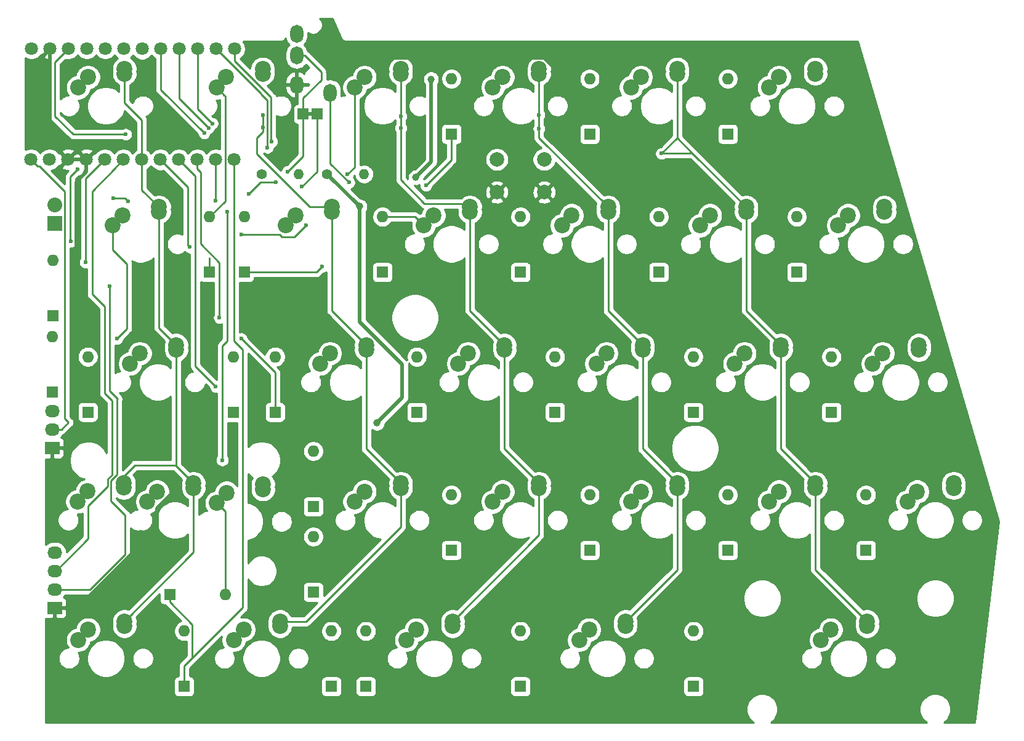
<source format=gbl>
G04 #@! TF.GenerationSoftware,KiCad,Pcbnew,(5.1.6)-1*
G04 #@! TF.CreationDate,2020-06-16T23:59:54+01:00*
G04 #@! TF.ProjectId,Mint60,4d696e74-3630-42e6-9b69-6361645f7063,rev?*
G04 #@! TF.SameCoordinates,Original*
G04 #@! TF.FileFunction,Copper,L2,Bot*
G04 #@! TF.FilePolarity,Positive*
%FSLAX46Y46*%
G04 Gerber Fmt 4.6, Leading zero omitted, Abs format (unit mm)*
G04 Created by KiCad (PCBNEW (5.1.6)-1) date 2020-06-16 23:59:54*
%MOMM*%
%LPD*%
G01*
G04 APERTURE LIST*
G04 #@! TA.AperFunction,ComponentPad*
%ADD10C,2.200000*%
G04 #@! TD*
G04 #@! TA.AperFunction,ComponentPad*
%ADD11O,1.600000X1.600000*%
G04 #@! TD*
G04 #@! TA.AperFunction,ComponentPad*
%ADD12R,1.600000X1.600000*%
G04 #@! TD*
G04 #@! TA.AperFunction,ComponentPad*
%ADD13R,2.032000X1.727200*%
G04 #@! TD*
G04 #@! TA.AperFunction,ComponentPad*
%ADD14O,2.032000X1.727200*%
G04 #@! TD*
G04 #@! TA.AperFunction,ComponentPad*
%ADD15C,1.800000*%
G04 #@! TD*
G04 #@! TA.AperFunction,ComponentPad*
%ADD16O,1.800000X2.500000*%
G04 #@! TD*
G04 #@! TA.AperFunction,ComponentPad*
%ADD17R,2.032000X2.032000*%
G04 #@! TD*
G04 #@! TA.AperFunction,ComponentPad*
%ADD18O,2.032000X2.032000*%
G04 #@! TD*
G04 #@! TA.AperFunction,ComponentPad*
%ADD19C,1.400000*%
G04 #@! TD*
G04 #@! TA.AperFunction,ComponentPad*
%ADD20O,1.400000X1.400000*%
G04 #@! TD*
G04 #@! TA.AperFunction,ComponentPad*
%ADD21C,2.000000*%
G04 #@! TD*
G04 #@! TA.AperFunction,SMDPad,CuDef*
%ADD22R,1.524000X1.524000*%
G04 #@! TD*
G04 #@! TA.AperFunction,Conductor*
%ADD23R,1.000000X0.500000*%
G04 #@! TD*
G04 #@! TA.AperFunction,ViaPad*
%ADD24C,0.600000*%
G04 #@! TD*
G04 #@! TA.AperFunction,ViaPad*
%ADD25C,1.000000*%
G04 #@! TD*
G04 #@! TA.AperFunction,Conductor*
%ADD26C,0.250000*%
G04 #@! TD*
G04 #@! TA.AperFunction,Conductor*
%ADD27C,0.500000*%
G04 #@! TD*
G04 #@! TA.AperFunction,Conductor*
%ADD28C,0.254000*%
G04 #@! TD*
G04 APERTURE END LIST*
D10*
X51290000Y-44430000D03*
X46290000Y-44930000D03*
X44940000Y-46335000D03*
X51290000Y-43795000D03*
X65590000Y-81970000D03*
X59240000Y-84510000D03*
X60590000Y-83105000D03*
X65590000Y-82605000D03*
X56040000Y-82430000D03*
X49690000Y-84335000D03*
X56040000Y-81795000D03*
X51040000Y-82930000D03*
X46440000Y-81770000D03*
X40090000Y-84310000D03*
X41440000Y-82905000D03*
X46440000Y-82405000D03*
D11*
X60420000Y-97100000D03*
D12*
X52800000Y-97100000D03*
D13*
X36950000Y-98930000D03*
D14*
X36950000Y-96390000D03*
X36950000Y-93850000D03*
X36950000Y-91310000D03*
D15*
X61690000Y-22030000D03*
X59150000Y-22030000D03*
X56610000Y-22030000D03*
X54070000Y-22030000D03*
X51530000Y-22030000D03*
X48990000Y-22030000D03*
X46450000Y-22030000D03*
X43910000Y-22000000D03*
X41370000Y-22000000D03*
X38830000Y-22000000D03*
X36290000Y-22000000D03*
X33750000Y-22000000D03*
X33690000Y-37240000D03*
X36230000Y-37240000D03*
X38770000Y-37240000D03*
X41310000Y-37240000D03*
X43850000Y-37240000D03*
X46390000Y-37270000D03*
X48930000Y-37270000D03*
X51470000Y-37270000D03*
X54010000Y-37270000D03*
X56550000Y-37270000D03*
X59090000Y-37270000D03*
X61630000Y-37270000D03*
D12*
X36750000Y-58750000D03*
D11*
X36750000Y-51130000D03*
D12*
X58250000Y-52750000D03*
D11*
X58250000Y-45130000D03*
D12*
X63000000Y-52750000D03*
D11*
X63000000Y-45130000D03*
D12*
X91500000Y-33750000D03*
D11*
X91500000Y-26130000D03*
D12*
X110500000Y-33750000D03*
D11*
X110500000Y-26130000D03*
D12*
X129500000Y-33750000D03*
D11*
X129500000Y-26130000D03*
D12*
X36650000Y-69200000D03*
D11*
X36650000Y-61580000D03*
D12*
X61500000Y-72000000D03*
D11*
X61500000Y-64380000D03*
D12*
X82000000Y-52750000D03*
D11*
X82000000Y-45130000D03*
D12*
X101000000Y-52750000D03*
D11*
X101000000Y-45130000D03*
D12*
X120000000Y-52750000D03*
D11*
X120000000Y-45130000D03*
D12*
X139000000Y-52750000D03*
D11*
X139000000Y-45130000D03*
D12*
X41500000Y-72000000D03*
D11*
X41500000Y-64380000D03*
D12*
X67250000Y-72000000D03*
D11*
X67250000Y-64380000D03*
D12*
X86750000Y-72000000D03*
D11*
X86750000Y-64380000D03*
D12*
X105750000Y-72000000D03*
D11*
X105750000Y-64380000D03*
D12*
X124750000Y-72000000D03*
D11*
X124750000Y-64380000D03*
D12*
X143750000Y-72000000D03*
D11*
X143750000Y-64380000D03*
D12*
X72500000Y-96750000D03*
D11*
X72500000Y-89130000D03*
D12*
X72500000Y-85000000D03*
D11*
X72500000Y-77380000D03*
D12*
X91500000Y-91000000D03*
D11*
X91500000Y-83380000D03*
D12*
X110500000Y-91000000D03*
D11*
X110500000Y-83380000D03*
D12*
X129500000Y-91000000D03*
D11*
X129500000Y-83380000D03*
D12*
X148500000Y-91000000D03*
D11*
X148500000Y-83380000D03*
D12*
X54750000Y-109750000D03*
D11*
X54750000Y-102130000D03*
D12*
X75000000Y-109750000D03*
D11*
X75000000Y-102130000D03*
D12*
X79750000Y-109750000D03*
D11*
X79750000Y-102130000D03*
D12*
X101000000Y-109750000D03*
D11*
X101000000Y-102130000D03*
D12*
X124800000Y-109750000D03*
D11*
X124800000Y-102130000D03*
D16*
X74800000Y-28050000D03*
X70200000Y-26950000D03*
X70200000Y-19950000D03*
X70200000Y-22950000D03*
D13*
X36600000Y-76940000D03*
D14*
X36600000Y-74400000D03*
X36600000Y-71860000D03*
D17*
X37000000Y-46000000D03*
D18*
X37000000Y-43460000D03*
D19*
X74420000Y-39250000D03*
D20*
X79500000Y-39250000D03*
D19*
X65420000Y-39250000D03*
D20*
X70500000Y-39250000D03*
D10*
X46540000Y-25430000D03*
X41540000Y-25930000D03*
X40190000Y-27335000D03*
X46540000Y-24795000D03*
X65540000Y-25430000D03*
X60540000Y-25930000D03*
X59190000Y-27335000D03*
X65540000Y-24795000D03*
X84540000Y-25430000D03*
X79540000Y-25930000D03*
X78190000Y-27335000D03*
X84540000Y-24795000D03*
X103540000Y-25430000D03*
X98540000Y-25930000D03*
X97190000Y-27335000D03*
X103540000Y-24795000D03*
X122540000Y-25430000D03*
X117540000Y-25930000D03*
X116190000Y-27335000D03*
X122540000Y-24795000D03*
X141540000Y-25430000D03*
X136540000Y-25930000D03*
X135190000Y-27335000D03*
X141540000Y-24795000D03*
X75040000Y-44430000D03*
X70040000Y-44930000D03*
X68690000Y-46335000D03*
X75040000Y-43795000D03*
X94040000Y-44430000D03*
X89040000Y-44930000D03*
X87690000Y-46335000D03*
X94040000Y-43795000D03*
X113040000Y-44430000D03*
X108040000Y-44930000D03*
X106690000Y-46335000D03*
X113040000Y-43795000D03*
X132040000Y-44430000D03*
X127040000Y-44930000D03*
X125690000Y-46335000D03*
X132040000Y-43795000D03*
X151040000Y-44430000D03*
X146040000Y-44930000D03*
X144690000Y-46335000D03*
X151040000Y-43795000D03*
X53665000Y-63430000D03*
X48665000Y-63930000D03*
X47315000Y-65335000D03*
X53665000Y-62795000D03*
X79790000Y-63430000D03*
X74790000Y-63930000D03*
X73440000Y-65335000D03*
X79790000Y-62795000D03*
X98790000Y-63430000D03*
X93790000Y-63930000D03*
X92440000Y-65335000D03*
X98790000Y-62795000D03*
X117790000Y-63430000D03*
X112790000Y-63930000D03*
X111440000Y-65335000D03*
X117790000Y-62795000D03*
X136790000Y-63430000D03*
X131790000Y-63930000D03*
X130440000Y-65335000D03*
X136790000Y-62795000D03*
X155790000Y-63430000D03*
X150790000Y-63930000D03*
X149440000Y-65335000D03*
X155790000Y-62795000D03*
X84540000Y-82430000D03*
X79540000Y-82930000D03*
X78190000Y-84335000D03*
X84540000Y-81795000D03*
X103540000Y-82430000D03*
X98540000Y-82930000D03*
X97190000Y-84335000D03*
X103540000Y-81795000D03*
X122540000Y-82430000D03*
X117540000Y-82930000D03*
X116190000Y-84335000D03*
X122540000Y-81795000D03*
X141540000Y-82430000D03*
X136540000Y-82930000D03*
X135190000Y-84335000D03*
X141540000Y-81795000D03*
X160540000Y-82430000D03*
X155540000Y-82930000D03*
X154190000Y-84335000D03*
X160540000Y-81795000D03*
X46540000Y-101430000D03*
X41540000Y-101930000D03*
X40190000Y-103335000D03*
X46540000Y-100795000D03*
X67915000Y-101430000D03*
X62915000Y-101930000D03*
X61565000Y-103335000D03*
X67915000Y-100795000D03*
X91665000Y-101430000D03*
X86665000Y-101930000D03*
X85315000Y-103335000D03*
X91665000Y-100795000D03*
X115415000Y-101430000D03*
X110415000Y-101930000D03*
X109065000Y-103335000D03*
X115415000Y-100795000D03*
D21*
X104250000Y-41750000D03*
X104250000Y-37250000D03*
X97750000Y-41750000D03*
X97750000Y-37250000D03*
D10*
X148665000Y-101430000D03*
X142315000Y-103335000D03*
X148665000Y-100795000D03*
X143665000Y-101930000D03*
D22*
X73000000Y-31000000D03*
X71095000Y-31000000D03*
D23*
X72047500Y-31000000D03*
D24*
X55500000Y-49300000D03*
X88000000Y-40800000D03*
X73700000Y-52000000D03*
X39125000Y-48500000D03*
X40084999Y-38584999D03*
X77200000Y-39300000D03*
X59100000Y-68500000D03*
X45500000Y-61900000D03*
X62600000Y-61900000D03*
X59600000Y-59000000D03*
X60000000Y-78600000D03*
X60700000Y-44400000D03*
X59100000Y-42900000D03*
X77400000Y-40400000D03*
X45000000Y-42600000D03*
X47000000Y-43000000D03*
X62600000Y-47600000D03*
X71500000Y-46300000D03*
D25*
X50900000Y-31300000D03*
X107750000Y-26710998D03*
X92500000Y-56900000D03*
X92200000Y-54000000D03*
X84700000Y-54100000D03*
X80400000Y-56000000D03*
X71800000Y-59800000D03*
X63300000Y-56400000D03*
X48600000Y-53700000D03*
X49700000Y-52200000D03*
X53300000Y-52100000D03*
X53300000Y-52100000D03*
X53300000Y-55900000D03*
X54000000Y-59900000D03*
X57900000Y-60800000D03*
X57900000Y-64200000D03*
X57800000Y-69500000D03*
X55000000Y-70800000D03*
X52400000Y-70800000D03*
X49800000Y-76500000D03*
X37100000Y-33200000D03*
X107800000Y-36800000D03*
X74750000Y-25250000D03*
X39550000Y-75850000D03*
X52950000Y-80650000D03*
X52500000Y-76800000D03*
X78880001Y-43710001D03*
X86600000Y-39700000D03*
X88700000Y-26200000D03*
X81250000Y-73500000D03*
D24*
X69000000Y-38900000D03*
X63600000Y-42000000D03*
X67400000Y-40375000D03*
X44500000Y-54700000D03*
X41200000Y-51400000D03*
X70900000Y-41000000D03*
X65540000Y-32800000D03*
X65540000Y-31100000D03*
X58600000Y-32294002D03*
X84540000Y-32900000D03*
X84540000Y-31300000D03*
X58090861Y-32911076D03*
X103540000Y-33000000D03*
X103540000Y-31100000D03*
X57500000Y-33600000D03*
X120400000Y-36425000D03*
X66208441Y-35591559D03*
X66800000Y-34800000D03*
X46700000Y-33800000D03*
D26*
X55250000Y-48700000D02*
X55250000Y-49050000D01*
X55250000Y-49050000D02*
X55500000Y-49300000D01*
X88000000Y-40800000D02*
X91500000Y-37300000D01*
X91500000Y-37300000D02*
X91500000Y-33750000D01*
X63000000Y-52750000D02*
X72950000Y-52750000D01*
X72950000Y-52750000D02*
X73700000Y-52000000D01*
X58250000Y-52750000D02*
X58250000Y-51700000D01*
X55250000Y-48700000D02*
X55250000Y-41050000D01*
X55250000Y-41050000D02*
X51470000Y-37270000D01*
X58250000Y-52750000D02*
X58250000Y-50750000D01*
X40084999Y-38584999D02*
X39100000Y-39569998D01*
X39100000Y-39569998D02*
X39100000Y-48475000D01*
X39100000Y-48475000D02*
X39125000Y-48500000D01*
X41540000Y-25930000D02*
X41540000Y-25985000D01*
X41540000Y-25985000D02*
X40190000Y-27335000D01*
X58250000Y-45130000D02*
X60404999Y-42975001D01*
X60404999Y-28549999D02*
X60289999Y-28434999D01*
X60404999Y-42975001D02*
X60404999Y-28549999D01*
X60289999Y-28434999D02*
X59190000Y-27335000D01*
X59190000Y-27335000D02*
X59190000Y-27280000D01*
X59190000Y-27280000D02*
X60540000Y-25930000D01*
X77200000Y-39300000D02*
X78190000Y-38310000D01*
X78190000Y-38310000D02*
X78190000Y-27335000D01*
X56300000Y-39560000D02*
X56300000Y-65700000D01*
X56300000Y-65700000D02*
X59100000Y-68500000D01*
X54010000Y-37270000D02*
X56300000Y-39560000D01*
X46900000Y-51600000D02*
X44940000Y-49640000D01*
X44940000Y-49640000D02*
X44940000Y-46335000D01*
X46900000Y-60500000D02*
X46900000Y-51600000D01*
X45500000Y-61900000D02*
X46900000Y-60500000D01*
X82000000Y-45130000D02*
X86485000Y-45130000D01*
X86485000Y-45130000D02*
X87690000Y-46335000D01*
X62600000Y-61900000D02*
X67250000Y-66550000D01*
X67250000Y-66550000D02*
X67250000Y-72000000D01*
X59600000Y-51463590D02*
X59600000Y-59000000D01*
X57000000Y-48863590D02*
X59600000Y-51463590D01*
X57000000Y-38992792D02*
X57000000Y-48863590D01*
X56550000Y-37270000D02*
X56550000Y-38542792D01*
X56550000Y-38542792D02*
X57000000Y-38992792D01*
X60000000Y-68525002D02*
X60000000Y-78600000D01*
X60000000Y-62900000D02*
X60000000Y-68525002D01*
X60700000Y-62200000D02*
X60000000Y-62900000D01*
X60700000Y-62100000D02*
X60700000Y-62200000D01*
X60700000Y-44400000D02*
X60700000Y-62100000D01*
X59090000Y-37270000D02*
X59090000Y-42890000D01*
X59090000Y-42890000D02*
X59100000Y-42900000D01*
D27*
X41620000Y-82880000D02*
X41700000Y-82800000D01*
D26*
X40090000Y-84255000D02*
X41440000Y-82905000D01*
X40090000Y-84310000D02*
X40090000Y-84255000D01*
X49690000Y-84280000D02*
X51040000Y-82930000D01*
X49690000Y-84335000D02*
X49690000Y-84280000D01*
X61630000Y-37270000D02*
X61630000Y-62230000D01*
X61630000Y-62230000D02*
X62800000Y-63400000D01*
X62800000Y-63400000D02*
X62800000Y-98900000D01*
X62800000Y-98900000D02*
X54750000Y-106950000D01*
X54750000Y-106950000D02*
X54750000Y-109750000D01*
X52800000Y-98150000D02*
X55875001Y-101225001D01*
X52800000Y-97100000D02*
X52800000Y-98150000D01*
X54750000Y-106900002D02*
X55875001Y-105775001D01*
X54750000Y-109750000D02*
X54750000Y-106900002D01*
X55875001Y-101225001D02*
X55875001Y-105775001D01*
X74800000Y-37800000D02*
X77400000Y-40400000D01*
X45000000Y-42600000D02*
X46600000Y-42600000D01*
X47000000Y-43000000D02*
X46600000Y-42600000D01*
X67884002Y-47600000D02*
X62600000Y-47600000D01*
X69900000Y-47900000D02*
X68184002Y-47900000D01*
X68184002Y-47900000D02*
X67884002Y-47600000D01*
X70174999Y-47625001D02*
X69900000Y-47900000D01*
X71500000Y-46300000D02*
X70174999Y-47625001D01*
X74800000Y-28050000D02*
X74800000Y-37800000D01*
D27*
X51892894Y-33000000D02*
X53900000Y-33000000D01*
X50900000Y-31300000D02*
X50900000Y-32007106D01*
X50900000Y-32007106D02*
X51892894Y-33000000D01*
X92200000Y-54000000D02*
X92200000Y-56600000D01*
X92200000Y-56600000D02*
X92500000Y-56900000D01*
X80400000Y-56000000D02*
X82800000Y-56000000D01*
X82800000Y-56000000D02*
X84700000Y-54100000D01*
X68400000Y-56400000D02*
X71800000Y-59800000D01*
X63300000Y-56400000D02*
X68400000Y-56400000D01*
X49700000Y-52200000D02*
X49700000Y-52600000D01*
X49700000Y-52600000D02*
X48600000Y-53700000D01*
X53300000Y-59200000D02*
X53300000Y-55900000D01*
X54000000Y-59900000D02*
X53300000Y-59200000D01*
X57900000Y-64200000D02*
X57900000Y-60800000D01*
X55000000Y-70800000D02*
X56500000Y-70800000D01*
X56500000Y-70800000D02*
X57800000Y-69500000D01*
X49800000Y-76500000D02*
X49800000Y-73400000D01*
X49800000Y-73400000D02*
X52400000Y-70800000D01*
X41310000Y-37240000D02*
X41310000Y-38966814D01*
X41310000Y-38966814D02*
X39900000Y-40376814D01*
X39900000Y-40376814D02*
X39900000Y-74100000D01*
X36290000Y-22000000D02*
X36290000Y-32390000D01*
X36290000Y-32390000D02*
X37100000Y-33200000D01*
X107750000Y-35250000D02*
X107750000Y-36750000D01*
X107750000Y-36750000D02*
X107800000Y-36800000D01*
X38770000Y-37240000D02*
X41310000Y-37240000D01*
X107750000Y-35250000D02*
X107750000Y-26710998D01*
X107750000Y-26710998D02*
X104284001Y-23244999D01*
X104284001Y-23244999D02*
X76755001Y-23244999D01*
X76755001Y-23244999D02*
X74750000Y-25250000D01*
X40049999Y-74249999D02*
X39900000Y-74100000D01*
X40049999Y-75350001D02*
X40049999Y-74249999D01*
X39550000Y-75850000D02*
X40049999Y-75350001D01*
X51049999Y-85214003D02*
X52950000Y-83314002D01*
X51049999Y-87976189D02*
X51049999Y-85214003D01*
X36950000Y-98930000D02*
X40096188Y-98930000D01*
X40096188Y-98930000D02*
X51049999Y-87976189D01*
X52950000Y-83314002D02*
X52950000Y-80650000D01*
X50100000Y-76800000D02*
X49800000Y-76500000D01*
X52500000Y-76800000D02*
X50100000Y-76800000D01*
X88700000Y-26200000D02*
X88700000Y-37600000D01*
X88700000Y-37600000D02*
X86600000Y-39700000D01*
X84750000Y-65460998D02*
X84750000Y-70000000D01*
X84750000Y-70000000D02*
X81250000Y-73500000D01*
X74420000Y-39250000D02*
X78880001Y-43710001D01*
X78880001Y-43710001D02*
X78880001Y-59590999D01*
X78880001Y-59590999D02*
X84750000Y-65460998D01*
D26*
X73600000Y-26300000D02*
X71095000Y-28805000D01*
X71095000Y-28805000D02*
X71095000Y-31000000D01*
X73600000Y-25200000D02*
X73600000Y-26300000D01*
X70200000Y-22950000D02*
X71350000Y-22950000D01*
X71350000Y-22950000D02*
X73600000Y-25200000D01*
X67400000Y-40375000D02*
X65225000Y-40375000D01*
X71095000Y-36805000D02*
X69000000Y-38900000D01*
X65225000Y-40375000D02*
X63600000Y-42000000D01*
X71095000Y-31000000D02*
X71095000Y-36805000D01*
X70200000Y-22950000D02*
X70200000Y-23300000D01*
X44500000Y-54700000D02*
X44500000Y-69100000D01*
X43850000Y-37240000D02*
X41200000Y-39890000D01*
X41200000Y-39890000D02*
X41200000Y-51400000D01*
X45500000Y-80600998D02*
X44700000Y-81400998D01*
X45500000Y-70100000D02*
X45500000Y-80600998D01*
X45500000Y-70100000D02*
X44500000Y-69100000D01*
X45600000Y-70200000D02*
X45500000Y-70100000D01*
X44700000Y-84208998D02*
X46650000Y-86158998D01*
X44700000Y-81400998D02*
X44700000Y-84208998D01*
X38216000Y-96390000D02*
X36950000Y-96390000D01*
X41823002Y-96390000D02*
X38216000Y-96390000D01*
X46650000Y-91563002D02*
X41823002Y-96390000D01*
X46650000Y-86158998D02*
X46650000Y-91563002D01*
X44800000Y-70400000D02*
X43800000Y-69400000D01*
X43800000Y-69400000D02*
X43800000Y-57500000D01*
X43800000Y-57500000D02*
X42100000Y-55800000D01*
X42100000Y-55800000D02*
X42100000Y-41600000D01*
X45194999Y-38465001D02*
X46390000Y-37270000D01*
X42100000Y-41600000D02*
X45194999Y-38505001D01*
X45194999Y-38505001D02*
X45194999Y-38465001D01*
X44249990Y-82204012D02*
X44249990Y-81214598D01*
X41574999Y-84879003D02*
X44249990Y-82204012D01*
X41574999Y-89377401D02*
X41574999Y-84879003D01*
X36950000Y-93850000D02*
X37102400Y-93850000D01*
X37102400Y-93850000D02*
X41574999Y-89377401D01*
X44800000Y-80664588D02*
X44800000Y-70400000D01*
X44249990Y-81214598D02*
X44800000Y-80664588D01*
X37866000Y-74400000D02*
X38850000Y-73416000D01*
X36600000Y-74400000D02*
X37866000Y-74400000D01*
X34589999Y-38139999D02*
X33690000Y-37240000D01*
X34805698Y-38139999D02*
X34589999Y-38139999D01*
X38341001Y-41675302D02*
X34805698Y-38139999D01*
X38341001Y-72907001D02*
X38341001Y-41675302D01*
X38850000Y-73416000D02*
X38341001Y-72907001D01*
X73000000Y-38900000D02*
X73000000Y-31000000D01*
X70900000Y-41000000D02*
X73000000Y-38900000D01*
X46540000Y-29440000D02*
X48930000Y-31830000D01*
X48930000Y-31830000D02*
X48930000Y-37270000D01*
X46540000Y-24795000D02*
X46540000Y-29440000D01*
X48930000Y-37270000D02*
X48930000Y-41435000D01*
X48930000Y-41435000D02*
X51290000Y-43795000D01*
X56040000Y-81795000D02*
X56040000Y-91295000D01*
X56040000Y-91295000D02*
X46540000Y-100795000D01*
X53665000Y-79420000D02*
X56040000Y-81795000D01*
X51290000Y-43795000D02*
X51290000Y-60420000D01*
X51290000Y-60420000D02*
X53665000Y-62795000D01*
X46440000Y-80849366D02*
X47989366Y-79300000D01*
X46440000Y-82405000D02*
X46440000Y-80849366D01*
X53550000Y-79300000D02*
X53665000Y-79415000D01*
X47989366Y-79300000D02*
X53550000Y-79300000D01*
X53665000Y-62795000D02*
X53665000Y-79415000D01*
X53665000Y-79415000D02*
X53665000Y-79420000D01*
X68250000Y-40000000D02*
X64750000Y-36500000D01*
X64750000Y-36500000D02*
X64750000Y-34250000D01*
X64750000Y-34250000D02*
X65540000Y-33460000D01*
X65540000Y-33460000D02*
X65540000Y-32800000D01*
X68250000Y-40000000D02*
X72045000Y-43795000D01*
X68000000Y-39750000D02*
X68250000Y-40000000D01*
X65540000Y-31100000D02*
X65540000Y-32800000D01*
X56610000Y-22030000D02*
X56610000Y-30304002D01*
X56610000Y-30304002D02*
X58600000Y-32294002D01*
X84540000Y-81795000D02*
X84540000Y-87776002D01*
X84540000Y-87776002D02*
X71521002Y-100795000D01*
X71521002Y-100795000D02*
X69470634Y-100795000D01*
X69470634Y-100795000D02*
X67915000Y-100795000D01*
X79790000Y-62795000D02*
X79790000Y-77045000D01*
X79790000Y-77045000D02*
X84540000Y-81795000D01*
X75040000Y-43795000D02*
X75040000Y-58045000D01*
X75040000Y-58045000D02*
X79790000Y-62795000D01*
X72045000Y-43795000D02*
X75040000Y-43795000D01*
X84540000Y-31300000D02*
X84540000Y-32900000D01*
X84540000Y-32900000D02*
X84540000Y-40040000D01*
X84540000Y-24795000D02*
X84540000Y-31300000D01*
X54070000Y-22030000D02*
X54070000Y-28890215D01*
X54070000Y-28890215D02*
X58090861Y-32911076D01*
X84540000Y-40040000D02*
X87800000Y-43300000D01*
X87800000Y-43300000D02*
X93545000Y-43300000D01*
X93545000Y-43300000D02*
X94040000Y-43795000D01*
X103540000Y-81795000D02*
X103540000Y-88920000D01*
X103540000Y-88920000D02*
X91665000Y-100795000D01*
X98790000Y-62795000D02*
X98790000Y-77045000D01*
X98790000Y-77045000D02*
X103540000Y-81795000D01*
X94040000Y-43795000D02*
X94040000Y-58045000D01*
X94040000Y-58045000D02*
X98790000Y-62795000D01*
X103540000Y-31100000D02*
X103540000Y-33000000D01*
X103540000Y-33000000D02*
X103540000Y-34295000D01*
X103540000Y-24795000D02*
X103540000Y-31100000D01*
X51530000Y-22030000D02*
X51530000Y-27630000D01*
X51530000Y-27630000D02*
X57500000Y-33600000D01*
X122540000Y-81795000D02*
X122540000Y-93670000D01*
X122540000Y-93670000D02*
X115415000Y-100795000D01*
X117790000Y-62795000D02*
X117790000Y-77045000D01*
X117790000Y-77045000D02*
X122540000Y-81795000D01*
X113040000Y-43795000D02*
X113040000Y-58045000D01*
X113040000Y-58045000D02*
X117790000Y-62795000D01*
X103540000Y-34295000D02*
X113040000Y-43795000D01*
X122540000Y-34295000D02*
X124600000Y-36355000D01*
X124600000Y-36355000D02*
X132040000Y-43795000D01*
X120400000Y-36425000D02*
X124530000Y-36425000D01*
X124530000Y-36425000D02*
X124600000Y-36355000D01*
X120400000Y-36425000D02*
X122530000Y-34295000D01*
X122530000Y-34295000D02*
X122540000Y-34295000D01*
X65325001Y-28225001D02*
X66174999Y-29074999D01*
X66174999Y-29074999D02*
X66174999Y-35558117D01*
X66174999Y-35558117D02*
X66208441Y-35591559D01*
X59150000Y-22030000D02*
X65325001Y-28205001D01*
X65325001Y-28205001D02*
X65325001Y-28225001D01*
X141540000Y-81795000D02*
X141540000Y-93670000D01*
X141540000Y-93670000D02*
X148665000Y-100795000D01*
X136790000Y-62795000D02*
X136790000Y-77045000D01*
X136790000Y-77045000D02*
X141540000Y-81795000D01*
X132040000Y-43795000D02*
X132040000Y-58045000D01*
X132040000Y-58045000D02*
X136790000Y-62795000D01*
X122540000Y-24795000D02*
X122540000Y-34295000D01*
X66700000Y-28700000D02*
X66700000Y-34700000D01*
X66700000Y-34700000D02*
X66800000Y-34800000D01*
X66400000Y-28400000D02*
X66700000Y-28700000D01*
X66400000Y-28399002D02*
X66400000Y-28400000D01*
X61690000Y-22030000D02*
X61690000Y-23689002D01*
X61690000Y-23689002D02*
X66400000Y-28399002D01*
X37000000Y-31300000D02*
X39500000Y-33800000D01*
X39500000Y-33800000D02*
X46700000Y-33800000D01*
X38830000Y-22000000D02*
X37000000Y-23830000D01*
X37000000Y-23830000D02*
X37000000Y-31300000D01*
X60420000Y-85690000D02*
X60420000Y-97100000D01*
X59240000Y-84510000D02*
X60420000Y-85690000D01*
X59240000Y-84455000D02*
X60590000Y-83105000D01*
X59240000Y-84510000D02*
X59240000Y-84455000D01*
D28*
G36*
X76332737Y-20546202D02*
G01*
X76340872Y-20573020D01*
X76360694Y-20610105D01*
X76363507Y-20616534D01*
X76377144Y-20640881D01*
X76406800Y-20696363D01*
X76411276Y-20701817D01*
X76414727Y-20707978D01*
X76455609Y-20755838D01*
X76495525Y-20804475D01*
X76500981Y-20808953D01*
X76505566Y-20814320D01*
X76554986Y-20853273D01*
X76603637Y-20893200D01*
X76609863Y-20896528D01*
X76615405Y-20900896D01*
X76671469Y-20929457D01*
X76726980Y-20959128D01*
X76733735Y-20961177D01*
X76740024Y-20964381D01*
X76800587Y-20981457D01*
X76860816Y-20999727D01*
X76867842Y-21000419D01*
X76874634Y-21002334D01*
X76937358Y-21007265D01*
X76965123Y-21010000D01*
X76972139Y-21010000D01*
X77014061Y-21013296D01*
X77041891Y-21010000D01*
X147368616Y-21010000D01*
X166777707Y-87060327D01*
X163469931Y-114690000D01*
X159196558Y-114690000D01*
X159401920Y-114552781D01*
X159702781Y-114251920D01*
X159939167Y-113898144D01*
X160101992Y-113505049D01*
X160185000Y-113087741D01*
X160185000Y-112662259D01*
X160101992Y-112244951D01*
X159939167Y-111851856D01*
X159702781Y-111498080D01*
X159401920Y-111197219D01*
X159048144Y-110960833D01*
X158655049Y-110798008D01*
X158237741Y-110715000D01*
X157812259Y-110715000D01*
X157394951Y-110798008D01*
X157001856Y-110960833D01*
X156648080Y-111197219D01*
X156347219Y-111498080D01*
X156110833Y-111851856D01*
X155948008Y-112244951D01*
X155865000Y-112662259D01*
X155865000Y-113087741D01*
X155948008Y-113505049D01*
X156110833Y-113898144D01*
X156347219Y-114251920D01*
X156648080Y-114552781D01*
X156853442Y-114690000D01*
X135396558Y-114690000D01*
X135601920Y-114552781D01*
X135902781Y-114251920D01*
X136139167Y-113898144D01*
X136301992Y-113505049D01*
X136385000Y-113087741D01*
X136385000Y-112662259D01*
X136301992Y-112244951D01*
X136139167Y-111851856D01*
X135902781Y-111498080D01*
X135601920Y-111197219D01*
X135248144Y-110960833D01*
X134855049Y-110798008D01*
X134437741Y-110715000D01*
X134012259Y-110715000D01*
X133594951Y-110798008D01*
X133201856Y-110960833D01*
X132848080Y-111197219D01*
X132547219Y-111498080D01*
X132310833Y-111851856D01*
X132148008Y-112244951D01*
X132065000Y-112662259D01*
X132065000Y-113087741D01*
X132148008Y-113505049D01*
X132310833Y-113898144D01*
X132547219Y-114251920D01*
X132848080Y-114552781D01*
X133053442Y-114690000D01*
X35710000Y-114690000D01*
X35710000Y-105728740D01*
X37435000Y-105728740D01*
X37435000Y-106021260D01*
X37492068Y-106308158D01*
X37604010Y-106578411D01*
X37766525Y-106821632D01*
X37973368Y-107028475D01*
X38216589Y-107190990D01*
X38486842Y-107302932D01*
X38773740Y-107360000D01*
X39066260Y-107360000D01*
X39353158Y-107302932D01*
X39623411Y-107190990D01*
X39866632Y-107028475D01*
X40073475Y-106821632D01*
X40235990Y-106578411D01*
X40347932Y-106308158D01*
X40405000Y-106021260D01*
X40405000Y-105728740D01*
X40382471Y-105615475D01*
X41365000Y-105615475D01*
X41365000Y-106134525D01*
X41466261Y-106643601D01*
X41664893Y-107123141D01*
X41953262Y-107554715D01*
X42320285Y-107921738D01*
X42751859Y-108210107D01*
X43231399Y-108408739D01*
X43740475Y-108510000D01*
X44259525Y-108510000D01*
X44768601Y-108408739D01*
X45248141Y-108210107D01*
X45679715Y-107921738D01*
X46046738Y-107554715D01*
X46335107Y-107123141D01*
X46533739Y-106643601D01*
X46635000Y-106134525D01*
X46635000Y-105728740D01*
X47595000Y-105728740D01*
X47595000Y-106021260D01*
X47652068Y-106308158D01*
X47764010Y-106578411D01*
X47926525Y-106821632D01*
X48133368Y-107028475D01*
X48376589Y-107190990D01*
X48646842Y-107302932D01*
X48933740Y-107360000D01*
X49226260Y-107360000D01*
X49513158Y-107302932D01*
X49783411Y-107190990D01*
X50026632Y-107028475D01*
X50233475Y-106821632D01*
X50395990Y-106578411D01*
X50507932Y-106308158D01*
X50565000Y-106021260D01*
X50565000Y-105728740D01*
X50507932Y-105441842D01*
X50395990Y-105171589D01*
X50233475Y-104928368D01*
X50026632Y-104721525D01*
X49783411Y-104559010D01*
X49513158Y-104447068D01*
X49226260Y-104390000D01*
X48933740Y-104390000D01*
X48646842Y-104447068D01*
X48376589Y-104559010D01*
X48133368Y-104721525D01*
X47926525Y-104928368D01*
X47764010Y-105171589D01*
X47652068Y-105441842D01*
X47595000Y-105728740D01*
X46635000Y-105728740D01*
X46635000Y-105615475D01*
X46533739Y-105106399D01*
X46335107Y-104626859D01*
X46046738Y-104195285D01*
X45679715Y-103828262D01*
X45248141Y-103539893D01*
X44768601Y-103341261D01*
X44259525Y-103240000D01*
X43740475Y-103240000D01*
X43231399Y-103341261D01*
X42751859Y-103539893D01*
X42320285Y-103828262D01*
X41953262Y-104195285D01*
X41664893Y-104626859D01*
X41466261Y-105106399D01*
X41365000Y-105615475D01*
X40382471Y-105615475D01*
X40347932Y-105441842D01*
X40235990Y-105171589D01*
X40168110Y-105070000D01*
X40360883Y-105070000D01*
X40696081Y-105003325D01*
X41011831Y-104872537D01*
X41295998Y-104682663D01*
X41537663Y-104440998D01*
X41727537Y-104156831D01*
X41858325Y-103841081D01*
X41900867Y-103627210D01*
X42046081Y-103598325D01*
X42361831Y-103467537D01*
X42645998Y-103277663D01*
X42887663Y-103035998D01*
X43077537Y-102751831D01*
X43208325Y-102436081D01*
X43275000Y-102100883D01*
X43275000Y-101759117D01*
X43208325Y-101423919D01*
X43077537Y-101108169D01*
X42887663Y-100824002D01*
X42645998Y-100582337D01*
X42361831Y-100392463D01*
X42046081Y-100261675D01*
X41710883Y-100195000D01*
X41369117Y-100195000D01*
X41033919Y-100261675D01*
X40718169Y-100392463D01*
X40434002Y-100582337D01*
X40192337Y-100824002D01*
X40002463Y-101108169D01*
X39871675Y-101423919D01*
X39829133Y-101637790D01*
X39683919Y-101666675D01*
X39368169Y-101797463D01*
X39084002Y-101987337D01*
X38842337Y-102229002D01*
X38652463Y-102513169D01*
X38521675Y-102828919D01*
X38455000Y-103164117D01*
X38455000Y-103505883D01*
X38521675Y-103841081D01*
X38652463Y-104156831D01*
X38808261Y-104390000D01*
X38773740Y-104390000D01*
X38486842Y-104447068D01*
X38216589Y-104559010D01*
X37973368Y-104721525D01*
X37766525Y-104928368D01*
X37604010Y-105171589D01*
X37492068Y-105441842D01*
X37435000Y-105728740D01*
X35710000Y-105728740D01*
X35710000Y-100389224D01*
X35809518Y-100419412D01*
X35934000Y-100431672D01*
X36664250Y-100428600D01*
X36823000Y-100269850D01*
X36823000Y-99057000D01*
X37077000Y-99057000D01*
X37077000Y-100269850D01*
X37235750Y-100428600D01*
X37966000Y-100431672D01*
X38090482Y-100419412D01*
X38210180Y-100383102D01*
X38320494Y-100324137D01*
X38417185Y-100244785D01*
X38496537Y-100148094D01*
X38555502Y-100037780D01*
X38591812Y-99918082D01*
X38604072Y-99793600D01*
X38601000Y-99215750D01*
X38442250Y-99057000D01*
X37077000Y-99057000D01*
X36823000Y-99057000D01*
X36803000Y-99057000D01*
X36803000Y-98803000D01*
X36823000Y-98803000D01*
X36823000Y-98783000D01*
X37077000Y-98783000D01*
X37077000Y-98803000D01*
X38442250Y-98803000D01*
X38601000Y-98644250D01*
X38604072Y-98066400D01*
X38591812Y-97941918D01*
X38555502Y-97822220D01*
X38496537Y-97711906D01*
X38417185Y-97615215D01*
X38320494Y-97535863D01*
X38210180Y-97476898D01*
X38159135Y-97461414D01*
X38167197Y-97454797D01*
X38354469Y-97226606D01*
X38395416Y-97150000D01*
X41785680Y-97150000D01*
X41823002Y-97153676D01*
X41860324Y-97150000D01*
X41860335Y-97150000D01*
X41971988Y-97139003D01*
X42115249Y-97095546D01*
X42247278Y-97024974D01*
X42363003Y-96930001D01*
X42386806Y-96900997D01*
X47161003Y-92126801D01*
X47190001Y-92103003D01*
X47216332Y-92070919D01*
X47284974Y-91987279D01*
X47355546Y-91855249D01*
X47372305Y-91800000D01*
X47399003Y-91711988D01*
X47410000Y-91600335D01*
X47410000Y-91600326D01*
X47413676Y-91563003D01*
X47410000Y-91525680D01*
X47410000Y-87965107D01*
X47473368Y-88028475D01*
X47716589Y-88190990D01*
X47986842Y-88302932D01*
X48273740Y-88360000D01*
X48566260Y-88360000D01*
X48762841Y-88320897D01*
X48833740Y-88335000D01*
X49126260Y-88335000D01*
X49413158Y-88277932D01*
X49683411Y-88165990D01*
X49926632Y-88003475D01*
X50133475Y-87796632D01*
X50295990Y-87553411D01*
X50407932Y-87283158D01*
X50465000Y-86996260D01*
X50465000Y-86703740D01*
X50407932Y-86416842D01*
X50295990Y-86146589D01*
X50199357Y-86001968D01*
X50511831Y-85872537D01*
X50795998Y-85682663D01*
X51037663Y-85440998D01*
X51227537Y-85156831D01*
X51358325Y-84841081D01*
X51400867Y-84627210D01*
X51546081Y-84598325D01*
X51861831Y-84467537D01*
X52145998Y-84277663D01*
X52387663Y-84035998D01*
X52577537Y-83751831D01*
X52708325Y-83436081D01*
X52775000Y-83100883D01*
X52775000Y-82759117D01*
X52708325Y-82423919D01*
X52577537Y-82108169D01*
X52387663Y-81824002D01*
X52145998Y-81582337D01*
X51861831Y-81392463D01*
X51546081Y-81261675D01*
X51210883Y-81195000D01*
X50869117Y-81195000D01*
X50533919Y-81261675D01*
X50218169Y-81392463D01*
X49934002Y-81582337D01*
X49692337Y-81824002D01*
X49502463Y-82108169D01*
X49371675Y-82423919D01*
X49329133Y-82637790D01*
X49183919Y-82666675D01*
X48868169Y-82797463D01*
X48584002Y-82987337D01*
X48342337Y-83229002D01*
X48152463Y-83513169D01*
X48021675Y-83828919D01*
X47955000Y-84164117D01*
X47955000Y-84505883D01*
X48021675Y-84841081D01*
X48152463Y-85156831D01*
X48308261Y-85390000D01*
X48273740Y-85390000D01*
X47986842Y-85447068D01*
X47716589Y-85559010D01*
X47473368Y-85721525D01*
X47346000Y-85848893D01*
X47284974Y-85734722D01*
X47248271Y-85689999D01*
X47213799Y-85647994D01*
X47213795Y-85647990D01*
X47190001Y-85618997D01*
X47161009Y-85595204D01*
X45460000Y-83894197D01*
X45460000Y-83836852D01*
X45618169Y-83942537D01*
X45933919Y-84073325D01*
X46269117Y-84140000D01*
X46610883Y-84140000D01*
X46946081Y-84073325D01*
X47261831Y-83942537D01*
X47545998Y-83752663D01*
X47787663Y-83510998D01*
X47977537Y-83226831D01*
X48108325Y-82911081D01*
X48175000Y-82575883D01*
X48175000Y-82234117D01*
X48145836Y-82087500D01*
X48175000Y-81940883D01*
X48175000Y-81599117D01*
X48108325Y-81263919D01*
X47977537Y-80948169D01*
X47787663Y-80664002D01*
X47743914Y-80620253D01*
X48304169Y-80060000D01*
X53230199Y-80060000D01*
X54397286Y-81227088D01*
X54371675Y-81288919D01*
X54305000Y-81624117D01*
X54305000Y-81965883D01*
X54334164Y-82112500D01*
X54305000Y-82259117D01*
X54305000Y-82600883D01*
X54371675Y-82936081D01*
X54502463Y-83251831D01*
X54692337Y-83535998D01*
X54934002Y-83777663D01*
X55218169Y-83967537D01*
X55280000Y-83993148D01*
X55280000Y-84928547D01*
X55179715Y-84828262D01*
X54748141Y-84539893D01*
X54268601Y-84341261D01*
X53759525Y-84240000D01*
X53240475Y-84240000D01*
X52731399Y-84341261D01*
X52251859Y-84539893D01*
X51820285Y-84828262D01*
X51453262Y-85195285D01*
X51164893Y-85626859D01*
X50966261Y-86106399D01*
X50865000Y-86615475D01*
X50865000Y-87134525D01*
X50966261Y-87643601D01*
X51164893Y-88123141D01*
X51453262Y-88554715D01*
X51820285Y-88921738D01*
X52251859Y-89210107D01*
X52731399Y-89408739D01*
X53240475Y-89510000D01*
X53759525Y-89510000D01*
X54268601Y-89408739D01*
X54748141Y-89210107D01*
X55179715Y-88921738D01*
X55280001Y-88821452D01*
X55280001Y-90980197D01*
X47107912Y-99152286D01*
X47046081Y-99126675D01*
X46710883Y-99060000D01*
X46369117Y-99060000D01*
X46033919Y-99126675D01*
X45718169Y-99257463D01*
X45434002Y-99447337D01*
X45192337Y-99689002D01*
X45002463Y-99973169D01*
X44871675Y-100288919D01*
X44805000Y-100624117D01*
X44805000Y-100965883D01*
X44834164Y-101112500D01*
X44805000Y-101259117D01*
X44805000Y-101600883D01*
X44871675Y-101936081D01*
X45002463Y-102251831D01*
X45192337Y-102535998D01*
X45434002Y-102777663D01*
X45718169Y-102967537D01*
X46033919Y-103098325D01*
X46369117Y-103165000D01*
X46710883Y-103165000D01*
X47046081Y-103098325D01*
X47361831Y-102967537D01*
X47645998Y-102777663D01*
X47887663Y-102535998D01*
X48077537Y-102251831D01*
X48208325Y-101936081D01*
X48275000Y-101600883D01*
X48275000Y-101259117D01*
X48245836Y-101112500D01*
X48275000Y-100965883D01*
X48275000Y-100624117D01*
X48208325Y-100288919D01*
X48182714Y-100227088D01*
X51361928Y-97047873D01*
X51361928Y-97900000D01*
X51374188Y-98024482D01*
X51410498Y-98144180D01*
X51469463Y-98254494D01*
X51548815Y-98351185D01*
X51645506Y-98430537D01*
X51755820Y-98489502D01*
X51875518Y-98525812D01*
X52000000Y-98538072D01*
X52145674Y-98538072D01*
X52165026Y-98574276D01*
X52222453Y-98644250D01*
X52260000Y-98690001D01*
X52288998Y-98713799D01*
X54327126Y-100751928D01*
X54070273Y-100858320D01*
X53835241Y-101015363D01*
X53635363Y-101215241D01*
X53478320Y-101450273D01*
X53370147Y-101711426D01*
X53315000Y-101988665D01*
X53315000Y-102271335D01*
X53370147Y-102548574D01*
X53478320Y-102809727D01*
X53635363Y-103044759D01*
X53835241Y-103244637D01*
X54070273Y-103401680D01*
X54331426Y-103509853D01*
X54608665Y-103565000D01*
X54891335Y-103565000D01*
X55115002Y-103520509D01*
X55115002Y-105460198D01*
X54238998Y-106336203D01*
X54210000Y-106360001D01*
X54186202Y-106388999D01*
X54186201Y-106389000D01*
X54115026Y-106475726D01*
X54044454Y-106607756D01*
X54029288Y-106657754D01*
X54000998Y-106751016D01*
X53994043Y-106821632D01*
X53986324Y-106900002D01*
X53988786Y-106925001D01*
X53986324Y-106950000D01*
X53990000Y-106987323D01*
X53990000Y-108311928D01*
X53950000Y-108311928D01*
X53825518Y-108324188D01*
X53705820Y-108360498D01*
X53595506Y-108419463D01*
X53498815Y-108498815D01*
X53419463Y-108595506D01*
X53360498Y-108705820D01*
X53324188Y-108825518D01*
X53311928Y-108950000D01*
X53311928Y-110550000D01*
X53324188Y-110674482D01*
X53360498Y-110794180D01*
X53419463Y-110904494D01*
X53498815Y-111001185D01*
X53595506Y-111080537D01*
X53705820Y-111139502D01*
X53825518Y-111175812D01*
X53950000Y-111188072D01*
X55550000Y-111188072D01*
X55674482Y-111175812D01*
X55794180Y-111139502D01*
X55904494Y-111080537D01*
X56001185Y-111001185D01*
X56080537Y-110904494D01*
X56139502Y-110794180D01*
X56175812Y-110674482D01*
X56188072Y-110550000D01*
X56188072Y-108950000D01*
X73561928Y-108950000D01*
X73561928Y-110550000D01*
X73574188Y-110674482D01*
X73610498Y-110794180D01*
X73669463Y-110904494D01*
X73748815Y-111001185D01*
X73845506Y-111080537D01*
X73955820Y-111139502D01*
X74075518Y-111175812D01*
X74200000Y-111188072D01*
X75800000Y-111188072D01*
X75924482Y-111175812D01*
X76044180Y-111139502D01*
X76154494Y-111080537D01*
X76251185Y-111001185D01*
X76330537Y-110904494D01*
X76389502Y-110794180D01*
X76425812Y-110674482D01*
X76438072Y-110550000D01*
X76438072Y-108950000D01*
X78311928Y-108950000D01*
X78311928Y-110550000D01*
X78324188Y-110674482D01*
X78360498Y-110794180D01*
X78419463Y-110904494D01*
X78498815Y-111001185D01*
X78595506Y-111080537D01*
X78705820Y-111139502D01*
X78825518Y-111175812D01*
X78950000Y-111188072D01*
X80550000Y-111188072D01*
X80674482Y-111175812D01*
X80794180Y-111139502D01*
X80904494Y-111080537D01*
X81001185Y-111001185D01*
X81080537Y-110904494D01*
X81139502Y-110794180D01*
X81175812Y-110674482D01*
X81188072Y-110550000D01*
X81188072Y-108950000D01*
X99561928Y-108950000D01*
X99561928Y-110550000D01*
X99574188Y-110674482D01*
X99610498Y-110794180D01*
X99669463Y-110904494D01*
X99748815Y-111001185D01*
X99845506Y-111080537D01*
X99955820Y-111139502D01*
X100075518Y-111175812D01*
X100200000Y-111188072D01*
X101800000Y-111188072D01*
X101924482Y-111175812D01*
X102044180Y-111139502D01*
X102154494Y-111080537D01*
X102251185Y-111001185D01*
X102330537Y-110904494D01*
X102389502Y-110794180D01*
X102425812Y-110674482D01*
X102438072Y-110550000D01*
X102438072Y-108950000D01*
X123361928Y-108950000D01*
X123361928Y-110550000D01*
X123374188Y-110674482D01*
X123410498Y-110794180D01*
X123469463Y-110904494D01*
X123548815Y-111001185D01*
X123645506Y-111080537D01*
X123755820Y-111139502D01*
X123875518Y-111175812D01*
X124000000Y-111188072D01*
X125600000Y-111188072D01*
X125724482Y-111175812D01*
X125844180Y-111139502D01*
X125954494Y-111080537D01*
X126051185Y-111001185D01*
X126130537Y-110904494D01*
X126189502Y-110794180D01*
X126225812Y-110674482D01*
X126238072Y-110550000D01*
X126238072Y-108950000D01*
X126225812Y-108825518D01*
X126189502Y-108705820D01*
X126130537Y-108595506D01*
X126051185Y-108498815D01*
X125954494Y-108419463D01*
X125844180Y-108360498D01*
X125724482Y-108324188D01*
X125600000Y-108311928D01*
X124000000Y-108311928D01*
X123875518Y-108324188D01*
X123755820Y-108360498D01*
X123645506Y-108419463D01*
X123548815Y-108498815D01*
X123469463Y-108595506D01*
X123410498Y-108705820D01*
X123374188Y-108825518D01*
X123361928Y-108950000D01*
X102438072Y-108950000D01*
X102425812Y-108825518D01*
X102389502Y-108705820D01*
X102330537Y-108595506D01*
X102251185Y-108498815D01*
X102154494Y-108419463D01*
X102044180Y-108360498D01*
X101924482Y-108324188D01*
X101800000Y-108311928D01*
X100200000Y-108311928D01*
X100075518Y-108324188D01*
X99955820Y-108360498D01*
X99845506Y-108419463D01*
X99748815Y-108498815D01*
X99669463Y-108595506D01*
X99610498Y-108705820D01*
X99574188Y-108825518D01*
X99561928Y-108950000D01*
X81188072Y-108950000D01*
X81175812Y-108825518D01*
X81139502Y-108705820D01*
X81080537Y-108595506D01*
X81001185Y-108498815D01*
X80904494Y-108419463D01*
X80794180Y-108360498D01*
X80674482Y-108324188D01*
X80550000Y-108311928D01*
X78950000Y-108311928D01*
X78825518Y-108324188D01*
X78705820Y-108360498D01*
X78595506Y-108419463D01*
X78498815Y-108498815D01*
X78419463Y-108595506D01*
X78360498Y-108705820D01*
X78324188Y-108825518D01*
X78311928Y-108950000D01*
X76438072Y-108950000D01*
X76425812Y-108825518D01*
X76389502Y-108705820D01*
X76330537Y-108595506D01*
X76251185Y-108498815D01*
X76154494Y-108419463D01*
X76044180Y-108360498D01*
X75924482Y-108324188D01*
X75800000Y-108311928D01*
X74200000Y-108311928D01*
X74075518Y-108324188D01*
X73955820Y-108360498D01*
X73845506Y-108419463D01*
X73748815Y-108498815D01*
X73669463Y-108595506D01*
X73610498Y-108705820D01*
X73574188Y-108825518D01*
X73561928Y-108950000D01*
X56188072Y-108950000D01*
X56175812Y-108825518D01*
X56139502Y-108705820D01*
X56080537Y-108595506D01*
X56001185Y-108498815D01*
X55904494Y-108419463D01*
X55794180Y-108360498D01*
X55674482Y-108324188D01*
X55550000Y-108311928D01*
X55510000Y-108311928D01*
X55510000Y-107264801D01*
X59884457Y-102890345D01*
X59830000Y-103164117D01*
X59830000Y-103505883D01*
X59896675Y-103841081D01*
X60027463Y-104156831D01*
X60183261Y-104390000D01*
X60148740Y-104390000D01*
X59861842Y-104447068D01*
X59591589Y-104559010D01*
X59348368Y-104721525D01*
X59141525Y-104928368D01*
X58979010Y-105171589D01*
X58867068Y-105441842D01*
X58810000Y-105728740D01*
X58810000Y-106021260D01*
X58867068Y-106308158D01*
X58979010Y-106578411D01*
X59141525Y-106821632D01*
X59348368Y-107028475D01*
X59591589Y-107190990D01*
X59861842Y-107302932D01*
X60148740Y-107360000D01*
X60441260Y-107360000D01*
X60728158Y-107302932D01*
X60998411Y-107190990D01*
X61241632Y-107028475D01*
X61448475Y-106821632D01*
X61610990Y-106578411D01*
X61722932Y-106308158D01*
X61780000Y-106021260D01*
X61780000Y-105728740D01*
X61757471Y-105615475D01*
X62740000Y-105615475D01*
X62740000Y-106134525D01*
X62841261Y-106643601D01*
X63039893Y-107123141D01*
X63328262Y-107554715D01*
X63695285Y-107921738D01*
X64126859Y-108210107D01*
X64606399Y-108408739D01*
X65115475Y-108510000D01*
X65634525Y-108510000D01*
X66143601Y-108408739D01*
X66623141Y-108210107D01*
X67054715Y-107921738D01*
X67421738Y-107554715D01*
X67710107Y-107123141D01*
X67908739Y-106643601D01*
X68010000Y-106134525D01*
X68010000Y-105728740D01*
X68970000Y-105728740D01*
X68970000Y-106021260D01*
X69027068Y-106308158D01*
X69139010Y-106578411D01*
X69301525Y-106821632D01*
X69508368Y-107028475D01*
X69751589Y-107190990D01*
X70021842Y-107302932D01*
X70308740Y-107360000D01*
X70601260Y-107360000D01*
X70888158Y-107302932D01*
X71158411Y-107190990D01*
X71401632Y-107028475D01*
X71608475Y-106821632D01*
X71770990Y-106578411D01*
X71882932Y-106308158D01*
X71940000Y-106021260D01*
X71940000Y-105728740D01*
X82560000Y-105728740D01*
X82560000Y-106021260D01*
X82617068Y-106308158D01*
X82729010Y-106578411D01*
X82891525Y-106821632D01*
X83098368Y-107028475D01*
X83341589Y-107190990D01*
X83611842Y-107302932D01*
X83898740Y-107360000D01*
X84191260Y-107360000D01*
X84478158Y-107302932D01*
X84748411Y-107190990D01*
X84991632Y-107028475D01*
X85198475Y-106821632D01*
X85360990Y-106578411D01*
X85472932Y-106308158D01*
X85530000Y-106021260D01*
X85530000Y-105728740D01*
X85507471Y-105615475D01*
X86490000Y-105615475D01*
X86490000Y-106134525D01*
X86591261Y-106643601D01*
X86789893Y-107123141D01*
X87078262Y-107554715D01*
X87445285Y-107921738D01*
X87876859Y-108210107D01*
X88356399Y-108408739D01*
X88865475Y-108510000D01*
X89384525Y-108510000D01*
X89893601Y-108408739D01*
X90373141Y-108210107D01*
X90804715Y-107921738D01*
X91171738Y-107554715D01*
X91460107Y-107123141D01*
X91658739Y-106643601D01*
X91760000Y-106134525D01*
X91760000Y-105728740D01*
X92720000Y-105728740D01*
X92720000Y-106021260D01*
X92777068Y-106308158D01*
X92889010Y-106578411D01*
X93051525Y-106821632D01*
X93258368Y-107028475D01*
X93501589Y-107190990D01*
X93771842Y-107302932D01*
X94058740Y-107360000D01*
X94351260Y-107360000D01*
X94638158Y-107302932D01*
X94908411Y-107190990D01*
X95151632Y-107028475D01*
X95358475Y-106821632D01*
X95520990Y-106578411D01*
X95632932Y-106308158D01*
X95690000Y-106021260D01*
X95690000Y-105728740D01*
X106310000Y-105728740D01*
X106310000Y-106021260D01*
X106367068Y-106308158D01*
X106479010Y-106578411D01*
X106641525Y-106821632D01*
X106848368Y-107028475D01*
X107091589Y-107190990D01*
X107361842Y-107302932D01*
X107648740Y-107360000D01*
X107941260Y-107360000D01*
X108228158Y-107302932D01*
X108498411Y-107190990D01*
X108741632Y-107028475D01*
X108948475Y-106821632D01*
X109110990Y-106578411D01*
X109222932Y-106308158D01*
X109280000Y-106021260D01*
X109280000Y-105728740D01*
X109257471Y-105615475D01*
X110240000Y-105615475D01*
X110240000Y-106134525D01*
X110341261Y-106643601D01*
X110539893Y-107123141D01*
X110828262Y-107554715D01*
X111195285Y-107921738D01*
X111626859Y-108210107D01*
X112106399Y-108408739D01*
X112615475Y-108510000D01*
X113134525Y-108510000D01*
X113643601Y-108408739D01*
X114123141Y-108210107D01*
X114554715Y-107921738D01*
X114921738Y-107554715D01*
X115210107Y-107123141D01*
X115408739Y-106643601D01*
X115510000Y-106134525D01*
X115510000Y-105728740D01*
X116470000Y-105728740D01*
X116470000Y-106021260D01*
X116527068Y-106308158D01*
X116639010Y-106578411D01*
X116801525Y-106821632D01*
X117008368Y-107028475D01*
X117251589Y-107190990D01*
X117521842Y-107302932D01*
X117808740Y-107360000D01*
X118101260Y-107360000D01*
X118388158Y-107302932D01*
X118658411Y-107190990D01*
X118901632Y-107028475D01*
X119108475Y-106821632D01*
X119270990Y-106578411D01*
X119382932Y-106308158D01*
X119440000Y-106021260D01*
X119440000Y-105728740D01*
X139560000Y-105728740D01*
X139560000Y-106021260D01*
X139617068Y-106308158D01*
X139729010Y-106578411D01*
X139891525Y-106821632D01*
X140098368Y-107028475D01*
X140341589Y-107190990D01*
X140611842Y-107302932D01*
X140898740Y-107360000D01*
X141191260Y-107360000D01*
X141478158Y-107302932D01*
X141748411Y-107190990D01*
X141991632Y-107028475D01*
X142198475Y-106821632D01*
X142360990Y-106578411D01*
X142472932Y-106308158D01*
X142530000Y-106021260D01*
X142530000Y-105728740D01*
X142507471Y-105615475D01*
X143490000Y-105615475D01*
X143490000Y-106134525D01*
X143591261Y-106643601D01*
X143789893Y-107123141D01*
X144078262Y-107554715D01*
X144445285Y-107921738D01*
X144876859Y-108210107D01*
X145356399Y-108408739D01*
X145865475Y-108510000D01*
X146384525Y-108510000D01*
X146893601Y-108408739D01*
X147373141Y-108210107D01*
X147804715Y-107921738D01*
X148171738Y-107554715D01*
X148460107Y-107123141D01*
X148658739Y-106643601D01*
X148760000Y-106134525D01*
X148760000Y-105728740D01*
X149720000Y-105728740D01*
X149720000Y-106021260D01*
X149777068Y-106308158D01*
X149889010Y-106578411D01*
X150051525Y-106821632D01*
X150258368Y-107028475D01*
X150501589Y-107190990D01*
X150771842Y-107302932D01*
X151058740Y-107360000D01*
X151351260Y-107360000D01*
X151638158Y-107302932D01*
X151908411Y-107190990D01*
X152151632Y-107028475D01*
X152358475Y-106821632D01*
X152520990Y-106578411D01*
X152632932Y-106308158D01*
X152690000Y-106021260D01*
X152690000Y-105728740D01*
X152632932Y-105441842D01*
X152520990Y-105171589D01*
X152358475Y-104928368D01*
X152151632Y-104721525D01*
X151908411Y-104559010D01*
X151638158Y-104447068D01*
X151351260Y-104390000D01*
X151058740Y-104390000D01*
X150771842Y-104447068D01*
X150501589Y-104559010D01*
X150258368Y-104721525D01*
X150051525Y-104928368D01*
X149889010Y-105171589D01*
X149777068Y-105441842D01*
X149720000Y-105728740D01*
X148760000Y-105728740D01*
X148760000Y-105615475D01*
X148658739Y-105106399D01*
X148460107Y-104626859D01*
X148171738Y-104195285D01*
X147804715Y-103828262D01*
X147373141Y-103539893D01*
X146893601Y-103341261D01*
X146384525Y-103240000D01*
X145865475Y-103240000D01*
X145356399Y-103341261D01*
X144876859Y-103539893D01*
X144445285Y-103828262D01*
X144078262Y-104195285D01*
X143789893Y-104626859D01*
X143591261Y-105106399D01*
X143490000Y-105615475D01*
X142507471Y-105615475D01*
X142472932Y-105441842D01*
X142360990Y-105171589D01*
X142293110Y-105070000D01*
X142485883Y-105070000D01*
X142821081Y-105003325D01*
X143136831Y-104872537D01*
X143420998Y-104682663D01*
X143662663Y-104440998D01*
X143852537Y-104156831D01*
X143983325Y-103841081D01*
X144025867Y-103627210D01*
X144171081Y-103598325D01*
X144486831Y-103467537D01*
X144770998Y-103277663D01*
X145012663Y-103035998D01*
X145202537Y-102751831D01*
X145333325Y-102436081D01*
X145400000Y-102100883D01*
X145400000Y-101759117D01*
X145333325Y-101423919D01*
X145202537Y-101108169D01*
X145012663Y-100824002D01*
X144770998Y-100582337D01*
X144486831Y-100392463D01*
X144171081Y-100261675D01*
X143835883Y-100195000D01*
X143494117Y-100195000D01*
X143158919Y-100261675D01*
X142843169Y-100392463D01*
X142559002Y-100582337D01*
X142317337Y-100824002D01*
X142127463Y-101108169D01*
X141996675Y-101423919D01*
X141954133Y-101637790D01*
X141808919Y-101666675D01*
X141493169Y-101797463D01*
X141209002Y-101987337D01*
X140967337Y-102229002D01*
X140777463Y-102513169D01*
X140646675Y-102828919D01*
X140580000Y-103164117D01*
X140580000Y-103505883D01*
X140646675Y-103841081D01*
X140777463Y-104156831D01*
X140933261Y-104390000D01*
X140898740Y-104390000D01*
X140611842Y-104447068D01*
X140341589Y-104559010D01*
X140098368Y-104721525D01*
X139891525Y-104928368D01*
X139729010Y-105171589D01*
X139617068Y-105441842D01*
X139560000Y-105728740D01*
X119440000Y-105728740D01*
X119382932Y-105441842D01*
X119270990Y-105171589D01*
X119108475Y-104928368D01*
X118901632Y-104721525D01*
X118658411Y-104559010D01*
X118388158Y-104447068D01*
X118101260Y-104390000D01*
X117808740Y-104390000D01*
X117521842Y-104447068D01*
X117251589Y-104559010D01*
X117008368Y-104721525D01*
X116801525Y-104928368D01*
X116639010Y-105171589D01*
X116527068Y-105441842D01*
X116470000Y-105728740D01*
X115510000Y-105728740D01*
X115510000Y-105615475D01*
X115408739Y-105106399D01*
X115210107Y-104626859D01*
X114921738Y-104195285D01*
X114554715Y-103828262D01*
X114123141Y-103539893D01*
X113643601Y-103341261D01*
X113134525Y-103240000D01*
X112615475Y-103240000D01*
X112106399Y-103341261D01*
X111626859Y-103539893D01*
X111195285Y-103828262D01*
X110828262Y-104195285D01*
X110539893Y-104626859D01*
X110341261Y-105106399D01*
X110240000Y-105615475D01*
X109257471Y-105615475D01*
X109222932Y-105441842D01*
X109110990Y-105171589D01*
X109043110Y-105070000D01*
X109235883Y-105070000D01*
X109571081Y-105003325D01*
X109886831Y-104872537D01*
X110170998Y-104682663D01*
X110412663Y-104440998D01*
X110602537Y-104156831D01*
X110733325Y-103841081D01*
X110775867Y-103627210D01*
X110921081Y-103598325D01*
X111236831Y-103467537D01*
X111520998Y-103277663D01*
X111762663Y-103035998D01*
X111952537Y-102751831D01*
X112083325Y-102436081D01*
X112150000Y-102100883D01*
X112150000Y-101759117D01*
X112083325Y-101423919D01*
X111952537Y-101108169D01*
X111762663Y-100824002D01*
X111520998Y-100582337D01*
X111236831Y-100392463D01*
X110921081Y-100261675D01*
X110585883Y-100195000D01*
X110244117Y-100195000D01*
X109908919Y-100261675D01*
X109593169Y-100392463D01*
X109309002Y-100582337D01*
X109067337Y-100824002D01*
X108877463Y-101108169D01*
X108746675Y-101423919D01*
X108704133Y-101637790D01*
X108558919Y-101666675D01*
X108243169Y-101797463D01*
X107959002Y-101987337D01*
X107717337Y-102229002D01*
X107527463Y-102513169D01*
X107396675Y-102828919D01*
X107330000Y-103164117D01*
X107330000Y-103505883D01*
X107396675Y-103841081D01*
X107527463Y-104156831D01*
X107683261Y-104390000D01*
X107648740Y-104390000D01*
X107361842Y-104447068D01*
X107091589Y-104559010D01*
X106848368Y-104721525D01*
X106641525Y-104928368D01*
X106479010Y-105171589D01*
X106367068Y-105441842D01*
X106310000Y-105728740D01*
X95690000Y-105728740D01*
X95632932Y-105441842D01*
X95520990Y-105171589D01*
X95358475Y-104928368D01*
X95151632Y-104721525D01*
X94908411Y-104559010D01*
X94638158Y-104447068D01*
X94351260Y-104390000D01*
X94058740Y-104390000D01*
X93771842Y-104447068D01*
X93501589Y-104559010D01*
X93258368Y-104721525D01*
X93051525Y-104928368D01*
X92889010Y-105171589D01*
X92777068Y-105441842D01*
X92720000Y-105728740D01*
X91760000Y-105728740D01*
X91760000Y-105615475D01*
X91658739Y-105106399D01*
X91460107Y-104626859D01*
X91171738Y-104195285D01*
X90804715Y-103828262D01*
X90373141Y-103539893D01*
X89893601Y-103341261D01*
X89384525Y-103240000D01*
X88865475Y-103240000D01*
X88356399Y-103341261D01*
X87876859Y-103539893D01*
X87445285Y-103828262D01*
X87078262Y-104195285D01*
X86789893Y-104626859D01*
X86591261Y-105106399D01*
X86490000Y-105615475D01*
X85507471Y-105615475D01*
X85472932Y-105441842D01*
X85360990Y-105171589D01*
X85293110Y-105070000D01*
X85485883Y-105070000D01*
X85821081Y-105003325D01*
X86136831Y-104872537D01*
X86420998Y-104682663D01*
X86662663Y-104440998D01*
X86852537Y-104156831D01*
X86983325Y-103841081D01*
X87025867Y-103627210D01*
X87171081Y-103598325D01*
X87486831Y-103467537D01*
X87770998Y-103277663D01*
X88012663Y-103035998D01*
X88202537Y-102751831D01*
X88333325Y-102436081D01*
X88400000Y-102100883D01*
X88400000Y-101759117D01*
X88333325Y-101423919D01*
X88202537Y-101108169D01*
X88012663Y-100824002D01*
X87770998Y-100582337D01*
X87486831Y-100392463D01*
X87171081Y-100261675D01*
X86835883Y-100195000D01*
X86494117Y-100195000D01*
X86158919Y-100261675D01*
X85843169Y-100392463D01*
X85559002Y-100582337D01*
X85317337Y-100824002D01*
X85127463Y-101108169D01*
X84996675Y-101423919D01*
X84954133Y-101637790D01*
X84808919Y-101666675D01*
X84493169Y-101797463D01*
X84209002Y-101987337D01*
X83967337Y-102229002D01*
X83777463Y-102513169D01*
X83646675Y-102828919D01*
X83580000Y-103164117D01*
X83580000Y-103505883D01*
X83646675Y-103841081D01*
X83777463Y-104156831D01*
X83933261Y-104390000D01*
X83898740Y-104390000D01*
X83611842Y-104447068D01*
X83341589Y-104559010D01*
X83098368Y-104721525D01*
X82891525Y-104928368D01*
X82729010Y-105171589D01*
X82617068Y-105441842D01*
X82560000Y-105728740D01*
X71940000Y-105728740D01*
X71882932Y-105441842D01*
X71770990Y-105171589D01*
X71608475Y-104928368D01*
X71401632Y-104721525D01*
X71158411Y-104559010D01*
X70888158Y-104447068D01*
X70601260Y-104390000D01*
X70308740Y-104390000D01*
X70021842Y-104447068D01*
X69751589Y-104559010D01*
X69508368Y-104721525D01*
X69301525Y-104928368D01*
X69139010Y-105171589D01*
X69027068Y-105441842D01*
X68970000Y-105728740D01*
X68010000Y-105728740D01*
X68010000Y-105615475D01*
X67908739Y-105106399D01*
X67710107Y-104626859D01*
X67421738Y-104195285D01*
X67054715Y-103828262D01*
X66623141Y-103539893D01*
X66143601Y-103341261D01*
X65634525Y-103240000D01*
X65115475Y-103240000D01*
X64606399Y-103341261D01*
X64126859Y-103539893D01*
X63695285Y-103828262D01*
X63328262Y-104195285D01*
X63039893Y-104626859D01*
X62841261Y-105106399D01*
X62740000Y-105615475D01*
X61757471Y-105615475D01*
X61722932Y-105441842D01*
X61610990Y-105171589D01*
X61543110Y-105070000D01*
X61735883Y-105070000D01*
X62071081Y-105003325D01*
X62386831Y-104872537D01*
X62670998Y-104682663D01*
X62912663Y-104440998D01*
X63102537Y-104156831D01*
X63233325Y-103841081D01*
X63275867Y-103627210D01*
X63421081Y-103598325D01*
X63736831Y-103467537D01*
X64020998Y-103277663D01*
X64262663Y-103035998D01*
X64452537Y-102751831D01*
X64583325Y-102436081D01*
X64650000Y-102100883D01*
X64650000Y-101759117D01*
X64583325Y-101423919D01*
X64452537Y-101108169D01*
X64262663Y-100824002D01*
X64020998Y-100582337D01*
X63736831Y-100392463D01*
X63421081Y-100261675D01*
X63085883Y-100195000D01*
X62744117Y-100195000D01*
X62539002Y-100235800D01*
X63311003Y-99463799D01*
X63340001Y-99440001D01*
X63434974Y-99324276D01*
X63505546Y-99192247D01*
X63549003Y-99048986D01*
X63560000Y-98937333D01*
X63560000Y-98937324D01*
X63563676Y-98900001D01*
X63560000Y-98862678D01*
X63560000Y-95009143D01*
X63722219Y-95251920D01*
X64023080Y-95552781D01*
X64376856Y-95789167D01*
X64769951Y-95951992D01*
X65187259Y-96035000D01*
X65612741Y-96035000D01*
X66030049Y-95951992D01*
X66423144Y-95789167D01*
X66776920Y-95552781D01*
X67077781Y-95251920D01*
X67314167Y-94898144D01*
X67476992Y-94505049D01*
X67560000Y-94087741D01*
X67560000Y-93662259D01*
X67476992Y-93244951D01*
X67314167Y-92851856D01*
X67077781Y-92498080D01*
X66776920Y-92197219D01*
X66423144Y-91960833D01*
X66030049Y-91798008D01*
X65612741Y-91715000D01*
X65187259Y-91715000D01*
X64769951Y-91798008D01*
X64376856Y-91960833D01*
X64023080Y-92197219D01*
X63722219Y-92498080D01*
X63560000Y-92740857D01*
X63560000Y-89635178D01*
X63818601Y-89583739D01*
X64298141Y-89385107D01*
X64729715Y-89096738D01*
X64837788Y-88988665D01*
X71065000Y-88988665D01*
X71065000Y-89271335D01*
X71120147Y-89548574D01*
X71228320Y-89809727D01*
X71385363Y-90044759D01*
X71585241Y-90244637D01*
X71820273Y-90401680D01*
X72081426Y-90509853D01*
X72358665Y-90565000D01*
X72641335Y-90565000D01*
X72918574Y-90509853D01*
X73179727Y-90401680D01*
X73414759Y-90244637D01*
X73614637Y-90044759D01*
X73771680Y-89809727D01*
X73879853Y-89548574D01*
X73935000Y-89271335D01*
X73935000Y-88988665D01*
X73879853Y-88711426D01*
X73771680Y-88450273D01*
X73614637Y-88215241D01*
X73414759Y-88015363D01*
X73179727Y-87858320D01*
X72918574Y-87750147D01*
X72641335Y-87695000D01*
X72358665Y-87695000D01*
X72081426Y-87750147D01*
X71820273Y-87858320D01*
X71585241Y-88015363D01*
X71385363Y-88215241D01*
X71228320Y-88450273D01*
X71120147Y-88711426D01*
X71065000Y-88988665D01*
X64837788Y-88988665D01*
X65096738Y-88729715D01*
X65385107Y-88298141D01*
X65583739Y-87818601D01*
X65685000Y-87309525D01*
X65685000Y-86903740D01*
X66645000Y-86903740D01*
X66645000Y-87196260D01*
X66702068Y-87483158D01*
X66814010Y-87753411D01*
X66976525Y-87996632D01*
X67183368Y-88203475D01*
X67426589Y-88365990D01*
X67696842Y-88477932D01*
X67983740Y-88535000D01*
X68276260Y-88535000D01*
X68563158Y-88477932D01*
X68833411Y-88365990D01*
X69076632Y-88203475D01*
X69283475Y-87996632D01*
X69445990Y-87753411D01*
X69557932Y-87483158D01*
X69615000Y-87196260D01*
X69615000Y-86903740D01*
X69580191Y-86728740D01*
X75435000Y-86728740D01*
X75435000Y-87021260D01*
X75492068Y-87308158D01*
X75604010Y-87578411D01*
X75766525Y-87821632D01*
X75973368Y-88028475D01*
X76216589Y-88190990D01*
X76486842Y-88302932D01*
X76773740Y-88360000D01*
X77066260Y-88360000D01*
X77353158Y-88302932D01*
X77623411Y-88190990D01*
X77866632Y-88028475D01*
X78073475Y-87821632D01*
X78235990Y-87578411D01*
X78347932Y-87308158D01*
X78405000Y-87021260D01*
X78405000Y-86728740D01*
X78347932Y-86441842D01*
X78235990Y-86171589D01*
X78168110Y-86070000D01*
X78360883Y-86070000D01*
X78696081Y-86003325D01*
X79011831Y-85872537D01*
X79295998Y-85682663D01*
X79537663Y-85440998D01*
X79727537Y-85156831D01*
X79858325Y-84841081D01*
X79900867Y-84627210D01*
X80046081Y-84598325D01*
X80361831Y-84467537D01*
X80645998Y-84277663D01*
X80887663Y-84035998D01*
X81077537Y-83751831D01*
X81208325Y-83436081D01*
X81275000Y-83100883D01*
X81275000Y-82759117D01*
X81208325Y-82423919D01*
X81077537Y-82108169D01*
X80887663Y-81824002D01*
X80645998Y-81582337D01*
X80361831Y-81392463D01*
X80046081Y-81261675D01*
X79710883Y-81195000D01*
X79369117Y-81195000D01*
X79033919Y-81261675D01*
X78718169Y-81392463D01*
X78434002Y-81582337D01*
X78192337Y-81824002D01*
X78002463Y-82108169D01*
X77871675Y-82423919D01*
X77829133Y-82637790D01*
X77683919Y-82666675D01*
X77368169Y-82797463D01*
X77084002Y-82987337D01*
X76842337Y-83229002D01*
X76652463Y-83513169D01*
X76521675Y-83828919D01*
X76455000Y-84164117D01*
X76455000Y-84505883D01*
X76521675Y-84841081D01*
X76652463Y-85156831D01*
X76808261Y-85390000D01*
X76773740Y-85390000D01*
X76486842Y-85447068D01*
X76216589Y-85559010D01*
X75973368Y-85721525D01*
X75766525Y-85928368D01*
X75604010Y-86171589D01*
X75492068Y-86441842D01*
X75435000Y-86728740D01*
X69580191Y-86728740D01*
X69557932Y-86616842D01*
X69445990Y-86346589D01*
X69283475Y-86103368D01*
X69076632Y-85896525D01*
X68833411Y-85734010D01*
X68563158Y-85622068D01*
X68276260Y-85565000D01*
X67983740Y-85565000D01*
X67696842Y-85622068D01*
X67426589Y-85734010D01*
X67183368Y-85896525D01*
X66976525Y-86103368D01*
X66814010Y-86346589D01*
X66702068Y-86616842D01*
X66645000Y-86903740D01*
X65685000Y-86903740D01*
X65685000Y-86790475D01*
X65583739Y-86281399D01*
X65385107Y-85801859D01*
X65096738Y-85370285D01*
X64729715Y-85003262D01*
X64298141Y-84714893D01*
X63818601Y-84516261D01*
X63560000Y-84464822D01*
X63560000Y-80521453D01*
X63720285Y-80681738D01*
X64151859Y-80970107D01*
X64167195Y-80976460D01*
X64052463Y-81148169D01*
X63921675Y-81463919D01*
X63855000Y-81799117D01*
X63855000Y-82140883D01*
X63884164Y-82287500D01*
X63855000Y-82434117D01*
X63855000Y-82775883D01*
X63921675Y-83111081D01*
X64052463Y-83426831D01*
X64242337Y-83710998D01*
X64484002Y-83952663D01*
X64768169Y-84142537D01*
X65083919Y-84273325D01*
X65419117Y-84340000D01*
X65760883Y-84340000D01*
X66096081Y-84273325D01*
X66273103Y-84200000D01*
X71061928Y-84200000D01*
X71061928Y-85800000D01*
X71074188Y-85924482D01*
X71110498Y-86044180D01*
X71169463Y-86154494D01*
X71248815Y-86251185D01*
X71345506Y-86330537D01*
X71455820Y-86389502D01*
X71575518Y-86425812D01*
X71700000Y-86438072D01*
X73300000Y-86438072D01*
X73424482Y-86425812D01*
X73544180Y-86389502D01*
X73654494Y-86330537D01*
X73751185Y-86251185D01*
X73830537Y-86154494D01*
X73889502Y-86044180D01*
X73925812Y-85924482D01*
X73938072Y-85800000D01*
X73938072Y-84200000D01*
X73925812Y-84075518D01*
X73889502Y-83955820D01*
X73830537Y-83845506D01*
X73751185Y-83748815D01*
X73654494Y-83669463D01*
X73544180Y-83610498D01*
X73424482Y-83574188D01*
X73300000Y-83561928D01*
X71700000Y-83561928D01*
X71575518Y-83574188D01*
X71455820Y-83610498D01*
X71345506Y-83669463D01*
X71248815Y-83748815D01*
X71169463Y-83845506D01*
X71110498Y-83955820D01*
X71074188Y-84075518D01*
X71061928Y-84200000D01*
X66273103Y-84200000D01*
X66411831Y-84142537D01*
X66695998Y-83952663D01*
X66937663Y-83710998D01*
X67127537Y-83426831D01*
X67258325Y-83111081D01*
X67325000Y-82775883D01*
X67325000Y-82434117D01*
X67295836Y-82287500D01*
X67325000Y-82140883D01*
X67325000Y-81799117D01*
X67258325Y-81463919D01*
X67127537Y-81148169D01*
X66937663Y-80864002D01*
X66885302Y-80811641D01*
X67079715Y-80681738D01*
X67446738Y-80314715D01*
X67735107Y-79883141D01*
X67933739Y-79403601D01*
X68035000Y-78894525D01*
X68035000Y-78375475D01*
X67933739Y-77866399D01*
X67735107Y-77386859D01*
X67636087Y-77238665D01*
X71065000Y-77238665D01*
X71065000Y-77521335D01*
X71120147Y-77798574D01*
X71228320Y-78059727D01*
X71385363Y-78294759D01*
X71585241Y-78494637D01*
X71820273Y-78651680D01*
X72081426Y-78759853D01*
X72358665Y-78815000D01*
X72641335Y-78815000D01*
X72918574Y-78759853D01*
X73179727Y-78651680D01*
X73414759Y-78494637D01*
X73614637Y-78294759D01*
X73771680Y-78059727D01*
X73879853Y-77798574D01*
X73935000Y-77521335D01*
X73935000Y-77238665D01*
X73879853Y-76961426D01*
X73771680Y-76700273D01*
X73614637Y-76465241D01*
X73414759Y-76265363D01*
X73179727Y-76108320D01*
X72918574Y-76000147D01*
X72641335Y-75945000D01*
X72358665Y-75945000D01*
X72081426Y-76000147D01*
X71820273Y-76108320D01*
X71585241Y-76265363D01*
X71385363Y-76465241D01*
X71228320Y-76700273D01*
X71120147Y-76961426D01*
X71065000Y-77238665D01*
X67636087Y-77238665D01*
X67446738Y-76955285D01*
X67079715Y-76588262D01*
X66648141Y-76299893D01*
X66168601Y-76101261D01*
X65659525Y-76000000D01*
X65140475Y-76000000D01*
X64631399Y-76101261D01*
X64151859Y-76299893D01*
X63720285Y-76588262D01*
X63560000Y-76748547D01*
X63560000Y-63934801D01*
X66490000Y-66864802D01*
X66490001Y-70561928D01*
X66450000Y-70561928D01*
X66325518Y-70574188D01*
X66205820Y-70610498D01*
X66095506Y-70669463D01*
X65998815Y-70748815D01*
X65919463Y-70845506D01*
X65860498Y-70955820D01*
X65824188Y-71075518D01*
X65811928Y-71200000D01*
X65811928Y-72800000D01*
X65824188Y-72924482D01*
X65860498Y-73044180D01*
X65919463Y-73154494D01*
X65998815Y-73251185D01*
X66095506Y-73330537D01*
X66205820Y-73389502D01*
X66325518Y-73425812D01*
X66450000Y-73438072D01*
X68050000Y-73438072D01*
X68174482Y-73425812D01*
X68294180Y-73389502D01*
X68404494Y-73330537D01*
X68501185Y-73251185D01*
X68580537Y-73154494D01*
X68639502Y-73044180D01*
X68675812Y-72924482D01*
X68688072Y-72800000D01*
X68688072Y-71200000D01*
X68675812Y-71075518D01*
X68639502Y-70955820D01*
X68580537Y-70845506D01*
X68501185Y-70748815D01*
X68404494Y-70669463D01*
X68294180Y-70610498D01*
X68174482Y-70574188D01*
X68050000Y-70561928D01*
X68010000Y-70561928D01*
X68010000Y-67728740D01*
X70685000Y-67728740D01*
X70685000Y-68021260D01*
X70742068Y-68308158D01*
X70854010Y-68578411D01*
X71016525Y-68821632D01*
X71223368Y-69028475D01*
X71466589Y-69190990D01*
X71736842Y-69302932D01*
X72023740Y-69360000D01*
X72316260Y-69360000D01*
X72603158Y-69302932D01*
X72873411Y-69190990D01*
X73116632Y-69028475D01*
X73323475Y-68821632D01*
X73485990Y-68578411D01*
X73597932Y-68308158D01*
X73655000Y-68021260D01*
X73655000Y-67728740D01*
X73597932Y-67441842D01*
X73485990Y-67171589D01*
X73418110Y-67070000D01*
X73610883Y-67070000D01*
X73946081Y-67003325D01*
X74261831Y-66872537D01*
X74545998Y-66682663D01*
X74787663Y-66440998D01*
X74977537Y-66156831D01*
X75108325Y-65841081D01*
X75150867Y-65627210D01*
X75296081Y-65598325D01*
X75611831Y-65467537D01*
X75895998Y-65277663D01*
X76137663Y-65035998D01*
X76327537Y-64751831D01*
X76458325Y-64436081D01*
X76525000Y-64100883D01*
X76525000Y-63759117D01*
X76458325Y-63423919D01*
X76327537Y-63108169D01*
X76137663Y-62824002D01*
X75895998Y-62582337D01*
X75611831Y-62392463D01*
X75296081Y-62261675D01*
X74960883Y-62195000D01*
X74619117Y-62195000D01*
X74283919Y-62261675D01*
X73968169Y-62392463D01*
X73684002Y-62582337D01*
X73442337Y-62824002D01*
X73252463Y-63108169D01*
X73121675Y-63423919D01*
X73079133Y-63637790D01*
X72933919Y-63666675D01*
X72618169Y-63797463D01*
X72334002Y-63987337D01*
X72092337Y-64229002D01*
X71902463Y-64513169D01*
X71771675Y-64828919D01*
X71705000Y-65164117D01*
X71705000Y-65505883D01*
X71771675Y-65841081D01*
X71902463Y-66156831D01*
X72058261Y-66390000D01*
X72023740Y-66390000D01*
X71736842Y-66447068D01*
X71466589Y-66559010D01*
X71223368Y-66721525D01*
X71016525Y-66928368D01*
X70854010Y-67171589D01*
X70742068Y-67441842D01*
X70685000Y-67728740D01*
X68010000Y-67728740D01*
X68010000Y-66587322D01*
X68013676Y-66549999D01*
X68010000Y-66512676D01*
X68010000Y-66512667D01*
X67999003Y-66401014D01*
X67955546Y-66257753D01*
X67922156Y-66195285D01*
X67884974Y-66125723D01*
X67813799Y-66038997D01*
X67790001Y-66009999D01*
X67761004Y-65986202D01*
X67556874Y-65782072D01*
X67668574Y-65759853D01*
X67929727Y-65651680D01*
X68164759Y-65494637D01*
X68364637Y-65294759D01*
X68521680Y-65059727D01*
X68629853Y-64798574D01*
X68685000Y-64521335D01*
X68685000Y-64238665D01*
X68629853Y-63961426D01*
X68521680Y-63700273D01*
X68364637Y-63465241D01*
X68164759Y-63265363D01*
X67929727Y-63108320D01*
X67668574Y-63000147D01*
X67391335Y-62945000D01*
X67108665Y-62945000D01*
X66831426Y-63000147D01*
X66570273Y-63108320D01*
X66335241Y-63265363D01*
X66135363Y-63465241D01*
X65978320Y-63700273D01*
X65870147Y-63961426D01*
X65847928Y-64073127D01*
X63523153Y-61748352D01*
X63499068Y-61627271D01*
X63428586Y-61457111D01*
X63326262Y-61303972D01*
X63196028Y-61173738D01*
X63042889Y-61071414D01*
X62872729Y-61000932D01*
X62692089Y-60965000D01*
X62507911Y-60965000D01*
X62390000Y-60988454D01*
X62390000Y-54188072D01*
X63800000Y-54188072D01*
X63924482Y-54175812D01*
X64044180Y-54139502D01*
X64154494Y-54080537D01*
X64251185Y-54001185D01*
X64330537Y-53904494D01*
X64389502Y-53794180D01*
X64425812Y-53674482D01*
X64438072Y-53550000D01*
X64438072Y-53510000D01*
X72912678Y-53510000D01*
X72950000Y-53513676D01*
X72987322Y-53510000D01*
X72987333Y-53510000D01*
X73098986Y-53499003D01*
X73242247Y-53455546D01*
X73374276Y-53384974D01*
X73490001Y-53290001D01*
X73513803Y-53260998D01*
X73851649Y-52923153D01*
X73972729Y-52899068D01*
X74142889Y-52828586D01*
X74280001Y-52736971D01*
X74280001Y-58007668D01*
X74276324Y-58045000D01*
X74290998Y-58193985D01*
X74334454Y-58337246D01*
X74405026Y-58469276D01*
X74476201Y-58556002D01*
X74500000Y-58585001D01*
X74528998Y-58608799D01*
X78147286Y-62227089D01*
X78121675Y-62288919D01*
X78055000Y-62624117D01*
X78055000Y-62965883D01*
X78084164Y-63112500D01*
X78055000Y-63259117D01*
X78055000Y-63600883D01*
X78121675Y-63936081D01*
X78252463Y-64251831D01*
X78442337Y-64535998D01*
X78684002Y-64777663D01*
X78968169Y-64967537D01*
X79030000Y-64993148D01*
X79030000Y-65928547D01*
X78929715Y-65828262D01*
X78498141Y-65539893D01*
X78018601Y-65341261D01*
X77509525Y-65240000D01*
X76990475Y-65240000D01*
X76481399Y-65341261D01*
X76001859Y-65539893D01*
X75570285Y-65828262D01*
X75203262Y-66195285D01*
X74914893Y-66626859D01*
X74716261Y-67106399D01*
X74615000Y-67615475D01*
X74615000Y-68134525D01*
X74716261Y-68643601D01*
X74914893Y-69123141D01*
X75203262Y-69554715D01*
X75570285Y-69921738D01*
X76001859Y-70210107D01*
X76481399Y-70408739D01*
X76990475Y-70510000D01*
X77509525Y-70510000D01*
X78018601Y-70408739D01*
X78498141Y-70210107D01*
X78929715Y-69921738D01*
X79030000Y-69821453D01*
X79030001Y-77007668D01*
X79026324Y-77045000D01*
X79040998Y-77193985D01*
X79084454Y-77337246D01*
X79155026Y-77469276D01*
X79226201Y-77556002D01*
X79250000Y-77585001D01*
X79278998Y-77608799D01*
X82897286Y-81227089D01*
X82871675Y-81288919D01*
X82805000Y-81624117D01*
X82805000Y-81965883D01*
X82834164Y-82112500D01*
X82805000Y-82259117D01*
X82805000Y-82600883D01*
X82871675Y-82936081D01*
X83002463Y-83251831D01*
X83192337Y-83535998D01*
X83434002Y-83777663D01*
X83718169Y-83967537D01*
X83780000Y-83993148D01*
X83780001Y-84928548D01*
X83679715Y-84828262D01*
X83248141Y-84539893D01*
X82768601Y-84341261D01*
X82259525Y-84240000D01*
X81740475Y-84240000D01*
X81231399Y-84341261D01*
X80751859Y-84539893D01*
X80320285Y-84828262D01*
X79953262Y-85195285D01*
X79664893Y-85626859D01*
X79466261Y-86106399D01*
X79365000Y-86615475D01*
X79365000Y-87134525D01*
X79466261Y-87643601D01*
X79664893Y-88123141D01*
X79953262Y-88554715D01*
X80320285Y-88921738D01*
X80751859Y-89210107D01*
X81231399Y-89408739D01*
X81732739Y-89508461D01*
X73938072Y-97303129D01*
X73938072Y-95950000D01*
X73925812Y-95825518D01*
X73889502Y-95705820D01*
X73830537Y-95595506D01*
X73751185Y-95498815D01*
X73654494Y-95419463D01*
X73544180Y-95360498D01*
X73424482Y-95324188D01*
X73300000Y-95311928D01*
X71700000Y-95311928D01*
X71575518Y-95324188D01*
X71455820Y-95360498D01*
X71345506Y-95419463D01*
X71248815Y-95498815D01*
X71169463Y-95595506D01*
X71110498Y-95705820D01*
X71074188Y-95825518D01*
X71061928Y-95950000D01*
X71061928Y-97550000D01*
X71074188Y-97674482D01*
X71110498Y-97794180D01*
X71169463Y-97904494D01*
X71248815Y-98001185D01*
X71345506Y-98080537D01*
X71455820Y-98139502D01*
X71575518Y-98175812D01*
X71700000Y-98188072D01*
X73053129Y-98188072D01*
X71206201Y-100035000D01*
X69478148Y-100035000D01*
X69452537Y-99973169D01*
X69262663Y-99689002D01*
X69020998Y-99447337D01*
X68736831Y-99257463D01*
X68421081Y-99126675D01*
X68085883Y-99060000D01*
X67744117Y-99060000D01*
X67408919Y-99126675D01*
X67093169Y-99257463D01*
X66809002Y-99447337D01*
X66567337Y-99689002D01*
X66377463Y-99973169D01*
X66246675Y-100288919D01*
X66180000Y-100624117D01*
X66180000Y-100965883D01*
X66209164Y-101112500D01*
X66180000Y-101259117D01*
X66180000Y-101600883D01*
X66246675Y-101936081D01*
X66377463Y-102251831D01*
X66567337Y-102535998D01*
X66809002Y-102777663D01*
X67093169Y-102967537D01*
X67408919Y-103098325D01*
X67744117Y-103165000D01*
X68085883Y-103165000D01*
X68421081Y-103098325D01*
X68736831Y-102967537D01*
X69020998Y-102777663D01*
X69262663Y-102535998D01*
X69452537Y-102251831D01*
X69561543Y-101988665D01*
X73565000Y-101988665D01*
X73565000Y-102271335D01*
X73620147Y-102548574D01*
X73728320Y-102809727D01*
X73885363Y-103044759D01*
X74085241Y-103244637D01*
X74320273Y-103401680D01*
X74581426Y-103509853D01*
X74858665Y-103565000D01*
X75141335Y-103565000D01*
X75418574Y-103509853D01*
X75679727Y-103401680D01*
X75914759Y-103244637D01*
X76114637Y-103044759D01*
X76271680Y-102809727D01*
X76379853Y-102548574D01*
X76435000Y-102271335D01*
X76435000Y-101988665D01*
X78315000Y-101988665D01*
X78315000Y-102271335D01*
X78370147Y-102548574D01*
X78478320Y-102809727D01*
X78635363Y-103044759D01*
X78835241Y-103244637D01*
X79070273Y-103401680D01*
X79331426Y-103509853D01*
X79608665Y-103565000D01*
X79891335Y-103565000D01*
X80168574Y-103509853D01*
X80429727Y-103401680D01*
X80664759Y-103244637D01*
X80864637Y-103044759D01*
X81021680Y-102809727D01*
X81129853Y-102548574D01*
X81185000Y-102271335D01*
X81185000Y-101988665D01*
X81129853Y-101711426D01*
X81021680Y-101450273D01*
X80864637Y-101215241D01*
X80664759Y-101015363D01*
X80429727Y-100858320D01*
X80168574Y-100750147D01*
X79891335Y-100695000D01*
X79608665Y-100695000D01*
X79331426Y-100750147D01*
X79070273Y-100858320D01*
X78835241Y-101015363D01*
X78635363Y-101215241D01*
X78478320Y-101450273D01*
X78370147Y-101711426D01*
X78315000Y-101988665D01*
X76435000Y-101988665D01*
X76379853Y-101711426D01*
X76271680Y-101450273D01*
X76114637Y-101215241D01*
X75914759Y-101015363D01*
X75679727Y-100858320D01*
X75418574Y-100750147D01*
X75141335Y-100695000D01*
X74858665Y-100695000D01*
X74581426Y-100750147D01*
X74320273Y-100858320D01*
X74085241Y-101015363D01*
X73885363Y-101215241D01*
X73728320Y-101450273D01*
X73620147Y-101711426D01*
X73565000Y-101988665D01*
X69561543Y-101988665D01*
X69583325Y-101936081D01*
X69650000Y-101600883D01*
X69650000Y-101555000D01*
X71483680Y-101555000D01*
X71521002Y-101558676D01*
X71558324Y-101555000D01*
X71558335Y-101555000D01*
X71669988Y-101544003D01*
X71813249Y-101500546D01*
X71945278Y-101429974D01*
X72061003Y-101335001D01*
X72084806Y-101305997D01*
X83190803Y-90200000D01*
X90061928Y-90200000D01*
X90061928Y-91800000D01*
X90074188Y-91924482D01*
X90110498Y-92044180D01*
X90169463Y-92154494D01*
X90248815Y-92251185D01*
X90345506Y-92330537D01*
X90455820Y-92389502D01*
X90575518Y-92425812D01*
X90700000Y-92438072D01*
X92300000Y-92438072D01*
X92424482Y-92425812D01*
X92544180Y-92389502D01*
X92654494Y-92330537D01*
X92751185Y-92251185D01*
X92830537Y-92154494D01*
X92889502Y-92044180D01*
X92925812Y-91924482D01*
X92938072Y-91800000D01*
X92938072Y-90200000D01*
X92925812Y-90075518D01*
X92889502Y-89955820D01*
X92830537Y-89845506D01*
X92751185Y-89748815D01*
X92654494Y-89669463D01*
X92544180Y-89610498D01*
X92424482Y-89574188D01*
X92300000Y-89561928D01*
X90700000Y-89561928D01*
X90575518Y-89574188D01*
X90455820Y-89610498D01*
X90345506Y-89669463D01*
X90248815Y-89748815D01*
X90169463Y-89845506D01*
X90110498Y-89955820D01*
X90074188Y-90075518D01*
X90061928Y-90200000D01*
X83190803Y-90200000D01*
X85051003Y-88339801D01*
X85080001Y-88316003D01*
X85174974Y-88200278D01*
X85245546Y-88068249D01*
X85289003Y-87924988D01*
X85300000Y-87813335D01*
X85303677Y-87776002D01*
X85300000Y-87738669D01*
X85300000Y-86728740D01*
X85595000Y-86728740D01*
X85595000Y-87021260D01*
X85652068Y-87308158D01*
X85764010Y-87578411D01*
X85926525Y-87821632D01*
X86133368Y-88028475D01*
X86376589Y-88190990D01*
X86646842Y-88302932D01*
X86933740Y-88360000D01*
X87226260Y-88360000D01*
X87513158Y-88302932D01*
X87783411Y-88190990D01*
X88026632Y-88028475D01*
X88233475Y-87821632D01*
X88395990Y-87578411D01*
X88507932Y-87308158D01*
X88565000Y-87021260D01*
X88565000Y-86728740D01*
X94435000Y-86728740D01*
X94435000Y-87021260D01*
X94492068Y-87308158D01*
X94604010Y-87578411D01*
X94766525Y-87821632D01*
X94973368Y-88028475D01*
X95216589Y-88190990D01*
X95486842Y-88302932D01*
X95773740Y-88360000D01*
X96066260Y-88360000D01*
X96353158Y-88302932D01*
X96623411Y-88190990D01*
X96866632Y-88028475D01*
X97073475Y-87821632D01*
X97235990Y-87578411D01*
X97347932Y-87308158D01*
X97405000Y-87021260D01*
X97405000Y-86728740D01*
X97347932Y-86441842D01*
X97235990Y-86171589D01*
X97168110Y-86070000D01*
X97360883Y-86070000D01*
X97696081Y-86003325D01*
X98011831Y-85872537D01*
X98295998Y-85682663D01*
X98537663Y-85440998D01*
X98727537Y-85156831D01*
X98858325Y-84841081D01*
X98900867Y-84627210D01*
X99046081Y-84598325D01*
X99361831Y-84467537D01*
X99645998Y-84277663D01*
X99887663Y-84035998D01*
X100077537Y-83751831D01*
X100208325Y-83436081D01*
X100275000Y-83100883D01*
X100275000Y-82759117D01*
X100208325Y-82423919D01*
X100077537Y-82108169D01*
X99887663Y-81824002D01*
X99645998Y-81582337D01*
X99361831Y-81392463D01*
X99046081Y-81261675D01*
X98710883Y-81195000D01*
X98369117Y-81195000D01*
X98033919Y-81261675D01*
X97718169Y-81392463D01*
X97434002Y-81582337D01*
X97192337Y-81824002D01*
X97002463Y-82108169D01*
X96871675Y-82423919D01*
X96829133Y-82637790D01*
X96683919Y-82666675D01*
X96368169Y-82797463D01*
X96084002Y-82987337D01*
X95842337Y-83229002D01*
X95652463Y-83513169D01*
X95521675Y-83828919D01*
X95455000Y-84164117D01*
X95455000Y-84505883D01*
X95521675Y-84841081D01*
X95652463Y-85156831D01*
X95808261Y-85390000D01*
X95773740Y-85390000D01*
X95486842Y-85447068D01*
X95216589Y-85559010D01*
X94973368Y-85721525D01*
X94766525Y-85928368D01*
X94604010Y-86171589D01*
X94492068Y-86441842D01*
X94435000Y-86728740D01*
X88565000Y-86728740D01*
X88507932Y-86441842D01*
X88395990Y-86171589D01*
X88233475Y-85928368D01*
X88026632Y-85721525D01*
X87783411Y-85559010D01*
X87513158Y-85447068D01*
X87226260Y-85390000D01*
X86933740Y-85390000D01*
X86646842Y-85447068D01*
X86376589Y-85559010D01*
X86133368Y-85721525D01*
X85926525Y-85928368D01*
X85764010Y-86171589D01*
X85652068Y-86441842D01*
X85595000Y-86728740D01*
X85300000Y-86728740D01*
X85300000Y-83993148D01*
X85361831Y-83967537D01*
X85645998Y-83777663D01*
X85887663Y-83535998D01*
X86077537Y-83251831D01*
X86082990Y-83238665D01*
X90065000Y-83238665D01*
X90065000Y-83521335D01*
X90120147Y-83798574D01*
X90228320Y-84059727D01*
X90385363Y-84294759D01*
X90585241Y-84494637D01*
X90820273Y-84651680D01*
X91081426Y-84759853D01*
X91358665Y-84815000D01*
X91641335Y-84815000D01*
X91918574Y-84759853D01*
X92179727Y-84651680D01*
X92414759Y-84494637D01*
X92614637Y-84294759D01*
X92771680Y-84059727D01*
X92879853Y-83798574D01*
X92935000Y-83521335D01*
X92935000Y-83238665D01*
X92879853Y-82961426D01*
X92771680Y-82700273D01*
X92614637Y-82465241D01*
X92414759Y-82265363D01*
X92179727Y-82108320D01*
X91918574Y-82000147D01*
X91641335Y-81945000D01*
X91358665Y-81945000D01*
X91081426Y-82000147D01*
X90820273Y-82108320D01*
X90585241Y-82265363D01*
X90385363Y-82465241D01*
X90228320Y-82700273D01*
X90120147Y-82961426D01*
X90065000Y-83238665D01*
X86082990Y-83238665D01*
X86208325Y-82936081D01*
X86275000Y-82600883D01*
X86275000Y-82259117D01*
X86245836Y-82112500D01*
X86275000Y-81965883D01*
X86275000Y-81624117D01*
X86208325Y-81288919D01*
X86077537Y-80973169D01*
X85887663Y-80689002D01*
X85645998Y-80447337D01*
X85361831Y-80257463D01*
X85046081Y-80126675D01*
X84710883Y-80060000D01*
X84369117Y-80060000D01*
X84033919Y-80126675D01*
X83972089Y-80152286D01*
X80550000Y-76730199D01*
X80550000Y-74397328D01*
X80712376Y-74505824D01*
X80918933Y-74591383D01*
X81138212Y-74635000D01*
X81361788Y-74635000D01*
X81581067Y-74591383D01*
X81787624Y-74505824D01*
X81973520Y-74381612D01*
X82131612Y-74223520D01*
X82255824Y-74037624D01*
X82341383Y-73831067D01*
X82383811Y-73617768D01*
X84801579Y-71200000D01*
X85311928Y-71200000D01*
X85311928Y-72800000D01*
X85324188Y-72924482D01*
X85360498Y-73044180D01*
X85419463Y-73154494D01*
X85498815Y-73251185D01*
X85595506Y-73330537D01*
X85705820Y-73389502D01*
X85825518Y-73425812D01*
X85950000Y-73438072D01*
X87550000Y-73438072D01*
X87674482Y-73425812D01*
X87794180Y-73389502D01*
X87904494Y-73330537D01*
X88001185Y-73251185D01*
X88080537Y-73154494D01*
X88139502Y-73044180D01*
X88175812Y-72924482D01*
X88188072Y-72800000D01*
X88188072Y-71200000D01*
X88175812Y-71075518D01*
X88139502Y-70955820D01*
X88080537Y-70845506D01*
X88001185Y-70748815D01*
X87904494Y-70669463D01*
X87794180Y-70610498D01*
X87674482Y-70574188D01*
X87550000Y-70561928D01*
X85950000Y-70561928D01*
X85825518Y-70574188D01*
X85705820Y-70610498D01*
X85595506Y-70669463D01*
X85498815Y-70748815D01*
X85419463Y-70845506D01*
X85360498Y-70955820D01*
X85324188Y-71075518D01*
X85311928Y-71200000D01*
X84801579Y-71200000D01*
X85345049Y-70656530D01*
X85378817Y-70628817D01*
X85411083Y-70589502D01*
X85489410Y-70494060D01*
X85512327Y-70451185D01*
X85571589Y-70340313D01*
X85622195Y-70173490D01*
X85635000Y-70043477D01*
X85635000Y-70043467D01*
X85639281Y-70000001D01*
X85635000Y-69956535D01*
X85635000Y-67728740D01*
X89685000Y-67728740D01*
X89685000Y-68021260D01*
X89742068Y-68308158D01*
X89854010Y-68578411D01*
X90016525Y-68821632D01*
X90223368Y-69028475D01*
X90466589Y-69190990D01*
X90736842Y-69302932D01*
X91023740Y-69360000D01*
X91316260Y-69360000D01*
X91603158Y-69302932D01*
X91873411Y-69190990D01*
X92116632Y-69028475D01*
X92323475Y-68821632D01*
X92485990Y-68578411D01*
X92597932Y-68308158D01*
X92655000Y-68021260D01*
X92655000Y-67728740D01*
X92597932Y-67441842D01*
X92485990Y-67171589D01*
X92418110Y-67070000D01*
X92610883Y-67070000D01*
X92946081Y-67003325D01*
X93261831Y-66872537D01*
X93545998Y-66682663D01*
X93787663Y-66440998D01*
X93977537Y-66156831D01*
X94108325Y-65841081D01*
X94150867Y-65627210D01*
X94296081Y-65598325D01*
X94611831Y-65467537D01*
X94895998Y-65277663D01*
X95137663Y-65035998D01*
X95327537Y-64751831D01*
X95458325Y-64436081D01*
X95525000Y-64100883D01*
X95525000Y-63759117D01*
X95458325Y-63423919D01*
X95327537Y-63108169D01*
X95137663Y-62824002D01*
X94895998Y-62582337D01*
X94611831Y-62392463D01*
X94296081Y-62261675D01*
X93960883Y-62195000D01*
X93619117Y-62195000D01*
X93283919Y-62261675D01*
X92968169Y-62392463D01*
X92684002Y-62582337D01*
X92442337Y-62824002D01*
X92252463Y-63108169D01*
X92121675Y-63423919D01*
X92079133Y-63637790D01*
X91933919Y-63666675D01*
X91618169Y-63797463D01*
X91334002Y-63987337D01*
X91092337Y-64229002D01*
X90902463Y-64513169D01*
X90771675Y-64828919D01*
X90705000Y-65164117D01*
X90705000Y-65505883D01*
X90771675Y-65841081D01*
X90902463Y-66156831D01*
X91058261Y-66390000D01*
X91023740Y-66390000D01*
X90736842Y-66447068D01*
X90466589Y-66559010D01*
X90223368Y-66721525D01*
X90016525Y-66928368D01*
X89854010Y-67171589D01*
X89742068Y-67441842D01*
X89685000Y-67728740D01*
X85635000Y-67728740D01*
X85635000Y-65504463D01*
X85639281Y-65460997D01*
X85635000Y-65417531D01*
X85635000Y-65417521D01*
X85622195Y-65287508D01*
X85615274Y-65264694D01*
X85635363Y-65294759D01*
X85835241Y-65494637D01*
X86070273Y-65651680D01*
X86331426Y-65759853D01*
X86608665Y-65815000D01*
X86891335Y-65815000D01*
X87168574Y-65759853D01*
X87429727Y-65651680D01*
X87664759Y-65494637D01*
X87864637Y-65294759D01*
X88021680Y-65059727D01*
X88129853Y-64798574D01*
X88185000Y-64521335D01*
X88185000Y-64238665D01*
X88129853Y-63961426D01*
X88021680Y-63700273D01*
X87864637Y-63465241D01*
X87664759Y-63265363D01*
X87429727Y-63108320D01*
X87168574Y-63000147D01*
X86891335Y-62945000D01*
X86608665Y-62945000D01*
X86331426Y-63000147D01*
X86070273Y-63108320D01*
X85835241Y-63265363D01*
X85635363Y-63465241D01*
X85478320Y-63700273D01*
X85370147Y-63961426D01*
X85315000Y-64238665D01*
X85315000Y-64521335D01*
X85370147Y-64798574D01*
X85389418Y-64845098D01*
X85378817Y-64832181D01*
X85345051Y-64804470D01*
X79765001Y-59224421D01*
X79765001Y-58676456D01*
X83215000Y-58676456D01*
X83215000Y-59323544D01*
X83341240Y-59958199D01*
X83588871Y-60556031D01*
X83948374Y-61094066D01*
X84405934Y-61551626D01*
X84943969Y-61911129D01*
X85541801Y-62158760D01*
X86176456Y-62285000D01*
X86823544Y-62285000D01*
X87458199Y-62158760D01*
X88056031Y-61911129D01*
X88594066Y-61551626D01*
X89051626Y-61094066D01*
X89411129Y-60556031D01*
X89658760Y-59958199D01*
X89785000Y-59323544D01*
X89785000Y-58676456D01*
X89658760Y-58041801D01*
X89411129Y-57443969D01*
X89051626Y-56905934D01*
X88594066Y-56448374D01*
X88056031Y-56088871D01*
X87458199Y-55841240D01*
X86823544Y-55715000D01*
X86176456Y-55715000D01*
X85541801Y-55841240D01*
X84943969Y-56088871D01*
X84405934Y-56448374D01*
X83948374Y-56905934D01*
X83588871Y-57443969D01*
X83341240Y-58041801D01*
X83215000Y-58676456D01*
X79765001Y-58676456D01*
X79765001Y-51950000D01*
X80561928Y-51950000D01*
X80561928Y-53550000D01*
X80574188Y-53674482D01*
X80610498Y-53794180D01*
X80669463Y-53904494D01*
X80748815Y-54001185D01*
X80845506Y-54080537D01*
X80955820Y-54139502D01*
X81075518Y-54175812D01*
X81200000Y-54188072D01*
X82800000Y-54188072D01*
X82924482Y-54175812D01*
X83044180Y-54139502D01*
X83154494Y-54080537D01*
X83251185Y-54001185D01*
X83330537Y-53904494D01*
X83389502Y-53794180D01*
X83425812Y-53674482D01*
X83438072Y-53550000D01*
X83438072Y-51950000D01*
X83425812Y-51825518D01*
X83389502Y-51705820D01*
X83330537Y-51595506D01*
X83251185Y-51498815D01*
X83154494Y-51419463D01*
X83044180Y-51360498D01*
X82924482Y-51324188D01*
X82800000Y-51311928D01*
X81200000Y-51311928D01*
X81075518Y-51324188D01*
X80955820Y-51360498D01*
X80845506Y-51419463D01*
X80748815Y-51498815D01*
X80669463Y-51595506D01*
X80610498Y-51705820D01*
X80574188Y-51825518D01*
X80561928Y-51950000D01*
X79765001Y-51950000D01*
X79765001Y-44428451D01*
X79885825Y-44247625D01*
X79971384Y-44041068D01*
X80015001Y-43821789D01*
X80015001Y-43598213D01*
X79971384Y-43378934D01*
X79885825Y-43172377D01*
X79761613Y-42986481D01*
X79603521Y-42828389D01*
X79417625Y-42704177D01*
X79211068Y-42618618D01*
X78997769Y-42576191D01*
X77706612Y-41285033D01*
X77842889Y-41228586D01*
X77996028Y-41126262D01*
X78126262Y-40996028D01*
X78228586Y-40842889D01*
X78299068Y-40672729D01*
X78335000Y-40492089D01*
X78335000Y-40307911D01*
X78299068Y-40127271D01*
X78228586Y-39957111D01*
X78126262Y-39803972D01*
X78039304Y-39717014D01*
X78099068Y-39572729D01*
X78123153Y-39451649D01*
X78169698Y-39405104D01*
X78216304Y-39639405D01*
X78316939Y-39882359D01*
X78463038Y-40101013D01*
X78648987Y-40286962D01*
X78867641Y-40433061D01*
X79110595Y-40533696D01*
X79368514Y-40585000D01*
X79631486Y-40585000D01*
X79889405Y-40533696D01*
X80132359Y-40433061D01*
X80351013Y-40286962D01*
X80536962Y-40101013D01*
X80683061Y-39882359D01*
X80783696Y-39639405D01*
X80835000Y-39381486D01*
X80835000Y-39118514D01*
X80783696Y-38860595D01*
X80683061Y-38617641D01*
X80536962Y-38398987D01*
X80351013Y-38213038D01*
X80132359Y-38066939D01*
X79889405Y-37966304D01*
X79631486Y-37915000D01*
X79368514Y-37915000D01*
X79110595Y-37966304D01*
X78950000Y-38032825D01*
X78950000Y-29615475D01*
X79365000Y-29615475D01*
X79365000Y-30134525D01*
X79466261Y-30643601D01*
X79664893Y-31123141D01*
X79953262Y-31554715D01*
X80320285Y-31921738D01*
X80751859Y-32210107D01*
X81231399Y-32408739D01*
X81740475Y-32510000D01*
X82259525Y-32510000D01*
X82768601Y-32408739D01*
X83248141Y-32210107D01*
X83679715Y-31921738D01*
X83770354Y-31831099D01*
X83780000Y-31845536D01*
X83780001Y-32354464D01*
X83711414Y-32457111D01*
X83640932Y-32627271D01*
X83605000Y-32807911D01*
X83605000Y-32992089D01*
X83640932Y-33172729D01*
X83711414Y-33342889D01*
X83780000Y-33445536D01*
X83780001Y-40002668D01*
X83776324Y-40040000D01*
X83780001Y-40077333D01*
X83790998Y-40188986D01*
X83795544Y-40203972D01*
X83834454Y-40332246D01*
X83905026Y-40464276D01*
X83961998Y-40533696D01*
X84000000Y-40580001D01*
X84028998Y-40603799D01*
X87236200Y-43811002D01*
X87259999Y-43840001D01*
X87375724Y-43934974D01*
X87507753Y-44005546D01*
X87560369Y-44021507D01*
X87502463Y-44108169D01*
X87371675Y-44423919D01*
X87329133Y-44637790D01*
X87183919Y-44666675D01*
X87122088Y-44692286D01*
X87048804Y-44619003D01*
X87025001Y-44589999D01*
X86909276Y-44495026D01*
X86777247Y-44424454D01*
X86633986Y-44380997D01*
X86522333Y-44370000D01*
X86522322Y-44370000D01*
X86485000Y-44366324D01*
X86447678Y-44370000D01*
X83218043Y-44370000D01*
X83114637Y-44215241D01*
X82914759Y-44015363D01*
X82679727Y-43858320D01*
X82418574Y-43750147D01*
X82141335Y-43695000D01*
X81858665Y-43695000D01*
X81581426Y-43750147D01*
X81320273Y-43858320D01*
X81085241Y-44015363D01*
X80885363Y-44215241D01*
X80728320Y-44450273D01*
X80620147Y-44711426D01*
X80565000Y-44988665D01*
X80565000Y-45271335D01*
X80620147Y-45548574D01*
X80728320Y-45809727D01*
X80885363Y-46044759D01*
X81085241Y-46244637D01*
X81320273Y-46401680D01*
X81581426Y-46509853D01*
X81858665Y-46565000D01*
X82141335Y-46565000D01*
X82418574Y-46509853D01*
X82679727Y-46401680D01*
X82914759Y-46244637D01*
X83114637Y-46044759D01*
X83218043Y-45890000D01*
X86009525Y-45890000D01*
X85955000Y-46164117D01*
X85955000Y-46505883D01*
X86021675Y-46841081D01*
X86152463Y-47156831D01*
X86308261Y-47390000D01*
X86273740Y-47390000D01*
X85986842Y-47447068D01*
X85716589Y-47559010D01*
X85473368Y-47721525D01*
X85266525Y-47928368D01*
X85104010Y-48171589D01*
X84992068Y-48441842D01*
X84935000Y-48728740D01*
X84935000Y-49021260D01*
X84992068Y-49308158D01*
X85104010Y-49578411D01*
X85266525Y-49821632D01*
X85473368Y-50028475D01*
X85716589Y-50190990D01*
X85986842Y-50302932D01*
X86273740Y-50360000D01*
X86566260Y-50360000D01*
X86853158Y-50302932D01*
X87123411Y-50190990D01*
X87366632Y-50028475D01*
X87573475Y-49821632D01*
X87735990Y-49578411D01*
X87847932Y-49308158D01*
X87905000Y-49021260D01*
X87905000Y-48728740D01*
X87847932Y-48441842D01*
X87735990Y-48171589D01*
X87668110Y-48070000D01*
X87860883Y-48070000D01*
X88196081Y-48003325D01*
X88511831Y-47872537D01*
X88795998Y-47682663D01*
X89037663Y-47440998D01*
X89227537Y-47156831D01*
X89358325Y-46841081D01*
X89400867Y-46627210D01*
X89546081Y-46598325D01*
X89861831Y-46467537D01*
X90145998Y-46277663D01*
X90387663Y-46035998D01*
X90577537Y-45751831D01*
X90708325Y-45436081D01*
X90775000Y-45100883D01*
X90775000Y-44759117D01*
X90708325Y-44423919D01*
X90577537Y-44108169D01*
X90545352Y-44060000D01*
X92323721Y-44060000D01*
X92334164Y-44112500D01*
X92305000Y-44259117D01*
X92305000Y-44600883D01*
X92371675Y-44936081D01*
X92502463Y-45251831D01*
X92692337Y-45535998D01*
X92934002Y-45777663D01*
X93218169Y-45967537D01*
X93280000Y-45993148D01*
X93280000Y-46928547D01*
X93179715Y-46828262D01*
X92748141Y-46539893D01*
X92268601Y-46341261D01*
X91759525Y-46240000D01*
X91240475Y-46240000D01*
X90731399Y-46341261D01*
X90251859Y-46539893D01*
X89820285Y-46828262D01*
X89453262Y-47195285D01*
X89164893Y-47626859D01*
X88966261Y-48106399D01*
X88865000Y-48615475D01*
X88865000Y-49134525D01*
X88966261Y-49643601D01*
X89164893Y-50123141D01*
X89453262Y-50554715D01*
X89820285Y-50921738D01*
X90251859Y-51210107D01*
X90731399Y-51408739D01*
X91240475Y-51510000D01*
X91759525Y-51510000D01*
X92268601Y-51408739D01*
X92748141Y-51210107D01*
X93179715Y-50921738D01*
X93280000Y-50821453D01*
X93280001Y-58007668D01*
X93276324Y-58045000D01*
X93290998Y-58193985D01*
X93334454Y-58337246D01*
X93405026Y-58469276D01*
X93476201Y-58556002D01*
X93500000Y-58585001D01*
X93528998Y-58608799D01*
X97147286Y-62227089D01*
X97121675Y-62288919D01*
X97055000Y-62624117D01*
X97055000Y-62965883D01*
X97084164Y-63112500D01*
X97055000Y-63259117D01*
X97055000Y-63600883D01*
X97121675Y-63936081D01*
X97252463Y-64251831D01*
X97442337Y-64535998D01*
X97684002Y-64777663D01*
X97968169Y-64967537D01*
X98030000Y-64993148D01*
X98030000Y-65928547D01*
X97929715Y-65828262D01*
X97498141Y-65539893D01*
X97018601Y-65341261D01*
X96509525Y-65240000D01*
X95990475Y-65240000D01*
X95481399Y-65341261D01*
X95001859Y-65539893D01*
X94570285Y-65828262D01*
X94203262Y-66195285D01*
X93914893Y-66626859D01*
X93716261Y-67106399D01*
X93615000Y-67615475D01*
X93615000Y-68134525D01*
X93716261Y-68643601D01*
X93914893Y-69123141D01*
X94203262Y-69554715D01*
X94570285Y-69921738D01*
X95001859Y-70210107D01*
X95481399Y-70408739D01*
X95990475Y-70510000D01*
X96509525Y-70510000D01*
X97018601Y-70408739D01*
X97498141Y-70210107D01*
X97929715Y-69921738D01*
X98030000Y-69821453D01*
X98030001Y-77007668D01*
X98026324Y-77045000D01*
X98040998Y-77193985D01*
X98084454Y-77337246D01*
X98155026Y-77469276D01*
X98226201Y-77556002D01*
X98250000Y-77585001D01*
X98278998Y-77608799D01*
X101897286Y-81227089D01*
X101871675Y-81288919D01*
X101805000Y-81624117D01*
X101805000Y-81965883D01*
X101834164Y-82112500D01*
X101805000Y-82259117D01*
X101805000Y-82600883D01*
X101871675Y-82936081D01*
X102002463Y-83251831D01*
X102192337Y-83535998D01*
X102434002Y-83777663D01*
X102718169Y-83967537D01*
X102780000Y-83993148D01*
X102780000Y-84928547D01*
X102679715Y-84828262D01*
X102248141Y-84539893D01*
X101768601Y-84341261D01*
X101259525Y-84240000D01*
X100740475Y-84240000D01*
X100231399Y-84341261D01*
X99751859Y-84539893D01*
X99320285Y-84828262D01*
X98953262Y-85195285D01*
X98664893Y-85626859D01*
X98466261Y-86106399D01*
X98365000Y-86615475D01*
X98365000Y-87134525D01*
X98466261Y-87643601D01*
X98664893Y-88123141D01*
X98953262Y-88554715D01*
X99320285Y-88921738D01*
X99751859Y-89210107D01*
X100231399Y-89408739D01*
X100740475Y-89510000D01*
X101259525Y-89510000D01*
X101768601Y-89408739D01*
X102123437Y-89261761D01*
X92232912Y-99152286D01*
X92171081Y-99126675D01*
X91835883Y-99060000D01*
X91494117Y-99060000D01*
X91158919Y-99126675D01*
X90843169Y-99257463D01*
X90559002Y-99447337D01*
X90317337Y-99689002D01*
X90127463Y-99973169D01*
X89996675Y-100288919D01*
X89930000Y-100624117D01*
X89930000Y-100965883D01*
X89959164Y-101112500D01*
X89930000Y-101259117D01*
X89930000Y-101600883D01*
X89996675Y-101936081D01*
X90127463Y-102251831D01*
X90317337Y-102535998D01*
X90559002Y-102777663D01*
X90843169Y-102967537D01*
X91158919Y-103098325D01*
X91494117Y-103165000D01*
X91835883Y-103165000D01*
X92171081Y-103098325D01*
X92486831Y-102967537D01*
X92770998Y-102777663D01*
X93012663Y-102535998D01*
X93202537Y-102251831D01*
X93311543Y-101988665D01*
X99565000Y-101988665D01*
X99565000Y-102271335D01*
X99620147Y-102548574D01*
X99728320Y-102809727D01*
X99885363Y-103044759D01*
X100085241Y-103244637D01*
X100320273Y-103401680D01*
X100581426Y-103509853D01*
X100858665Y-103565000D01*
X101141335Y-103565000D01*
X101418574Y-103509853D01*
X101679727Y-103401680D01*
X101914759Y-103244637D01*
X102114637Y-103044759D01*
X102271680Y-102809727D01*
X102379853Y-102548574D01*
X102435000Y-102271335D01*
X102435000Y-101988665D01*
X102379853Y-101711426D01*
X102271680Y-101450273D01*
X102114637Y-101215241D01*
X101914759Y-101015363D01*
X101679727Y-100858320D01*
X101418574Y-100750147D01*
X101141335Y-100695000D01*
X100858665Y-100695000D01*
X100581426Y-100750147D01*
X100320273Y-100858320D01*
X100085241Y-101015363D01*
X99885363Y-101215241D01*
X99728320Y-101450273D01*
X99620147Y-101711426D01*
X99565000Y-101988665D01*
X93311543Y-101988665D01*
X93333325Y-101936081D01*
X93400000Y-101600883D01*
X93400000Y-101259117D01*
X93370836Y-101112500D01*
X93400000Y-100965883D01*
X93400000Y-100624117D01*
X93333325Y-100288919D01*
X93307714Y-100227088D01*
X103334802Y-90200000D01*
X109061928Y-90200000D01*
X109061928Y-91800000D01*
X109074188Y-91924482D01*
X109110498Y-92044180D01*
X109169463Y-92154494D01*
X109248815Y-92251185D01*
X109345506Y-92330537D01*
X109455820Y-92389502D01*
X109575518Y-92425812D01*
X109700000Y-92438072D01*
X111300000Y-92438072D01*
X111424482Y-92425812D01*
X111544180Y-92389502D01*
X111654494Y-92330537D01*
X111751185Y-92251185D01*
X111830537Y-92154494D01*
X111889502Y-92044180D01*
X111925812Y-91924482D01*
X111938072Y-91800000D01*
X111938072Y-90200000D01*
X111925812Y-90075518D01*
X111889502Y-89955820D01*
X111830537Y-89845506D01*
X111751185Y-89748815D01*
X111654494Y-89669463D01*
X111544180Y-89610498D01*
X111424482Y-89574188D01*
X111300000Y-89561928D01*
X109700000Y-89561928D01*
X109575518Y-89574188D01*
X109455820Y-89610498D01*
X109345506Y-89669463D01*
X109248815Y-89748815D01*
X109169463Y-89845506D01*
X109110498Y-89955820D01*
X109074188Y-90075518D01*
X109061928Y-90200000D01*
X103334802Y-90200000D01*
X104051003Y-89483799D01*
X104080001Y-89460001D01*
X104117151Y-89414734D01*
X104174974Y-89344277D01*
X104245546Y-89212247D01*
X104253779Y-89185107D01*
X104289003Y-89068986D01*
X104300000Y-88957333D01*
X104300000Y-88957324D01*
X104303676Y-88920001D01*
X104300000Y-88882678D01*
X104300000Y-86728740D01*
X104595000Y-86728740D01*
X104595000Y-87021260D01*
X104652068Y-87308158D01*
X104764010Y-87578411D01*
X104926525Y-87821632D01*
X105133368Y-88028475D01*
X105376589Y-88190990D01*
X105646842Y-88302932D01*
X105933740Y-88360000D01*
X106226260Y-88360000D01*
X106513158Y-88302932D01*
X106783411Y-88190990D01*
X107026632Y-88028475D01*
X107233475Y-87821632D01*
X107395990Y-87578411D01*
X107507932Y-87308158D01*
X107565000Y-87021260D01*
X107565000Y-86728740D01*
X113435000Y-86728740D01*
X113435000Y-87021260D01*
X113492068Y-87308158D01*
X113604010Y-87578411D01*
X113766525Y-87821632D01*
X113973368Y-88028475D01*
X114216589Y-88190990D01*
X114486842Y-88302932D01*
X114773740Y-88360000D01*
X115066260Y-88360000D01*
X115353158Y-88302932D01*
X115623411Y-88190990D01*
X115866632Y-88028475D01*
X116073475Y-87821632D01*
X116235990Y-87578411D01*
X116347932Y-87308158D01*
X116405000Y-87021260D01*
X116405000Y-86728740D01*
X116347932Y-86441842D01*
X116235990Y-86171589D01*
X116168110Y-86070000D01*
X116360883Y-86070000D01*
X116696081Y-86003325D01*
X117011831Y-85872537D01*
X117295998Y-85682663D01*
X117537663Y-85440998D01*
X117727537Y-85156831D01*
X117858325Y-84841081D01*
X117900867Y-84627210D01*
X118046081Y-84598325D01*
X118361831Y-84467537D01*
X118645998Y-84277663D01*
X118887663Y-84035998D01*
X119077537Y-83751831D01*
X119208325Y-83436081D01*
X119275000Y-83100883D01*
X119275000Y-82759117D01*
X119208325Y-82423919D01*
X119077537Y-82108169D01*
X118887663Y-81824002D01*
X118645998Y-81582337D01*
X118361831Y-81392463D01*
X118046081Y-81261675D01*
X117710883Y-81195000D01*
X117369117Y-81195000D01*
X117033919Y-81261675D01*
X116718169Y-81392463D01*
X116434002Y-81582337D01*
X116192337Y-81824002D01*
X116002463Y-82108169D01*
X115871675Y-82423919D01*
X115829133Y-82637790D01*
X115683919Y-82666675D01*
X115368169Y-82797463D01*
X115084002Y-82987337D01*
X114842337Y-83229002D01*
X114652463Y-83513169D01*
X114521675Y-83828919D01*
X114455000Y-84164117D01*
X114455000Y-84505883D01*
X114521675Y-84841081D01*
X114652463Y-85156831D01*
X114808261Y-85390000D01*
X114773740Y-85390000D01*
X114486842Y-85447068D01*
X114216589Y-85559010D01*
X113973368Y-85721525D01*
X113766525Y-85928368D01*
X113604010Y-86171589D01*
X113492068Y-86441842D01*
X113435000Y-86728740D01*
X107565000Y-86728740D01*
X107507932Y-86441842D01*
X107395990Y-86171589D01*
X107233475Y-85928368D01*
X107026632Y-85721525D01*
X106783411Y-85559010D01*
X106513158Y-85447068D01*
X106226260Y-85390000D01*
X105933740Y-85390000D01*
X105646842Y-85447068D01*
X105376589Y-85559010D01*
X105133368Y-85721525D01*
X104926525Y-85928368D01*
X104764010Y-86171589D01*
X104652068Y-86441842D01*
X104595000Y-86728740D01*
X104300000Y-86728740D01*
X104300000Y-83993148D01*
X104361831Y-83967537D01*
X104645998Y-83777663D01*
X104887663Y-83535998D01*
X105077537Y-83251831D01*
X105082990Y-83238665D01*
X109065000Y-83238665D01*
X109065000Y-83521335D01*
X109120147Y-83798574D01*
X109228320Y-84059727D01*
X109385363Y-84294759D01*
X109585241Y-84494637D01*
X109820273Y-84651680D01*
X110081426Y-84759853D01*
X110358665Y-84815000D01*
X110641335Y-84815000D01*
X110918574Y-84759853D01*
X111179727Y-84651680D01*
X111414759Y-84494637D01*
X111614637Y-84294759D01*
X111771680Y-84059727D01*
X111879853Y-83798574D01*
X111935000Y-83521335D01*
X111935000Y-83238665D01*
X111879853Y-82961426D01*
X111771680Y-82700273D01*
X111614637Y-82465241D01*
X111414759Y-82265363D01*
X111179727Y-82108320D01*
X110918574Y-82000147D01*
X110641335Y-81945000D01*
X110358665Y-81945000D01*
X110081426Y-82000147D01*
X109820273Y-82108320D01*
X109585241Y-82265363D01*
X109385363Y-82465241D01*
X109228320Y-82700273D01*
X109120147Y-82961426D01*
X109065000Y-83238665D01*
X105082990Y-83238665D01*
X105208325Y-82936081D01*
X105275000Y-82600883D01*
X105275000Y-82259117D01*
X105245836Y-82112500D01*
X105275000Y-81965883D01*
X105275000Y-81624117D01*
X105208325Y-81288919D01*
X105077537Y-80973169D01*
X104887663Y-80689002D01*
X104645998Y-80447337D01*
X104361831Y-80257463D01*
X104046081Y-80126675D01*
X103710883Y-80060000D01*
X103369117Y-80060000D01*
X103033919Y-80126675D01*
X102972089Y-80152286D01*
X99550000Y-76730199D01*
X99550000Y-71200000D01*
X104311928Y-71200000D01*
X104311928Y-72800000D01*
X104324188Y-72924482D01*
X104360498Y-73044180D01*
X104419463Y-73154494D01*
X104498815Y-73251185D01*
X104595506Y-73330537D01*
X104705820Y-73389502D01*
X104825518Y-73425812D01*
X104950000Y-73438072D01*
X106550000Y-73438072D01*
X106674482Y-73425812D01*
X106794180Y-73389502D01*
X106904494Y-73330537D01*
X107001185Y-73251185D01*
X107080537Y-73154494D01*
X107139502Y-73044180D01*
X107175812Y-72924482D01*
X107188072Y-72800000D01*
X107188072Y-71200000D01*
X107175812Y-71075518D01*
X107139502Y-70955820D01*
X107080537Y-70845506D01*
X107001185Y-70748815D01*
X106904494Y-70669463D01*
X106794180Y-70610498D01*
X106674482Y-70574188D01*
X106550000Y-70561928D01*
X104950000Y-70561928D01*
X104825518Y-70574188D01*
X104705820Y-70610498D01*
X104595506Y-70669463D01*
X104498815Y-70748815D01*
X104419463Y-70845506D01*
X104360498Y-70955820D01*
X104324188Y-71075518D01*
X104311928Y-71200000D01*
X99550000Y-71200000D01*
X99550000Y-67728740D01*
X99845000Y-67728740D01*
X99845000Y-68021260D01*
X99902068Y-68308158D01*
X100014010Y-68578411D01*
X100176525Y-68821632D01*
X100383368Y-69028475D01*
X100626589Y-69190990D01*
X100896842Y-69302932D01*
X101183740Y-69360000D01*
X101476260Y-69360000D01*
X101763158Y-69302932D01*
X102033411Y-69190990D01*
X102276632Y-69028475D01*
X102483475Y-68821632D01*
X102645990Y-68578411D01*
X102757932Y-68308158D01*
X102815000Y-68021260D01*
X102815000Y-67728740D01*
X108685000Y-67728740D01*
X108685000Y-68021260D01*
X108742068Y-68308158D01*
X108854010Y-68578411D01*
X109016525Y-68821632D01*
X109223368Y-69028475D01*
X109466589Y-69190990D01*
X109736842Y-69302932D01*
X110023740Y-69360000D01*
X110316260Y-69360000D01*
X110603158Y-69302932D01*
X110873411Y-69190990D01*
X111116632Y-69028475D01*
X111323475Y-68821632D01*
X111485990Y-68578411D01*
X111597932Y-68308158D01*
X111655000Y-68021260D01*
X111655000Y-67728740D01*
X111597932Y-67441842D01*
X111485990Y-67171589D01*
X111418110Y-67070000D01*
X111610883Y-67070000D01*
X111946081Y-67003325D01*
X112261831Y-66872537D01*
X112545998Y-66682663D01*
X112787663Y-66440998D01*
X112977537Y-66156831D01*
X113108325Y-65841081D01*
X113150867Y-65627210D01*
X113296081Y-65598325D01*
X113611831Y-65467537D01*
X113895998Y-65277663D01*
X114137663Y-65035998D01*
X114327537Y-64751831D01*
X114458325Y-64436081D01*
X114525000Y-64100883D01*
X114525000Y-63759117D01*
X114458325Y-63423919D01*
X114327537Y-63108169D01*
X114137663Y-62824002D01*
X113895998Y-62582337D01*
X113611831Y-62392463D01*
X113296081Y-62261675D01*
X112960883Y-62195000D01*
X112619117Y-62195000D01*
X112283919Y-62261675D01*
X111968169Y-62392463D01*
X111684002Y-62582337D01*
X111442337Y-62824002D01*
X111252463Y-63108169D01*
X111121675Y-63423919D01*
X111079133Y-63637790D01*
X110933919Y-63666675D01*
X110618169Y-63797463D01*
X110334002Y-63987337D01*
X110092337Y-64229002D01*
X109902463Y-64513169D01*
X109771675Y-64828919D01*
X109705000Y-65164117D01*
X109705000Y-65505883D01*
X109771675Y-65841081D01*
X109902463Y-66156831D01*
X110058261Y-66390000D01*
X110023740Y-66390000D01*
X109736842Y-66447068D01*
X109466589Y-66559010D01*
X109223368Y-66721525D01*
X109016525Y-66928368D01*
X108854010Y-67171589D01*
X108742068Y-67441842D01*
X108685000Y-67728740D01*
X102815000Y-67728740D01*
X102757932Y-67441842D01*
X102645990Y-67171589D01*
X102483475Y-66928368D01*
X102276632Y-66721525D01*
X102033411Y-66559010D01*
X101763158Y-66447068D01*
X101476260Y-66390000D01*
X101183740Y-66390000D01*
X100896842Y-66447068D01*
X100626589Y-66559010D01*
X100383368Y-66721525D01*
X100176525Y-66928368D01*
X100014010Y-67171589D01*
X99902068Y-67441842D01*
X99845000Y-67728740D01*
X99550000Y-67728740D01*
X99550000Y-64993148D01*
X99611831Y-64967537D01*
X99895998Y-64777663D01*
X100137663Y-64535998D01*
X100327537Y-64251831D01*
X100332990Y-64238665D01*
X104315000Y-64238665D01*
X104315000Y-64521335D01*
X104370147Y-64798574D01*
X104478320Y-65059727D01*
X104635363Y-65294759D01*
X104835241Y-65494637D01*
X105070273Y-65651680D01*
X105331426Y-65759853D01*
X105608665Y-65815000D01*
X105891335Y-65815000D01*
X106168574Y-65759853D01*
X106429727Y-65651680D01*
X106664759Y-65494637D01*
X106864637Y-65294759D01*
X107021680Y-65059727D01*
X107129853Y-64798574D01*
X107185000Y-64521335D01*
X107185000Y-64238665D01*
X107129853Y-63961426D01*
X107021680Y-63700273D01*
X106864637Y-63465241D01*
X106664759Y-63265363D01*
X106429727Y-63108320D01*
X106168574Y-63000147D01*
X105891335Y-62945000D01*
X105608665Y-62945000D01*
X105331426Y-63000147D01*
X105070273Y-63108320D01*
X104835241Y-63265363D01*
X104635363Y-63465241D01*
X104478320Y-63700273D01*
X104370147Y-63961426D01*
X104315000Y-64238665D01*
X100332990Y-64238665D01*
X100458325Y-63936081D01*
X100525000Y-63600883D01*
X100525000Y-63259117D01*
X100495836Y-63112500D01*
X100525000Y-62965883D01*
X100525000Y-62624117D01*
X100458325Y-62288919D01*
X100327537Y-61973169D01*
X100137663Y-61689002D01*
X99895998Y-61447337D01*
X99611831Y-61257463D01*
X99296081Y-61126675D01*
X98960883Y-61060000D01*
X98619117Y-61060000D01*
X98283919Y-61126675D01*
X98222089Y-61152286D01*
X94800000Y-57730199D01*
X94800000Y-51950000D01*
X99561928Y-51950000D01*
X99561928Y-53550000D01*
X99574188Y-53674482D01*
X99610498Y-53794180D01*
X99669463Y-53904494D01*
X99748815Y-54001185D01*
X99845506Y-54080537D01*
X99955820Y-54139502D01*
X100075518Y-54175812D01*
X100200000Y-54188072D01*
X101800000Y-54188072D01*
X101924482Y-54175812D01*
X102044180Y-54139502D01*
X102154494Y-54080537D01*
X102251185Y-54001185D01*
X102330537Y-53904494D01*
X102389502Y-53794180D01*
X102425812Y-53674482D01*
X102438072Y-53550000D01*
X102438072Y-51950000D01*
X102425812Y-51825518D01*
X102389502Y-51705820D01*
X102330537Y-51595506D01*
X102251185Y-51498815D01*
X102154494Y-51419463D01*
X102044180Y-51360498D01*
X101924482Y-51324188D01*
X101800000Y-51311928D01*
X100200000Y-51311928D01*
X100075518Y-51324188D01*
X99955820Y-51360498D01*
X99845506Y-51419463D01*
X99748815Y-51498815D01*
X99669463Y-51595506D01*
X99610498Y-51705820D01*
X99574188Y-51825518D01*
X99561928Y-51950000D01*
X94800000Y-51950000D01*
X94800000Y-48728740D01*
X95095000Y-48728740D01*
X95095000Y-49021260D01*
X95152068Y-49308158D01*
X95264010Y-49578411D01*
X95426525Y-49821632D01*
X95633368Y-50028475D01*
X95876589Y-50190990D01*
X96146842Y-50302932D01*
X96433740Y-50360000D01*
X96726260Y-50360000D01*
X97013158Y-50302932D01*
X97283411Y-50190990D01*
X97526632Y-50028475D01*
X97733475Y-49821632D01*
X97895990Y-49578411D01*
X98007932Y-49308158D01*
X98065000Y-49021260D01*
X98065000Y-48728740D01*
X103935000Y-48728740D01*
X103935000Y-49021260D01*
X103992068Y-49308158D01*
X104104010Y-49578411D01*
X104266525Y-49821632D01*
X104473368Y-50028475D01*
X104716589Y-50190990D01*
X104986842Y-50302932D01*
X105273740Y-50360000D01*
X105566260Y-50360000D01*
X105853158Y-50302932D01*
X106123411Y-50190990D01*
X106366632Y-50028475D01*
X106573475Y-49821632D01*
X106735990Y-49578411D01*
X106847932Y-49308158D01*
X106905000Y-49021260D01*
X106905000Y-48728740D01*
X106847932Y-48441842D01*
X106735990Y-48171589D01*
X106668110Y-48070000D01*
X106860883Y-48070000D01*
X107196081Y-48003325D01*
X107511831Y-47872537D01*
X107795998Y-47682663D01*
X108037663Y-47440998D01*
X108227537Y-47156831D01*
X108358325Y-46841081D01*
X108400867Y-46627210D01*
X108546081Y-46598325D01*
X108861831Y-46467537D01*
X109145998Y-46277663D01*
X109387663Y-46035998D01*
X109577537Y-45751831D01*
X109708325Y-45436081D01*
X109775000Y-45100883D01*
X109775000Y-44759117D01*
X109708325Y-44423919D01*
X109577537Y-44108169D01*
X109387663Y-43824002D01*
X109145998Y-43582337D01*
X108861831Y-43392463D01*
X108546081Y-43261675D01*
X108210883Y-43195000D01*
X107869117Y-43195000D01*
X107533919Y-43261675D01*
X107218169Y-43392463D01*
X106934002Y-43582337D01*
X106692337Y-43824002D01*
X106502463Y-44108169D01*
X106371675Y-44423919D01*
X106329133Y-44637790D01*
X106183919Y-44666675D01*
X105868169Y-44797463D01*
X105584002Y-44987337D01*
X105342337Y-45229002D01*
X105152463Y-45513169D01*
X105021675Y-45828919D01*
X104955000Y-46164117D01*
X104955000Y-46505883D01*
X105021675Y-46841081D01*
X105152463Y-47156831D01*
X105308261Y-47390000D01*
X105273740Y-47390000D01*
X104986842Y-47447068D01*
X104716589Y-47559010D01*
X104473368Y-47721525D01*
X104266525Y-47928368D01*
X104104010Y-48171589D01*
X103992068Y-48441842D01*
X103935000Y-48728740D01*
X98065000Y-48728740D01*
X98007932Y-48441842D01*
X97895990Y-48171589D01*
X97733475Y-47928368D01*
X97526632Y-47721525D01*
X97283411Y-47559010D01*
X97013158Y-47447068D01*
X96726260Y-47390000D01*
X96433740Y-47390000D01*
X96146842Y-47447068D01*
X95876589Y-47559010D01*
X95633368Y-47721525D01*
X95426525Y-47928368D01*
X95264010Y-48171589D01*
X95152068Y-48441842D01*
X95095000Y-48728740D01*
X94800000Y-48728740D01*
X94800000Y-45993148D01*
X94861831Y-45967537D01*
X95145998Y-45777663D01*
X95387663Y-45535998D01*
X95577537Y-45251831D01*
X95686543Y-44988665D01*
X99565000Y-44988665D01*
X99565000Y-45271335D01*
X99620147Y-45548574D01*
X99728320Y-45809727D01*
X99885363Y-46044759D01*
X100085241Y-46244637D01*
X100320273Y-46401680D01*
X100581426Y-46509853D01*
X100858665Y-46565000D01*
X101141335Y-46565000D01*
X101418574Y-46509853D01*
X101679727Y-46401680D01*
X101914759Y-46244637D01*
X102114637Y-46044759D01*
X102271680Y-45809727D01*
X102379853Y-45548574D01*
X102435000Y-45271335D01*
X102435000Y-44988665D01*
X102379853Y-44711426D01*
X102271680Y-44450273D01*
X102114637Y-44215241D01*
X101914759Y-44015363D01*
X101679727Y-43858320D01*
X101418574Y-43750147D01*
X101141335Y-43695000D01*
X100858665Y-43695000D01*
X100581426Y-43750147D01*
X100320273Y-43858320D01*
X100085241Y-44015363D01*
X99885363Y-44215241D01*
X99728320Y-44450273D01*
X99620147Y-44711426D01*
X99565000Y-44988665D01*
X95686543Y-44988665D01*
X95708325Y-44936081D01*
X95775000Y-44600883D01*
X95775000Y-44259117D01*
X95745836Y-44112500D01*
X95775000Y-43965883D01*
X95775000Y-43624117D01*
X95708325Y-43288919D01*
X95577537Y-42973169D01*
X95518901Y-42885413D01*
X96794192Y-42885413D01*
X96889956Y-43149814D01*
X97179571Y-43290704D01*
X97491108Y-43372384D01*
X97812595Y-43391718D01*
X98131675Y-43347961D01*
X98436088Y-43242795D01*
X98610044Y-43149814D01*
X98705808Y-42885413D01*
X103294192Y-42885413D01*
X103389956Y-43149814D01*
X103679571Y-43290704D01*
X103991108Y-43372384D01*
X104312595Y-43391718D01*
X104631675Y-43347961D01*
X104936088Y-43242795D01*
X105110044Y-43149814D01*
X105205808Y-42885413D01*
X104250000Y-41929605D01*
X103294192Y-42885413D01*
X98705808Y-42885413D01*
X97750000Y-41929605D01*
X96794192Y-42885413D01*
X95518901Y-42885413D01*
X95387663Y-42689002D01*
X95145998Y-42447337D01*
X94861831Y-42257463D01*
X94546081Y-42126675D01*
X94210883Y-42060000D01*
X93869117Y-42060000D01*
X93533919Y-42126675D01*
X93218169Y-42257463D01*
X92934002Y-42447337D01*
X92841339Y-42540000D01*
X88114802Y-42540000D01*
X87387397Y-41812595D01*
X96108282Y-41812595D01*
X96152039Y-42131675D01*
X96257205Y-42436088D01*
X96350186Y-42610044D01*
X96614587Y-42705808D01*
X97570395Y-41750000D01*
X97929605Y-41750000D01*
X98885413Y-42705808D01*
X99149814Y-42610044D01*
X99290704Y-42320429D01*
X99372384Y-42008892D01*
X99384189Y-41812595D01*
X102608282Y-41812595D01*
X102652039Y-42131675D01*
X102757205Y-42436088D01*
X102850186Y-42610044D01*
X103114587Y-42705808D01*
X104070395Y-41750000D01*
X104429605Y-41750000D01*
X105385413Y-42705808D01*
X105649814Y-42610044D01*
X105790704Y-42320429D01*
X105872384Y-42008892D01*
X105891718Y-41687405D01*
X105847961Y-41368325D01*
X105742795Y-41063912D01*
X105649814Y-40889956D01*
X105385413Y-40794192D01*
X104429605Y-41750000D01*
X104070395Y-41750000D01*
X103114587Y-40794192D01*
X102850186Y-40889956D01*
X102709296Y-41179571D01*
X102627616Y-41491108D01*
X102608282Y-41812595D01*
X99384189Y-41812595D01*
X99391718Y-41687405D01*
X99347961Y-41368325D01*
X99242795Y-41063912D01*
X99149814Y-40889956D01*
X98885413Y-40794192D01*
X97929605Y-41750000D01*
X97570395Y-41750000D01*
X96614587Y-40794192D01*
X96350186Y-40889956D01*
X96209296Y-41179571D01*
X96127616Y-41491108D01*
X96108282Y-41812595D01*
X87387397Y-41812595D01*
X86390332Y-40815531D01*
X86488212Y-40835000D01*
X86711788Y-40835000D01*
X86931067Y-40791383D01*
X87065000Y-40735906D01*
X87065000Y-40892089D01*
X87100932Y-41072729D01*
X87171414Y-41242889D01*
X87273738Y-41396028D01*
X87403972Y-41526262D01*
X87557111Y-41628586D01*
X87727271Y-41699068D01*
X87907911Y-41735000D01*
X88092089Y-41735000D01*
X88272729Y-41699068D01*
X88442889Y-41628586D01*
X88596028Y-41526262D01*
X88726262Y-41396028D01*
X88828586Y-41242889D01*
X88899068Y-41072729D01*
X88923153Y-40951649D01*
X89260215Y-40614587D01*
X96794192Y-40614587D01*
X97750000Y-41570395D01*
X98705808Y-40614587D01*
X103294192Y-40614587D01*
X104250000Y-41570395D01*
X105205808Y-40614587D01*
X105110044Y-40350186D01*
X104820429Y-40209296D01*
X104508892Y-40127616D01*
X104187405Y-40108282D01*
X103868325Y-40152039D01*
X103563912Y-40257205D01*
X103389956Y-40350186D01*
X103294192Y-40614587D01*
X98705808Y-40614587D01*
X98610044Y-40350186D01*
X98320429Y-40209296D01*
X98008892Y-40127616D01*
X97687405Y-40108282D01*
X97368325Y-40152039D01*
X97063912Y-40257205D01*
X96889956Y-40350186D01*
X96794192Y-40614587D01*
X89260215Y-40614587D01*
X92011009Y-37863794D01*
X92040001Y-37840001D01*
X92063795Y-37811008D01*
X92063799Y-37811004D01*
X92134973Y-37724277D01*
X92134974Y-37724276D01*
X92205546Y-37592247D01*
X92249003Y-37448986D01*
X92260000Y-37337333D01*
X92260000Y-37337324D01*
X92263676Y-37300001D01*
X92260000Y-37262678D01*
X92260000Y-37088967D01*
X96115000Y-37088967D01*
X96115000Y-37411033D01*
X96177832Y-37726912D01*
X96301082Y-38024463D01*
X96480013Y-38292252D01*
X96707748Y-38519987D01*
X96975537Y-38698918D01*
X97273088Y-38822168D01*
X97588967Y-38885000D01*
X97911033Y-38885000D01*
X98226912Y-38822168D01*
X98524463Y-38698918D01*
X98792252Y-38519987D01*
X99019987Y-38292252D01*
X99198918Y-38024463D01*
X99322168Y-37726912D01*
X99385000Y-37411033D01*
X99385000Y-37088967D01*
X99322168Y-36773088D01*
X99198918Y-36475537D01*
X99019987Y-36207748D01*
X98792252Y-35980013D01*
X98524463Y-35801082D01*
X98226912Y-35677832D01*
X97911033Y-35615000D01*
X97588967Y-35615000D01*
X97273088Y-35677832D01*
X96975537Y-35801082D01*
X96707748Y-35980013D01*
X96480013Y-36207748D01*
X96301082Y-36475537D01*
X96177832Y-36773088D01*
X96115000Y-37088967D01*
X92260000Y-37088967D01*
X92260000Y-35188072D01*
X92300000Y-35188072D01*
X92424482Y-35175812D01*
X92544180Y-35139502D01*
X92654494Y-35080537D01*
X92751185Y-35001185D01*
X92830537Y-34904494D01*
X92889502Y-34794180D01*
X92925812Y-34674482D01*
X92938072Y-34550000D01*
X92938072Y-32950000D01*
X92925812Y-32825518D01*
X92889502Y-32705820D01*
X92830537Y-32595506D01*
X92751185Y-32498815D01*
X92654494Y-32419463D01*
X92544180Y-32360498D01*
X92424482Y-32324188D01*
X92300000Y-32311928D01*
X90700000Y-32311928D01*
X90575518Y-32324188D01*
X90455820Y-32360498D01*
X90345506Y-32419463D01*
X90248815Y-32498815D01*
X90169463Y-32595506D01*
X90110498Y-32705820D01*
X90074188Y-32825518D01*
X90061928Y-32950000D01*
X90061928Y-34550000D01*
X90074188Y-34674482D01*
X90110498Y-34794180D01*
X90169463Y-34904494D01*
X90248815Y-35001185D01*
X90345506Y-35080537D01*
X90455820Y-35139502D01*
X90575518Y-35175812D01*
X90700000Y-35188072D01*
X90740001Y-35188072D01*
X90740000Y-36985197D01*
X87848351Y-39876847D01*
X87727271Y-39900932D01*
X87716370Y-39905447D01*
X87733811Y-39817768D01*
X89295049Y-38256530D01*
X89328817Y-38228817D01*
X89357018Y-38194455D01*
X89439410Y-38094060D01*
X89439411Y-38094059D01*
X89521589Y-37940313D01*
X89572195Y-37773490D01*
X89585000Y-37643477D01*
X89585000Y-37643467D01*
X89589281Y-37600001D01*
X89585000Y-37556535D01*
X89585000Y-29728740D01*
X94435000Y-29728740D01*
X94435000Y-30021260D01*
X94492068Y-30308158D01*
X94604010Y-30578411D01*
X94766525Y-30821632D01*
X94973368Y-31028475D01*
X95216589Y-31190990D01*
X95486842Y-31302932D01*
X95773740Y-31360000D01*
X96066260Y-31360000D01*
X96353158Y-31302932D01*
X96623411Y-31190990D01*
X96866632Y-31028475D01*
X97073475Y-30821632D01*
X97235990Y-30578411D01*
X97347932Y-30308158D01*
X97405000Y-30021260D01*
X97405000Y-29728740D01*
X97382471Y-29615475D01*
X98365000Y-29615475D01*
X98365000Y-30134525D01*
X98466261Y-30643601D01*
X98664893Y-31123141D01*
X98953262Y-31554715D01*
X99320285Y-31921738D01*
X99751859Y-32210107D01*
X100231399Y-32408739D01*
X100740475Y-32510000D01*
X101259525Y-32510000D01*
X101768601Y-32408739D01*
X102248141Y-32210107D01*
X102679715Y-31921738D01*
X102780000Y-31821453D01*
X102780001Y-32454464D01*
X102711414Y-32557111D01*
X102640932Y-32727271D01*
X102605000Y-32907911D01*
X102605000Y-33092089D01*
X102640932Y-33272729D01*
X102711414Y-33442889D01*
X102780000Y-33545536D01*
X102780001Y-34257668D01*
X102776324Y-34295000D01*
X102780001Y-34332333D01*
X102786275Y-34396028D01*
X102790998Y-34443985D01*
X102834454Y-34587246D01*
X102905026Y-34719276D01*
X102976201Y-34806002D01*
X103000000Y-34835001D01*
X103028998Y-34858799D01*
X103835597Y-35665398D01*
X103773088Y-35677832D01*
X103475537Y-35801082D01*
X103207748Y-35980013D01*
X102980013Y-36207748D01*
X102801082Y-36475537D01*
X102677832Y-36773088D01*
X102615000Y-37088967D01*
X102615000Y-37411033D01*
X102677832Y-37726912D01*
X102801082Y-38024463D01*
X102980013Y-38292252D01*
X103207748Y-38519987D01*
X103475537Y-38698918D01*
X103773088Y-38822168D01*
X104088967Y-38885000D01*
X104411033Y-38885000D01*
X104726912Y-38822168D01*
X105024463Y-38698918D01*
X105292252Y-38519987D01*
X105519987Y-38292252D01*
X105698918Y-38024463D01*
X105822168Y-37726912D01*
X105834602Y-37664403D01*
X111397286Y-43227088D01*
X111371675Y-43288919D01*
X111305000Y-43624117D01*
X111305000Y-43965883D01*
X111334164Y-44112500D01*
X111305000Y-44259117D01*
X111305000Y-44600883D01*
X111371675Y-44936081D01*
X111502463Y-45251831D01*
X111692337Y-45535998D01*
X111934002Y-45777663D01*
X112218169Y-45967537D01*
X112280000Y-45993148D01*
X112280000Y-46928547D01*
X112179715Y-46828262D01*
X111748141Y-46539893D01*
X111268601Y-46341261D01*
X110759525Y-46240000D01*
X110240475Y-46240000D01*
X109731399Y-46341261D01*
X109251859Y-46539893D01*
X108820285Y-46828262D01*
X108453262Y-47195285D01*
X108164893Y-47626859D01*
X107966261Y-48106399D01*
X107865000Y-48615475D01*
X107865000Y-49134525D01*
X107966261Y-49643601D01*
X108164893Y-50123141D01*
X108453262Y-50554715D01*
X108820285Y-50921738D01*
X109251859Y-51210107D01*
X109731399Y-51408739D01*
X110240475Y-51510000D01*
X110759525Y-51510000D01*
X111268601Y-51408739D01*
X111748141Y-51210107D01*
X112179715Y-50921738D01*
X112280000Y-50821453D01*
X112280001Y-58007668D01*
X112276324Y-58045000D01*
X112290998Y-58193985D01*
X112334454Y-58337246D01*
X112405026Y-58469276D01*
X112476201Y-58556002D01*
X112500000Y-58585001D01*
X112528998Y-58608799D01*
X116147286Y-62227089D01*
X116121675Y-62288919D01*
X116055000Y-62624117D01*
X116055000Y-62965883D01*
X116084164Y-63112500D01*
X116055000Y-63259117D01*
X116055000Y-63600883D01*
X116121675Y-63936081D01*
X116252463Y-64251831D01*
X116442337Y-64535998D01*
X116684002Y-64777663D01*
X116968169Y-64967537D01*
X117030000Y-64993148D01*
X117030000Y-65928547D01*
X116929715Y-65828262D01*
X116498141Y-65539893D01*
X116018601Y-65341261D01*
X115509525Y-65240000D01*
X114990475Y-65240000D01*
X114481399Y-65341261D01*
X114001859Y-65539893D01*
X113570285Y-65828262D01*
X113203262Y-66195285D01*
X112914893Y-66626859D01*
X112716261Y-67106399D01*
X112615000Y-67615475D01*
X112615000Y-68134525D01*
X112716261Y-68643601D01*
X112914893Y-69123141D01*
X113203262Y-69554715D01*
X113570285Y-69921738D01*
X114001859Y-70210107D01*
X114481399Y-70408739D01*
X114990475Y-70510000D01*
X115509525Y-70510000D01*
X116018601Y-70408739D01*
X116498141Y-70210107D01*
X116929715Y-69921738D01*
X117030000Y-69821453D01*
X117030001Y-77007668D01*
X117026324Y-77045000D01*
X117040998Y-77193985D01*
X117084454Y-77337246D01*
X117155026Y-77469276D01*
X117226201Y-77556002D01*
X117250000Y-77585001D01*
X117278998Y-77608799D01*
X120897286Y-81227089D01*
X120871675Y-81288919D01*
X120805000Y-81624117D01*
X120805000Y-81965883D01*
X120834164Y-82112500D01*
X120805000Y-82259117D01*
X120805000Y-82600883D01*
X120871675Y-82936081D01*
X121002463Y-83251831D01*
X121192337Y-83535998D01*
X121434002Y-83777663D01*
X121718169Y-83967537D01*
X121780000Y-83993148D01*
X121780000Y-84928547D01*
X121679715Y-84828262D01*
X121248141Y-84539893D01*
X120768601Y-84341261D01*
X120259525Y-84240000D01*
X119740475Y-84240000D01*
X119231399Y-84341261D01*
X118751859Y-84539893D01*
X118320285Y-84828262D01*
X117953262Y-85195285D01*
X117664893Y-85626859D01*
X117466261Y-86106399D01*
X117365000Y-86615475D01*
X117365000Y-87134525D01*
X117466261Y-87643601D01*
X117664893Y-88123141D01*
X117953262Y-88554715D01*
X118320285Y-88921738D01*
X118751859Y-89210107D01*
X119231399Y-89408739D01*
X119740475Y-89510000D01*
X120259525Y-89510000D01*
X120768601Y-89408739D01*
X121248141Y-89210107D01*
X121679715Y-88921738D01*
X121780001Y-88821452D01*
X121780001Y-93355197D01*
X115982912Y-99152286D01*
X115921081Y-99126675D01*
X115585883Y-99060000D01*
X115244117Y-99060000D01*
X114908919Y-99126675D01*
X114593169Y-99257463D01*
X114309002Y-99447337D01*
X114067337Y-99689002D01*
X113877463Y-99973169D01*
X113746675Y-100288919D01*
X113680000Y-100624117D01*
X113680000Y-100965883D01*
X113709164Y-101112500D01*
X113680000Y-101259117D01*
X113680000Y-101600883D01*
X113746675Y-101936081D01*
X113877463Y-102251831D01*
X114067337Y-102535998D01*
X114309002Y-102777663D01*
X114593169Y-102967537D01*
X114908919Y-103098325D01*
X115244117Y-103165000D01*
X115585883Y-103165000D01*
X115921081Y-103098325D01*
X116236831Y-102967537D01*
X116520998Y-102777663D01*
X116762663Y-102535998D01*
X116952537Y-102251831D01*
X117061543Y-101988665D01*
X123365000Y-101988665D01*
X123365000Y-102271335D01*
X123420147Y-102548574D01*
X123528320Y-102809727D01*
X123685363Y-103044759D01*
X123885241Y-103244637D01*
X124120273Y-103401680D01*
X124381426Y-103509853D01*
X124658665Y-103565000D01*
X124941335Y-103565000D01*
X125218574Y-103509853D01*
X125479727Y-103401680D01*
X125714759Y-103244637D01*
X125914637Y-103044759D01*
X126071680Y-102809727D01*
X126179853Y-102548574D01*
X126235000Y-102271335D01*
X126235000Y-101988665D01*
X126179853Y-101711426D01*
X126071680Y-101450273D01*
X125914637Y-101215241D01*
X125714759Y-101015363D01*
X125479727Y-100858320D01*
X125218574Y-100750147D01*
X124941335Y-100695000D01*
X124658665Y-100695000D01*
X124381426Y-100750147D01*
X124120273Y-100858320D01*
X123885241Y-101015363D01*
X123685363Y-101215241D01*
X123528320Y-101450273D01*
X123420147Y-101711426D01*
X123365000Y-101988665D01*
X117061543Y-101988665D01*
X117083325Y-101936081D01*
X117150000Y-101600883D01*
X117150000Y-101259117D01*
X117120836Y-101112500D01*
X117150000Y-100965883D01*
X117150000Y-100624117D01*
X117083325Y-100288919D01*
X117057714Y-100227088D01*
X119909327Y-97375475D01*
X131590000Y-97375475D01*
X131590000Y-97894525D01*
X131691261Y-98403601D01*
X131889893Y-98883141D01*
X132178262Y-99314715D01*
X132545285Y-99681738D01*
X132976859Y-99970107D01*
X133456399Y-100168739D01*
X133965475Y-100270000D01*
X134484525Y-100270000D01*
X134993601Y-100168739D01*
X135473141Y-99970107D01*
X135904715Y-99681738D01*
X136271738Y-99314715D01*
X136560107Y-98883141D01*
X136758739Y-98403601D01*
X136860000Y-97894525D01*
X136860000Y-97375475D01*
X136758739Y-96866399D01*
X136560107Y-96386859D01*
X136271738Y-95955285D01*
X135904715Y-95588262D01*
X135473141Y-95299893D01*
X134993601Y-95101261D01*
X134484525Y-95000000D01*
X133965475Y-95000000D01*
X133456399Y-95101261D01*
X132976859Y-95299893D01*
X132545285Y-95588262D01*
X132178262Y-95955285D01*
X131889893Y-96386859D01*
X131691261Y-96866399D01*
X131590000Y-97375475D01*
X119909327Y-97375475D01*
X123051003Y-94233799D01*
X123080001Y-94210001D01*
X123174974Y-94094276D01*
X123245546Y-93962247D01*
X123289003Y-93818986D01*
X123300000Y-93707333D01*
X123300000Y-93707325D01*
X123303676Y-93670000D01*
X123300000Y-93632675D01*
X123300000Y-90200000D01*
X128061928Y-90200000D01*
X128061928Y-91800000D01*
X128074188Y-91924482D01*
X128110498Y-92044180D01*
X128169463Y-92154494D01*
X128248815Y-92251185D01*
X128345506Y-92330537D01*
X128455820Y-92389502D01*
X128575518Y-92425812D01*
X128700000Y-92438072D01*
X130300000Y-92438072D01*
X130424482Y-92425812D01*
X130544180Y-92389502D01*
X130654494Y-92330537D01*
X130751185Y-92251185D01*
X130830537Y-92154494D01*
X130889502Y-92044180D01*
X130925812Y-91924482D01*
X130938072Y-91800000D01*
X130938072Y-90200000D01*
X130925812Y-90075518D01*
X130889502Y-89955820D01*
X130830537Y-89845506D01*
X130751185Y-89748815D01*
X130654494Y-89669463D01*
X130544180Y-89610498D01*
X130424482Y-89574188D01*
X130300000Y-89561928D01*
X128700000Y-89561928D01*
X128575518Y-89574188D01*
X128455820Y-89610498D01*
X128345506Y-89669463D01*
X128248815Y-89748815D01*
X128169463Y-89845506D01*
X128110498Y-89955820D01*
X128074188Y-90075518D01*
X128061928Y-90200000D01*
X123300000Y-90200000D01*
X123300000Y-86728740D01*
X123595000Y-86728740D01*
X123595000Y-87021260D01*
X123652068Y-87308158D01*
X123764010Y-87578411D01*
X123926525Y-87821632D01*
X124133368Y-88028475D01*
X124376589Y-88190990D01*
X124646842Y-88302932D01*
X124933740Y-88360000D01*
X125226260Y-88360000D01*
X125513158Y-88302932D01*
X125783411Y-88190990D01*
X126026632Y-88028475D01*
X126233475Y-87821632D01*
X126395990Y-87578411D01*
X126507932Y-87308158D01*
X126565000Y-87021260D01*
X126565000Y-86728740D01*
X132435000Y-86728740D01*
X132435000Y-87021260D01*
X132492068Y-87308158D01*
X132604010Y-87578411D01*
X132766525Y-87821632D01*
X132973368Y-88028475D01*
X133216589Y-88190990D01*
X133486842Y-88302932D01*
X133773740Y-88360000D01*
X134066260Y-88360000D01*
X134353158Y-88302932D01*
X134623411Y-88190990D01*
X134866632Y-88028475D01*
X135073475Y-87821632D01*
X135235990Y-87578411D01*
X135347932Y-87308158D01*
X135405000Y-87021260D01*
X135405000Y-86728740D01*
X135347932Y-86441842D01*
X135235990Y-86171589D01*
X135168110Y-86070000D01*
X135360883Y-86070000D01*
X135696081Y-86003325D01*
X136011831Y-85872537D01*
X136295998Y-85682663D01*
X136537663Y-85440998D01*
X136727537Y-85156831D01*
X136858325Y-84841081D01*
X136900867Y-84627210D01*
X137046081Y-84598325D01*
X137361831Y-84467537D01*
X137645998Y-84277663D01*
X137887663Y-84035998D01*
X138077537Y-83751831D01*
X138208325Y-83436081D01*
X138275000Y-83100883D01*
X138275000Y-82759117D01*
X138208325Y-82423919D01*
X138077537Y-82108169D01*
X137887663Y-81824002D01*
X137645998Y-81582337D01*
X137361831Y-81392463D01*
X137046081Y-81261675D01*
X136710883Y-81195000D01*
X136369117Y-81195000D01*
X136033919Y-81261675D01*
X135718169Y-81392463D01*
X135434002Y-81582337D01*
X135192337Y-81824002D01*
X135002463Y-82108169D01*
X134871675Y-82423919D01*
X134829133Y-82637790D01*
X134683919Y-82666675D01*
X134368169Y-82797463D01*
X134084002Y-82987337D01*
X133842337Y-83229002D01*
X133652463Y-83513169D01*
X133521675Y-83828919D01*
X133455000Y-84164117D01*
X133455000Y-84505883D01*
X133521675Y-84841081D01*
X133652463Y-85156831D01*
X133808261Y-85390000D01*
X133773740Y-85390000D01*
X133486842Y-85447068D01*
X133216589Y-85559010D01*
X132973368Y-85721525D01*
X132766525Y-85928368D01*
X132604010Y-86171589D01*
X132492068Y-86441842D01*
X132435000Y-86728740D01*
X126565000Y-86728740D01*
X126507932Y-86441842D01*
X126395990Y-86171589D01*
X126233475Y-85928368D01*
X126026632Y-85721525D01*
X125783411Y-85559010D01*
X125513158Y-85447068D01*
X125226260Y-85390000D01*
X124933740Y-85390000D01*
X124646842Y-85447068D01*
X124376589Y-85559010D01*
X124133368Y-85721525D01*
X123926525Y-85928368D01*
X123764010Y-86171589D01*
X123652068Y-86441842D01*
X123595000Y-86728740D01*
X123300000Y-86728740D01*
X123300000Y-83993148D01*
X123361831Y-83967537D01*
X123645998Y-83777663D01*
X123887663Y-83535998D01*
X124077537Y-83251831D01*
X124082990Y-83238665D01*
X128065000Y-83238665D01*
X128065000Y-83521335D01*
X128120147Y-83798574D01*
X128228320Y-84059727D01*
X128385363Y-84294759D01*
X128585241Y-84494637D01*
X128820273Y-84651680D01*
X129081426Y-84759853D01*
X129358665Y-84815000D01*
X129641335Y-84815000D01*
X129918574Y-84759853D01*
X130179727Y-84651680D01*
X130414759Y-84494637D01*
X130614637Y-84294759D01*
X130771680Y-84059727D01*
X130879853Y-83798574D01*
X130935000Y-83521335D01*
X130935000Y-83238665D01*
X130879853Y-82961426D01*
X130771680Y-82700273D01*
X130614637Y-82465241D01*
X130414759Y-82265363D01*
X130179727Y-82108320D01*
X129918574Y-82000147D01*
X129641335Y-81945000D01*
X129358665Y-81945000D01*
X129081426Y-82000147D01*
X128820273Y-82108320D01*
X128585241Y-82265363D01*
X128385363Y-82465241D01*
X128228320Y-82700273D01*
X128120147Y-82961426D01*
X128065000Y-83238665D01*
X124082990Y-83238665D01*
X124208325Y-82936081D01*
X124275000Y-82600883D01*
X124275000Y-82259117D01*
X124245836Y-82112500D01*
X124275000Y-81965883D01*
X124275000Y-81624117D01*
X124208325Y-81288919D01*
X124077537Y-80973169D01*
X123887663Y-80689002D01*
X123645998Y-80447337D01*
X123361831Y-80257463D01*
X123046081Y-80126675D01*
X122710883Y-80060000D01*
X122369117Y-80060000D01*
X122033919Y-80126675D01*
X121972089Y-80152286D01*
X118550000Y-76730199D01*
X118550000Y-76676456D01*
X121715000Y-76676456D01*
X121715000Y-77323544D01*
X121841240Y-77958199D01*
X122088871Y-78556031D01*
X122448374Y-79094066D01*
X122905934Y-79551626D01*
X123443969Y-79911129D01*
X124041801Y-80158760D01*
X124676456Y-80285000D01*
X125323544Y-80285000D01*
X125958199Y-80158760D01*
X126556031Y-79911129D01*
X127094066Y-79551626D01*
X127551626Y-79094066D01*
X127911129Y-78556031D01*
X128158760Y-77958199D01*
X128285000Y-77323544D01*
X128285000Y-76676456D01*
X128158760Y-76041801D01*
X127911129Y-75443969D01*
X127551626Y-74905934D01*
X127094066Y-74448374D01*
X126556031Y-74088871D01*
X125958199Y-73841240D01*
X125323544Y-73715000D01*
X124676456Y-73715000D01*
X124041801Y-73841240D01*
X123443969Y-74088871D01*
X122905934Y-74448374D01*
X122448374Y-74905934D01*
X122088871Y-75443969D01*
X121841240Y-76041801D01*
X121715000Y-76676456D01*
X118550000Y-76676456D01*
X118550000Y-71200000D01*
X123311928Y-71200000D01*
X123311928Y-72800000D01*
X123324188Y-72924482D01*
X123360498Y-73044180D01*
X123419463Y-73154494D01*
X123498815Y-73251185D01*
X123595506Y-73330537D01*
X123705820Y-73389502D01*
X123825518Y-73425812D01*
X123950000Y-73438072D01*
X125550000Y-73438072D01*
X125674482Y-73425812D01*
X125794180Y-73389502D01*
X125904494Y-73330537D01*
X126001185Y-73251185D01*
X126080537Y-73154494D01*
X126139502Y-73044180D01*
X126175812Y-72924482D01*
X126188072Y-72800000D01*
X126188072Y-71200000D01*
X126175812Y-71075518D01*
X126139502Y-70955820D01*
X126080537Y-70845506D01*
X126001185Y-70748815D01*
X125904494Y-70669463D01*
X125794180Y-70610498D01*
X125674482Y-70574188D01*
X125550000Y-70561928D01*
X123950000Y-70561928D01*
X123825518Y-70574188D01*
X123705820Y-70610498D01*
X123595506Y-70669463D01*
X123498815Y-70748815D01*
X123419463Y-70845506D01*
X123360498Y-70955820D01*
X123324188Y-71075518D01*
X123311928Y-71200000D01*
X118550000Y-71200000D01*
X118550000Y-67728740D01*
X118845000Y-67728740D01*
X118845000Y-68021260D01*
X118902068Y-68308158D01*
X119014010Y-68578411D01*
X119176525Y-68821632D01*
X119383368Y-69028475D01*
X119626589Y-69190990D01*
X119896842Y-69302932D01*
X120183740Y-69360000D01*
X120476260Y-69360000D01*
X120763158Y-69302932D01*
X121033411Y-69190990D01*
X121276632Y-69028475D01*
X121483475Y-68821632D01*
X121645990Y-68578411D01*
X121757932Y-68308158D01*
X121815000Y-68021260D01*
X121815000Y-67728740D01*
X127685000Y-67728740D01*
X127685000Y-68021260D01*
X127742068Y-68308158D01*
X127854010Y-68578411D01*
X128016525Y-68821632D01*
X128223368Y-69028475D01*
X128466589Y-69190990D01*
X128736842Y-69302932D01*
X129023740Y-69360000D01*
X129316260Y-69360000D01*
X129603158Y-69302932D01*
X129873411Y-69190990D01*
X130116632Y-69028475D01*
X130323475Y-68821632D01*
X130485990Y-68578411D01*
X130597932Y-68308158D01*
X130655000Y-68021260D01*
X130655000Y-67728740D01*
X130597932Y-67441842D01*
X130485990Y-67171589D01*
X130418110Y-67070000D01*
X130610883Y-67070000D01*
X130946081Y-67003325D01*
X131261831Y-66872537D01*
X131545998Y-66682663D01*
X131787663Y-66440998D01*
X131977537Y-66156831D01*
X132108325Y-65841081D01*
X132150867Y-65627210D01*
X132296081Y-65598325D01*
X132611831Y-65467537D01*
X132895998Y-65277663D01*
X133137663Y-65035998D01*
X133327537Y-64751831D01*
X133458325Y-64436081D01*
X133525000Y-64100883D01*
X133525000Y-63759117D01*
X133458325Y-63423919D01*
X133327537Y-63108169D01*
X133137663Y-62824002D01*
X132895998Y-62582337D01*
X132611831Y-62392463D01*
X132296081Y-62261675D01*
X131960883Y-62195000D01*
X131619117Y-62195000D01*
X131283919Y-62261675D01*
X130968169Y-62392463D01*
X130684002Y-62582337D01*
X130442337Y-62824002D01*
X130252463Y-63108169D01*
X130121675Y-63423919D01*
X130079133Y-63637790D01*
X129933919Y-63666675D01*
X129618169Y-63797463D01*
X129334002Y-63987337D01*
X129092337Y-64229002D01*
X128902463Y-64513169D01*
X128771675Y-64828919D01*
X128705000Y-65164117D01*
X128705000Y-65505883D01*
X128771675Y-65841081D01*
X128902463Y-66156831D01*
X129058261Y-66390000D01*
X129023740Y-66390000D01*
X128736842Y-66447068D01*
X128466589Y-66559010D01*
X128223368Y-66721525D01*
X128016525Y-66928368D01*
X127854010Y-67171589D01*
X127742068Y-67441842D01*
X127685000Y-67728740D01*
X121815000Y-67728740D01*
X121757932Y-67441842D01*
X121645990Y-67171589D01*
X121483475Y-66928368D01*
X121276632Y-66721525D01*
X121033411Y-66559010D01*
X120763158Y-66447068D01*
X120476260Y-66390000D01*
X120183740Y-66390000D01*
X119896842Y-66447068D01*
X119626589Y-66559010D01*
X119383368Y-66721525D01*
X119176525Y-66928368D01*
X119014010Y-67171589D01*
X118902068Y-67441842D01*
X118845000Y-67728740D01*
X118550000Y-67728740D01*
X118550000Y-64993148D01*
X118611831Y-64967537D01*
X118895998Y-64777663D01*
X119137663Y-64535998D01*
X119327537Y-64251831D01*
X119332990Y-64238665D01*
X123315000Y-64238665D01*
X123315000Y-64521335D01*
X123370147Y-64798574D01*
X123478320Y-65059727D01*
X123635363Y-65294759D01*
X123835241Y-65494637D01*
X124070273Y-65651680D01*
X124331426Y-65759853D01*
X124608665Y-65815000D01*
X124891335Y-65815000D01*
X125168574Y-65759853D01*
X125429727Y-65651680D01*
X125664759Y-65494637D01*
X125864637Y-65294759D01*
X126021680Y-65059727D01*
X126129853Y-64798574D01*
X126185000Y-64521335D01*
X126185000Y-64238665D01*
X126129853Y-63961426D01*
X126021680Y-63700273D01*
X125864637Y-63465241D01*
X125664759Y-63265363D01*
X125429727Y-63108320D01*
X125168574Y-63000147D01*
X124891335Y-62945000D01*
X124608665Y-62945000D01*
X124331426Y-63000147D01*
X124070273Y-63108320D01*
X123835241Y-63265363D01*
X123635363Y-63465241D01*
X123478320Y-63700273D01*
X123370147Y-63961426D01*
X123315000Y-64238665D01*
X119332990Y-64238665D01*
X119458325Y-63936081D01*
X119525000Y-63600883D01*
X119525000Y-63259117D01*
X119495836Y-63112500D01*
X119525000Y-62965883D01*
X119525000Y-62624117D01*
X119458325Y-62288919D01*
X119327537Y-61973169D01*
X119137663Y-61689002D01*
X118895998Y-61447337D01*
X118611831Y-61257463D01*
X118296081Y-61126675D01*
X117960883Y-61060000D01*
X117619117Y-61060000D01*
X117283919Y-61126675D01*
X117222089Y-61152286D01*
X113800000Y-57730199D01*
X113800000Y-51950000D01*
X118561928Y-51950000D01*
X118561928Y-53550000D01*
X118574188Y-53674482D01*
X118610498Y-53794180D01*
X118669463Y-53904494D01*
X118748815Y-54001185D01*
X118845506Y-54080537D01*
X118955820Y-54139502D01*
X119075518Y-54175812D01*
X119200000Y-54188072D01*
X120800000Y-54188072D01*
X120924482Y-54175812D01*
X121044180Y-54139502D01*
X121154494Y-54080537D01*
X121251185Y-54001185D01*
X121330537Y-53904494D01*
X121389502Y-53794180D01*
X121425812Y-53674482D01*
X121438072Y-53550000D01*
X121438072Y-51950000D01*
X121425812Y-51825518D01*
X121389502Y-51705820D01*
X121330537Y-51595506D01*
X121251185Y-51498815D01*
X121154494Y-51419463D01*
X121044180Y-51360498D01*
X120924482Y-51324188D01*
X120800000Y-51311928D01*
X119200000Y-51311928D01*
X119075518Y-51324188D01*
X118955820Y-51360498D01*
X118845506Y-51419463D01*
X118748815Y-51498815D01*
X118669463Y-51595506D01*
X118610498Y-51705820D01*
X118574188Y-51825518D01*
X118561928Y-51950000D01*
X113800000Y-51950000D01*
X113800000Y-48728740D01*
X114095000Y-48728740D01*
X114095000Y-49021260D01*
X114152068Y-49308158D01*
X114264010Y-49578411D01*
X114426525Y-49821632D01*
X114633368Y-50028475D01*
X114876589Y-50190990D01*
X115146842Y-50302932D01*
X115433740Y-50360000D01*
X115726260Y-50360000D01*
X116013158Y-50302932D01*
X116283411Y-50190990D01*
X116526632Y-50028475D01*
X116733475Y-49821632D01*
X116895990Y-49578411D01*
X117007932Y-49308158D01*
X117065000Y-49021260D01*
X117065000Y-48728740D01*
X122935000Y-48728740D01*
X122935000Y-49021260D01*
X122992068Y-49308158D01*
X123104010Y-49578411D01*
X123266525Y-49821632D01*
X123473368Y-50028475D01*
X123716589Y-50190990D01*
X123986842Y-50302932D01*
X124273740Y-50360000D01*
X124566260Y-50360000D01*
X124853158Y-50302932D01*
X125123411Y-50190990D01*
X125366632Y-50028475D01*
X125573475Y-49821632D01*
X125735990Y-49578411D01*
X125847932Y-49308158D01*
X125905000Y-49021260D01*
X125905000Y-48728740D01*
X125847932Y-48441842D01*
X125735990Y-48171589D01*
X125668110Y-48070000D01*
X125860883Y-48070000D01*
X126196081Y-48003325D01*
X126511831Y-47872537D01*
X126795998Y-47682663D01*
X127037663Y-47440998D01*
X127227537Y-47156831D01*
X127358325Y-46841081D01*
X127400867Y-46627210D01*
X127546081Y-46598325D01*
X127861831Y-46467537D01*
X128145998Y-46277663D01*
X128387663Y-46035998D01*
X128577537Y-45751831D01*
X128708325Y-45436081D01*
X128775000Y-45100883D01*
X128775000Y-44759117D01*
X128708325Y-44423919D01*
X128577537Y-44108169D01*
X128387663Y-43824002D01*
X128145998Y-43582337D01*
X127861831Y-43392463D01*
X127546081Y-43261675D01*
X127210883Y-43195000D01*
X126869117Y-43195000D01*
X126533919Y-43261675D01*
X126218169Y-43392463D01*
X125934002Y-43582337D01*
X125692337Y-43824002D01*
X125502463Y-44108169D01*
X125371675Y-44423919D01*
X125329133Y-44637790D01*
X125183919Y-44666675D01*
X124868169Y-44797463D01*
X124584002Y-44987337D01*
X124342337Y-45229002D01*
X124152463Y-45513169D01*
X124021675Y-45828919D01*
X123955000Y-46164117D01*
X123955000Y-46505883D01*
X124021675Y-46841081D01*
X124152463Y-47156831D01*
X124308261Y-47390000D01*
X124273740Y-47390000D01*
X123986842Y-47447068D01*
X123716589Y-47559010D01*
X123473368Y-47721525D01*
X123266525Y-47928368D01*
X123104010Y-48171589D01*
X122992068Y-48441842D01*
X122935000Y-48728740D01*
X117065000Y-48728740D01*
X117007932Y-48441842D01*
X116895990Y-48171589D01*
X116733475Y-47928368D01*
X116526632Y-47721525D01*
X116283411Y-47559010D01*
X116013158Y-47447068D01*
X115726260Y-47390000D01*
X115433740Y-47390000D01*
X115146842Y-47447068D01*
X114876589Y-47559010D01*
X114633368Y-47721525D01*
X114426525Y-47928368D01*
X114264010Y-48171589D01*
X114152068Y-48441842D01*
X114095000Y-48728740D01*
X113800000Y-48728740D01*
X113800000Y-45993148D01*
X113861831Y-45967537D01*
X114145998Y-45777663D01*
X114387663Y-45535998D01*
X114577537Y-45251831D01*
X114686543Y-44988665D01*
X118565000Y-44988665D01*
X118565000Y-45271335D01*
X118620147Y-45548574D01*
X118728320Y-45809727D01*
X118885363Y-46044759D01*
X119085241Y-46244637D01*
X119320273Y-46401680D01*
X119581426Y-46509853D01*
X119858665Y-46565000D01*
X120141335Y-46565000D01*
X120418574Y-46509853D01*
X120679727Y-46401680D01*
X120914759Y-46244637D01*
X121114637Y-46044759D01*
X121271680Y-45809727D01*
X121379853Y-45548574D01*
X121435000Y-45271335D01*
X121435000Y-44988665D01*
X121379853Y-44711426D01*
X121271680Y-44450273D01*
X121114637Y-44215241D01*
X120914759Y-44015363D01*
X120679727Y-43858320D01*
X120418574Y-43750147D01*
X120141335Y-43695000D01*
X119858665Y-43695000D01*
X119581426Y-43750147D01*
X119320273Y-43858320D01*
X119085241Y-44015363D01*
X118885363Y-44215241D01*
X118728320Y-44450273D01*
X118620147Y-44711426D01*
X118565000Y-44988665D01*
X114686543Y-44988665D01*
X114708325Y-44936081D01*
X114775000Y-44600883D01*
X114775000Y-44259117D01*
X114745836Y-44112500D01*
X114775000Y-43965883D01*
X114775000Y-43624117D01*
X114708325Y-43288919D01*
X114577537Y-42973169D01*
X114387663Y-42689002D01*
X114145998Y-42447337D01*
X113861831Y-42257463D01*
X113546081Y-42126675D01*
X113210883Y-42060000D01*
X112869117Y-42060000D01*
X112533919Y-42126675D01*
X112472088Y-42152286D01*
X104300000Y-33980199D01*
X104300000Y-33545535D01*
X104368586Y-33442889D01*
X104439068Y-33272729D01*
X104475000Y-33092089D01*
X104475000Y-32950000D01*
X109061928Y-32950000D01*
X109061928Y-34550000D01*
X109074188Y-34674482D01*
X109110498Y-34794180D01*
X109169463Y-34904494D01*
X109248815Y-35001185D01*
X109345506Y-35080537D01*
X109455820Y-35139502D01*
X109575518Y-35175812D01*
X109700000Y-35188072D01*
X111300000Y-35188072D01*
X111424482Y-35175812D01*
X111544180Y-35139502D01*
X111654494Y-35080537D01*
X111751185Y-35001185D01*
X111830537Y-34904494D01*
X111889502Y-34794180D01*
X111925812Y-34674482D01*
X111938072Y-34550000D01*
X111938072Y-32950000D01*
X111925812Y-32825518D01*
X111889502Y-32705820D01*
X111830537Y-32595506D01*
X111751185Y-32498815D01*
X111654494Y-32419463D01*
X111544180Y-32360498D01*
X111424482Y-32324188D01*
X111300000Y-32311928D01*
X109700000Y-32311928D01*
X109575518Y-32324188D01*
X109455820Y-32360498D01*
X109345506Y-32419463D01*
X109248815Y-32498815D01*
X109169463Y-32595506D01*
X109110498Y-32705820D01*
X109074188Y-32825518D01*
X109061928Y-32950000D01*
X104475000Y-32950000D01*
X104475000Y-32907911D01*
X104439068Y-32727271D01*
X104368586Y-32557111D01*
X104300000Y-32454465D01*
X104300000Y-31645535D01*
X104368586Y-31542889D01*
X104439068Y-31372729D01*
X104475000Y-31192089D01*
X104475000Y-31007911D01*
X104439068Y-30827271D01*
X104368586Y-30657111D01*
X104300000Y-30554465D01*
X104300000Y-29728740D01*
X104595000Y-29728740D01*
X104595000Y-30021260D01*
X104652068Y-30308158D01*
X104764010Y-30578411D01*
X104926525Y-30821632D01*
X105133368Y-31028475D01*
X105376589Y-31190990D01*
X105646842Y-31302932D01*
X105933740Y-31360000D01*
X106226260Y-31360000D01*
X106513158Y-31302932D01*
X106783411Y-31190990D01*
X107026632Y-31028475D01*
X107233475Y-30821632D01*
X107395990Y-30578411D01*
X107507932Y-30308158D01*
X107565000Y-30021260D01*
X107565000Y-29728740D01*
X113435000Y-29728740D01*
X113435000Y-30021260D01*
X113492068Y-30308158D01*
X113604010Y-30578411D01*
X113766525Y-30821632D01*
X113973368Y-31028475D01*
X114216589Y-31190990D01*
X114486842Y-31302932D01*
X114773740Y-31360000D01*
X115066260Y-31360000D01*
X115353158Y-31302932D01*
X115623411Y-31190990D01*
X115866632Y-31028475D01*
X116073475Y-30821632D01*
X116235990Y-30578411D01*
X116347932Y-30308158D01*
X116405000Y-30021260D01*
X116405000Y-29728740D01*
X116382471Y-29615475D01*
X117365000Y-29615475D01*
X117365000Y-30134525D01*
X117466261Y-30643601D01*
X117664893Y-31123141D01*
X117953262Y-31554715D01*
X118320285Y-31921738D01*
X118751859Y-32210107D01*
X119231399Y-32408739D01*
X119740475Y-32510000D01*
X120259525Y-32510000D01*
X120768601Y-32408739D01*
X121248141Y-32210107D01*
X121679715Y-31921738D01*
X121780001Y-31821452D01*
X121780001Y-33970197D01*
X120248352Y-35501847D01*
X120127271Y-35525932D01*
X119957111Y-35596414D01*
X119803972Y-35698738D01*
X119673738Y-35828972D01*
X119571414Y-35982111D01*
X119500932Y-36152271D01*
X119465000Y-36332911D01*
X119465000Y-36517089D01*
X119500932Y-36697729D01*
X119571414Y-36867889D01*
X119673738Y-37021028D01*
X119803972Y-37151262D01*
X119957111Y-37253586D01*
X120127271Y-37324068D01*
X120307911Y-37360000D01*
X120492089Y-37360000D01*
X120672729Y-37324068D01*
X120842889Y-37253586D01*
X120945535Y-37185000D01*
X124355199Y-37185000D01*
X130397286Y-43227088D01*
X130371675Y-43288919D01*
X130305000Y-43624117D01*
X130305000Y-43965883D01*
X130334164Y-44112500D01*
X130305000Y-44259117D01*
X130305000Y-44600883D01*
X130371675Y-44936081D01*
X130502463Y-45251831D01*
X130692337Y-45535998D01*
X130934002Y-45777663D01*
X131218169Y-45967537D01*
X131280000Y-45993148D01*
X131280000Y-46928547D01*
X131179715Y-46828262D01*
X130748141Y-46539893D01*
X130268601Y-46341261D01*
X129759525Y-46240000D01*
X129240475Y-46240000D01*
X128731399Y-46341261D01*
X128251859Y-46539893D01*
X127820285Y-46828262D01*
X127453262Y-47195285D01*
X127164893Y-47626859D01*
X126966261Y-48106399D01*
X126865000Y-48615475D01*
X126865000Y-49134525D01*
X126966261Y-49643601D01*
X127164893Y-50123141D01*
X127453262Y-50554715D01*
X127820285Y-50921738D01*
X128251859Y-51210107D01*
X128731399Y-51408739D01*
X129240475Y-51510000D01*
X129759525Y-51510000D01*
X130268601Y-51408739D01*
X130748141Y-51210107D01*
X131179715Y-50921738D01*
X131280000Y-50821453D01*
X131280001Y-58007668D01*
X131276324Y-58045000D01*
X131290998Y-58193985D01*
X131334454Y-58337246D01*
X131405026Y-58469276D01*
X131476201Y-58556002D01*
X131500000Y-58585001D01*
X131528998Y-58608799D01*
X135147286Y-62227089D01*
X135121675Y-62288919D01*
X135055000Y-62624117D01*
X135055000Y-62965883D01*
X135084164Y-63112500D01*
X135055000Y-63259117D01*
X135055000Y-63600883D01*
X135121675Y-63936081D01*
X135252463Y-64251831D01*
X135442337Y-64535998D01*
X135684002Y-64777663D01*
X135968169Y-64967537D01*
X136030000Y-64993148D01*
X136030000Y-65928547D01*
X135929715Y-65828262D01*
X135498141Y-65539893D01*
X135018601Y-65341261D01*
X134509525Y-65240000D01*
X133990475Y-65240000D01*
X133481399Y-65341261D01*
X133001859Y-65539893D01*
X132570285Y-65828262D01*
X132203262Y-66195285D01*
X131914893Y-66626859D01*
X131716261Y-67106399D01*
X131615000Y-67615475D01*
X131615000Y-68134525D01*
X131716261Y-68643601D01*
X131914893Y-69123141D01*
X132203262Y-69554715D01*
X132570285Y-69921738D01*
X133001859Y-70210107D01*
X133481399Y-70408739D01*
X133990475Y-70510000D01*
X134509525Y-70510000D01*
X135018601Y-70408739D01*
X135498141Y-70210107D01*
X135929715Y-69921738D01*
X136030000Y-69821453D01*
X136030001Y-77007668D01*
X136026324Y-77045000D01*
X136040998Y-77193985D01*
X136084454Y-77337246D01*
X136155026Y-77469276D01*
X136226201Y-77556002D01*
X136250000Y-77585001D01*
X136278998Y-77608799D01*
X139897286Y-81227089D01*
X139871675Y-81288919D01*
X139805000Y-81624117D01*
X139805000Y-81965883D01*
X139834164Y-82112500D01*
X139805000Y-82259117D01*
X139805000Y-82600883D01*
X139871675Y-82936081D01*
X140002463Y-83251831D01*
X140192337Y-83535998D01*
X140434002Y-83777663D01*
X140718169Y-83967537D01*
X140780000Y-83993148D01*
X140780000Y-84928547D01*
X140679715Y-84828262D01*
X140248141Y-84539893D01*
X139768601Y-84341261D01*
X139259525Y-84240000D01*
X138740475Y-84240000D01*
X138231399Y-84341261D01*
X137751859Y-84539893D01*
X137320285Y-84828262D01*
X136953262Y-85195285D01*
X136664893Y-85626859D01*
X136466261Y-86106399D01*
X136365000Y-86615475D01*
X136365000Y-87134525D01*
X136466261Y-87643601D01*
X136664893Y-88123141D01*
X136953262Y-88554715D01*
X137320285Y-88921738D01*
X137751859Y-89210107D01*
X138231399Y-89408739D01*
X138740475Y-89510000D01*
X139259525Y-89510000D01*
X139768601Y-89408739D01*
X140248141Y-89210107D01*
X140679715Y-88921738D01*
X140780001Y-88821452D01*
X140780001Y-93632668D01*
X140776324Y-93670000D01*
X140790998Y-93818985D01*
X140834454Y-93962246D01*
X140905026Y-94094276D01*
X140945651Y-94143777D01*
X141000000Y-94210001D01*
X141028998Y-94233799D01*
X147022286Y-100227088D01*
X146996675Y-100288919D01*
X146930000Y-100624117D01*
X146930000Y-100965883D01*
X146959164Y-101112500D01*
X146930000Y-101259117D01*
X146930000Y-101600883D01*
X146996675Y-101936081D01*
X147127463Y-102251831D01*
X147317337Y-102535998D01*
X147559002Y-102777663D01*
X147843169Y-102967537D01*
X148158919Y-103098325D01*
X148494117Y-103165000D01*
X148835883Y-103165000D01*
X149171081Y-103098325D01*
X149486831Y-102967537D01*
X149770998Y-102777663D01*
X150012663Y-102535998D01*
X150202537Y-102251831D01*
X150333325Y-101936081D01*
X150400000Y-101600883D01*
X150400000Y-101259117D01*
X150370836Y-101112500D01*
X150400000Y-100965883D01*
X150400000Y-100624117D01*
X150333325Y-100288919D01*
X150202537Y-99973169D01*
X150012663Y-99689002D01*
X149770998Y-99447337D01*
X149486831Y-99257463D01*
X149171081Y-99126675D01*
X148835883Y-99060000D01*
X148494117Y-99060000D01*
X148158919Y-99126675D01*
X148097088Y-99152286D01*
X146320277Y-97375475D01*
X155390000Y-97375475D01*
X155390000Y-97894525D01*
X155491261Y-98403601D01*
X155689893Y-98883141D01*
X155978262Y-99314715D01*
X156345285Y-99681738D01*
X156776859Y-99970107D01*
X157256399Y-100168739D01*
X157765475Y-100270000D01*
X158284525Y-100270000D01*
X158793601Y-100168739D01*
X159273141Y-99970107D01*
X159704715Y-99681738D01*
X160071738Y-99314715D01*
X160360107Y-98883141D01*
X160558739Y-98403601D01*
X160660000Y-97894525D01*
X160660000Y-97375475D01*
X160558739Y-96866399D01*
X160360107Y-96386859D01*
X160071738Y-95955285D01*
X159704715Y-95588262D01*
X159273141Y-95299893D01*
X158793601Y-95101261D01*
X158284525Y-95000000D01*
X157765475Y-95000000D01*
X157256399Y-95101261D01*
X156776859Y-95299893D01*
X156345285Y-95588262D01*
X155978262Y-95955285D01*
X155689893Y-96386859D01*
X155491261Y-96866399D01*
X155390000Y-97375475D01*
X146320277Y-97375475D01*
X142300000Y-93355199D01*
X142300000Y-90200000D01*
X147061928Y-90200000D01*
X147061928Y-91800000D01*
X147074188Y-91924482D01*
X147110498Y-92044180D01*
X147169463Y-92154494D01*
X147248815Y-92251185D01*
X147345506Y-92330537D01*
X147455820Y-92389502D01*
X147575518Y-92425812D01*
X147700000Y-92438072D01*
X149300000Y-92438072D01*
X149424482Y-92425812D01*
X149544180Y-92389502D01*
X149654494Y-92330537D01*
X149751185Y-92251185D01*
X149830537Y-92154494D01*
X149889502Y-92044180D01*
X149925812Y-91924482D01*
X149938072Y-91800000D01*
X149938072Y-90200000D01*
X149925812Y-90075518D01*
X149889502Y-89955820D01*
X149830537Y-89845506D01*
X149751185Y-89748815D01*
X149654494Y-89669463D01*
X149544180Y-89610498D01*
X149424482Y-89574188D01*
X149300000Y-89561928D01*
X147700000Y-89561928D01*
X147575518Y-89574188D01*
X147455820Y-89610498D01*
X147345506Y-89669463D01*
X147248815Y-89748815D01*
X147169463Y-89845506D01*
X147110498Y-89955820D01*
X147074188Y-90075518D01*
X147061928Y-90200000D01*
X142300000Y-90200000D01*
X142300000Y-86728740D01*
X142595000Y-86728740D01*
X142595000Y-87021260D01*
X142652068Y-87308158D01*
X142764010Y-87578411D01*
X142926525Y-87821632D01*
X143133368Y-88028475D01*
X143376589Y-88190990D01*
X143646842Y-88302932D01*
X143933740Y-88360000D01*
X144226260Y-88360000D01*
X144513158Y-88302932D01*
X144783411Y-88190990D01*
X145026632Y-88028475D01*
X145233475Y-87821632D01*
X145395990Y-87578411D01*
X145507932Y-87308158D01*
X145565000Y-87021260D01*
X145565000Y-86728740D01*
X151435000Y-86728740D01*
X151435000Y-87021260D01*
X151492068Y-87308158D01*
X151604010Y-87578411D01*
X151766525Y-87821632D01*
X151973368Y-88028475D01*
X152216589Y-88190990D01*
X152486842Y-88302932D01*
X152773740Y-88360000D01*
X153066260Y-88360000D01*
X153353158Y-88302932D01*
X153623411Y-88190990D01*
X153866632Y-88028475D01*
X154073475Y-87821632D01*
X154235990Y-87578411D01*
X154347932Y-87308158D01*
X154405000Y-87021260D01*
X154405000Y-86728740D01*
X154382471Y-86615475D01*
X155365000Y-86615475D01*
X155365000Y-87134525D01*
X155466261Y-87643601D01*
X155664893Y-88123141D01*
X155953262Y-88554715D01*
X156320285Y-88921738D01*
X156751859Y-89210107D01*
X157231399Y-89408739D01*
X157740475Y-89510000D01*
X158259525Y-89510000D01*
X158768601Y-89408739D01*
X159248141Y-89210107D01*
X159679715Y-88921738D01*
X160046738Y-88554715D01*
X160335107Y-88123141D01*
X160533739Y-87643601D01*
X160635000Y-87134525D01*
X160635000Y-86728740D01*
X161595000Y-86728740D01*
X161595000Y-87021260D01*
X161652068Y-87308158D01*
X161764010Y-87578411D01*
X161926525Y-87821632D01*
X162133368Y-88028475D01*
X162376589Y-88190990D01*
X162646842Y-88302932D01*
X162933740Y-88360000D01*
X163226260Y-88360000D01*
X163513158Y-88302932D01*
X163783411Y-88190990D01*
X164026632Y-88028475D01*
X164233475Y-87821632D01*
X164395990Y-87578411D01*
X164507932Y-87308158D01*
X164565000Y-87021260D01*
X164565000Y-86728740D01*
X164507932Y-86441842D01*
X164395990Y-86171589D01*
X164233475Y-85928368D01*
X164026632Y-85721525D01*
X163783411Y-85559010D01*
X163513158Y-85447068D01*
X163226260Y-85390000D01*
X162933740Y-85390000D01*
X162646842Y-85447068D01*
X162376589Y-85559010D01*
X162133368Y-85721525D01*
X161926525Y-85928368D01*
X161764010Y-86171589D01*
X161652068Y-86441842D01*
X161595000Y-86728740D01*
X160635000Y-86728740D01*
X160635000Y-86615475D01*
X160533739Y-86106399D01*
X160335107Y-85626859D01*
X160046738Y-85195285D01*
X159679715Y-84828262D01*
X159248141Y-84539893D01*
X158768601Y-84341261D01*
X158259525Y-84240000D01*
X157740475Y-84240000D01*
X157231399Y-84341261D01*
X156751859Y-84539893D01*
X156320285Y-84828262D01*
X155953262Y-85195285D01*
X155664893Y-85626859D01*
X155466261Y-86106399D01*
X155365000Y-86615475D01*
X154382471Y-86615475D01*
X154347932Y-86441842D01*
X154235990Y-86171589D01*
X154168110Y-86070000D01*
X154360883Y-86070000D01*
X154696081Y-86003325D01*
X155011831Y-85872537D01*
X155295998Y-85682663D01*
X155537663Y-85440998D01*
X155727537Y-85156831D01*
X155858325Y-84841081D01*
X155900867Y-84627210D01*
X156046081Y-84598325D01*
X156361831Y-84467537D01*
X156645998Y-84277663D01*
X156887663Y-84035998D01*
X157077537Y-83751831D01*
X157208325Y-83436081D01*
X157275000Y-83100883D01*
X157275000Y-82759117D01*
X157208325Y-82423919D01*
X157077537Y-82108169D01*
X156887663Y-81824002D01*
X156687778Y-81624117D01*
X158805000Y-81624117D01*
X158805000Y-81965883D01*
X158834164Y-82112500D01*
X158805000Y-82259117D01*
X158805000Y-82600883D01*
X158871675Y-82936081D01*
X159002463Y-83251831D01*
X159192337Y-83535998D01*
X159434002Y-83777663D01*
X159718169Y-83967537D01*
X160033919Y-84098325D01*
X160369117Y-84165000D01*
X160710883Y-84165000D01*
X161046081Y-84098325D01*
X161361831Y-83967537D01*
X161645998Y-83777663D01*
X161887663Y-83535998D01*
X162077537Y-83251831D01*
X162208325Y-82936081D01*
X162275000Y-82600883D01*
X162275000Y-82259117D01*
X162245836Y-82112500D01*
X162275000Y-81965883D01*
X162275000Y-81624117D01*
X162208325Y-81288919D01*
X162077537Y-80973169D01*
X161887663Y-80689002D01*
X161645998Y-80447337D01*
X161361831Y-80257463D01*
X161046081Y-80126675D01*
X160710883Y-80060000D01*
X160369117Y-80060000D01*
X160033919Y-80126675D01*
X159718169Y-80257463D01*
X159434002Y-80447337D01*
X159192337Y-80689002D01*
X159002463Y-80973169D01*
X158871675Y-81288919D01*
X158805000Y-81624117D01*
X156687778Y-81624117D01*
X156645998Y-81582337D01*
X156361831Y-81392463D01*
X156046081Y-81261675D01*
X155710883Y-81195000D01*
X155369117Y-81195000D01*
X155033919Y-81261675D01*
X154718169Y-81392463D01*
X154434002Y-81582337D01*
X154192337Y-81824002D01*
X154002463Y-82108169D01*
X153871675Y-82423919D01*
X153829133Y-82637790D01*
X153683919Y-82666675D01*
X153368169Y-82797463D01*
X153084002Y-82987337D01*
X152842337Y-83229002D01*
X152652463Y-83513169D01*
X152521675Y-83828919D01*
X152455000Y-84164117D01*
X152455000Y-84505883D01*
X152521675Y-84841081D01*
X152652463Y-85156831D01*
X152808261Y-85390000D01*
X152773740Y-85390000D01*
X152486842Y-85447068D01*
X152216589Y-85559010D01*
X151973368Y-85721525D01*
X151766525Y-85928368D01*
X151604010Y-86171589D01*
X151492068Y-86441842D01*
X151435000Y-86728740D01*
X145565000Y-86728740D01*
X145507932Y-86441842D01*
X145395990Y-86171589D01*
X145233475Y-85928368D01*
X145026632Y-85721525D01*
X144783411Y-85559010D01*
X144513158Y-85447068D01*
X144226260Y-85390000D01*
X143933740Y-85390000D01*
X143646842Y-85447068D01*
X143376589Y-85559010D01*
X143133368Y-85721525D01*
X142926525Y-85928368D01*
X142764010Y-86171589D01*
X142652068Y-86441842D01*
X142595000Y-86728740D01*
X142300000Y-86728740D01*
X142300000Y-83993148D01*
X142361831Y-83967537D01*
X142645998Y-83777663D01*
X142887663Y-83535998D01*
X143077537Y-83251831D01*
X143082990Y-83238665D01*
X147065000Y-83238665D01*
X147065000Y-83521335D01*
X147120147Y-83798574D01*
X147228320Y-84059727D01*
X147385363Y-84294759D01*
X147585241Y-84494637D01*
X147820273Y-84651680D01*
X148081426Y-84759853D01*
X148358665Y-84815000D01*
X148641335Y-84815000D01*
X148918574Y-84759853D01*
X149179727Y-84651680D01*
X149414759Y-84494637D01*
X149614637Y-84294759D01*
X149771680Y-84059727D01*
X149879853Y-83798574D01*
X149935000Y-83521335D01*
X149935000Y-83238665D01*
X149879853Y-82961426D01*
X149771680Y-82700273D01*
X149614637Y-82465241D01*
X149414759Y-82265363D01*
X149179727Y-82108320D01*
X148918574Y-82000147D01*
X148641335Y-81945000D01*
X148358665Y-81945000D01*
X148081426Y-82000147D01*
X147820273Y-82108320D01*
X147585241Y-82265363D01*
X147385363Y-82465241D01*
X147228320Y-82700273D01*
X147120147Y-82961426D01*
X147065000Y-83238665D01*
X143082990Y-83238665D01*
X143208325Y-82936081D01*
X143275000Y-82600883D01*
X143275000Y-82259117D01*
X143245836Y-82112500D01*
X143275000Y-81965883D01*
X143275000Y-81624117D01*
X143208325Y-81288919D01*
X143077537Y-80973169D01*
X142887663Y-80689002D01*
X142645998Y-80447337D01*
X142361831Y-80257463D01*
X142046081Y-80126675D01*
X141710883Y-80060000D01*
X141369117Y-80060000D01*
X141033919Y-80126675D01*
X140972089Y-80152286D01*
X137550000Y-76730199D01*
X137550000Y-71200000D01*
X142311928Y-71200000D01*
X142311928Y-72800000D01*
X142324188Y-72924482D01*
X142360498Y-73044180D01*
X142419463Y-73154494D01*
X142498815Y-73251185D01*
X142595506Y-73330537D01*
X142705820Y-73389502D01*
X142825518Y-73425812D01*
X142950000Y-73438072D01*
X144550000Y-73438072D01*
X144674482Y-73425812D01*
X144794180Y-73389502D01*
X144904494Y-73330537D01*
X145001185Y-73251185D01*
X145080537Y-73154494D01*
X145139502Y-73044180D01*
X145175812Y-72924482D01*
X145188072Y-72800000D01*
X145188072Y-71200000D01*
X145175812Y-71075518D01*
X145139502Y-70955820D01*
X145080537Y-70845506D01*
X145001185Y-70748815D01*
X144904494Y-70669463D01*
X144794180Y-70610498D01*
X144674482Y-70574188D01*
X144550000Y-70561928D01*
X142950000Y-70561928D01*
X142825518Y-70574188D01*
X142705820Y-70610498D01*
X142595506Y-70669463D01*
X142498815Y-70748815D01*
X142419463Y-70845506D01*
X142360498Y-70955820D01*
X142324188Y-71075518D01*
X142311928Y-71200000D01*
X137550000Y-71200000D01*
X137550000Y-67728740D01*
X137845000Y-67728740D01*
X137845000Y-68021260D01*
X137902068Y-68308158D01*
X138014010Y-68578411D01*
X138176525Y-68821632D01*
X138383368Y-69028475D01*
X138626589Y-69190990D01*
X138896842Y-69302932D01*
X139183740Y-69360000D01*
X139476260Y-69360000D01*
X139763158Y-69302932D01*
X140033411Y-69190990D01*
X140276632Y-69028475D01*
X140483475Y-68821632D01*
X140645990Y-68578411D01*
X140757932Y-68308158D01*
X140815000Y-68021260D01*
X140815000Y-67728740D01*
X146685000Y-67728740D01*
X146685000Y-68021260D01*
X146742068Y-68308158D01*
X146854010Y-68578411D01*
X147016525Y-68821632D01*
X147223368Y-69028475D01*
X147466589Y-69190990D01*
X147736842Y-69302932D01*
X148023740Y-69360000D01*
X148316260Y-69360000D01*
X148603158Y-69302932D01*
X148873411Y-69190990D01*
X149116632Y-69028475D01*
X149323475Y-68821632D01*
X149485990Y-68578411D01*
X149597932Y-68308158D01*
X149655000Y-68021260D01*
X149655000Y-67728740D01*
X149632471Y-67615475D01*
X150615000Y-67615475D01*
X150615000Y-68134525D01*
X150716261Y-68643601D01*
X150914893Y-69123141D01*
X151203262Y-69554715D01*
X151570285Y-69921738D01*
X152001859Y-70210107D01*
X152481399Y-70408739D01*
X152990475Y-70510000D01*
X153509525Y-70510000D01*
X154018601Y-70408739D01*
X154498141Y-70210107D01*
X154929715Y-69921738D01*
X155296738Y-69554715D01*
X155585107Y-69123141D01*
X155783739Y-68643601D01*
X155885000Y-68134525D01*
X155885000Y-67728740D01*
X156845000Y-67728740D01*
X156845000Y-68021260D01*
X156902068Y-68308158D01*
X157014010Y-68578411D01*
X157176525Y-68821632D01*
X157383368Y-69028475D01*
X157626589Y-69190990D01*
X157896842Y-69302932D01*
X158183740Y-69360000D01*
X158476260Y-69360000D01*
X158763158Y-69302932D01*
X159033411Y-69190990D01*
X159276632Y-69028475D01*
X159483475Y-68821632D01*
X159645990Y-68578411D01*
X159757932Y-68308158D01*
X159815000Y-68021260D01*
X159815000Y-67728740D01*
X159757932Y-67441842D01*
X159645990Y-67171589D01*
X159483475Y-66928368D01*
X159276632Y-66721525D01*
X159033411Y-66559010D01*
X158763158Y-66447068D01*
X158476260Y-66390000D01*
X158183740Y-66390000D01*
X157896842Y-66447068D01*
X157626589Y-66559010D01*
X157383368Y-66721525D01*
X157176525Y-66928368D01*
X157014010Y-67171589D01*
X156902068Y-67441842D01*
X156845000Y-67728740D01*
X155885000Y-67728740D01*
X155885000Y-67615475D01*
X155783739Y-67106399D01*
X155585107Y-66626859D01*
X155296738Y-66195285D01*
X154929715Y-65828262D01*
X154498141Y-65539893D01*
X154018601Y-65341261D01*
X153509525Y-65240000D01*
X152990475Y-65240000D01*
X152481399Y-65341261D01*
X152001859Y-65539893D01*
X151570285Y-65828262D01*
X151203262Y-66195285D01*
X150914893Y-66626859D01*
X150716261Y-67106399D01*
X150615000Y-67615475D01*
X149632471Y-67615475D01*
X149597932Y-67441842D01*
X149485990Y-67171589D01*
X149418110Y-67070000D01*
X149610883Y-67070000D01*
X149946081Y-67003325D01*
X150261831Y-66872537D01*
X150545998Y-66682663D01*
X150787663Y-66440998D01*
X150977537Y-66156831D01*
X151108325Y-65841081D01*
X151150867Y-65627210D01*
X151296081Y-65598325D01*
X151611831Y-65467537D01*
X151895998Y-65277663D01*
X152137663Y-65035998D01*
X152327537Y-64751831D01*
X152458325Y-64436081D01*
X152525000Y-64100883D01*
X152525000Y-63759117D01*
X152458325Y-63423919D01*
X152327537Y-63108169D01*
X152137663Y-62824002D01*
X151937778Y-62624117D01*
X154055000Y-62624117D01*
X154055000Y-62965883D01*
X154084164Y-63112500D01*
X154055000Y-63259117D01*
X154055000Y-63600883D01*
X154121675Y-63936081D01*
X154252463Y-64251831D01*
X154442337Y-64535998D01*
X154684002Y-64777663D01*
X154968169Y-64967537D01*
X155283919Y-65098325D01*
X155619117Y-65165000D01*
X155960883Y-65165000D01*
X156296081Y-65098325D01*
X156611831Y-64967537D01*
X156895998Y-64777663D01*
X157137663Y-64535998D01*
X157327537Y-64251831D01*
X157458325Y-63936081D01*
X157525000Y-63600883D01*
X157525000Y-63259117D01*
X157495836Y-63112500D01*
X157525000Y-62965883D01*
X157525000Y-62624117D01*
X157458325Y-62288919D01*
X157327537Y-61973169D01*
X157137663Y-61689002D01*
X156895998Y-61447337D01*
X156611831Y-61257463D01*
X156296081Y-61126675D01*
X155960883Y-61060000D01*
X155619117Y-61060000D01*
X155283919Y-61126675D01*
X154968169Y-61257463D01*
X154684002Y-61447337D01*
X154442337Y-61689002D01*
X154252463Y-61973169D01*
X154121675Y-62288919D01*
X154055000Y-62624117D01*
X151937778Y-62624117D01*
X151895998Y-62582337D01*
X151611831Y-62392463D01*
X151296081Y-62261675D01*
X150960883Y-62195000D01*
X150619117Y-62195000D01*
X150283919Y-62261675D01*
X149968169Y-62392463D01*
X149684002Y-62582337D01*
X149442337Y-62824002D01*
X149252463Y-63108169D01*
X149121675Y-63423919D01*
X149079133Y-63637790D01*
X148933919Y-63666675D01*
X148618169Y-63797463D01*
X148334002Y-63987337D01*
X148092337Y-64229002D01*
X147902463Y-64513169D01*
X147771675Y-64828919D01*
X147705000Y-65164117D01*
X147705000Y-65505883D01*
X147771675Y-65841081D01*
X147902463Y-66156831D01*
X148058261Y-66390000D01*
X148023740Y-66390000D01*
X147736842Y-66447068D01*
X147466589Y-66559010D01*
X147223368Y-66721525D01*
X147016525Y-66928368D01*
X146854010Y-67171589D01*
X146742068Y-67441842D01*
X146685000Y-67728740D01*
X140815000Y-67728740D01*
X140757932Y-67441842D01*
X140645990Y-67171589D01*
X140483475Y-66928368D01*
X140276632Y-66721525D01*
X140033411Y-66559010D01*
X139763158Y-66447068D01*
X139476260Y-66390000D01*
X139183740Y-66390000D01*
X138896842Y-66447068D01*
X138626589Y-66559010D01*
X138383368Y-66721525D01*
X138176525Y-66928368D01*
X138014010Y-67171589D01*
X137902068Y-67441842D01*
X137845000Y-67728740D01*
X137550000Y-67728740D01*
X137550000Y-64993148D01*
X137611831Y-64967537D01*
X137895998Y-64777663D01*
X138137663Y-64535998D01*
X138327537Y-64251831D01*
X138332990Y-64238665D01*
X142315000Y-64238665D01*
X142315000Y-64521335D01*
X142370147Y-64798574D01*
X142478320Y-65059727D01*
X142635363Y-65294759D01*
X142835241Y-65494637D01*
X143070273Y-65651680D01*
X143331426Y-65759853D01*
X143608665Y-65815000D01*
X143891335Y-65815000D01*
X144168574Y-65759853D01*
X144429727Y-65651680D01*
X144664759Y-65494637D01*
X144864637Y-65294759D01*
X145021680Y-65059727D01*
X145129853Y-64798574D01*
X145185000Y-64521335D01*
X145185000Y-64238665D01*
X145129853Y-63961426D01*
X145021680Y-63700273D01*
X144864637Y-63465241D01*
X144664759Y-63265363D01*
X144429727Y-63108320D01*
X144168574Y-63000147D01*
X143891335Y-62945000D01*
X143608665Y-62945000D01*
X143331426Y-63000147D01*
X143070273Y-63108320D01*
X142835241Y-63265363D01*
X142635363Y-63465241D01*
X142478320Y-63700273D01*
X142370147Y-63961426D01*
X142315000Y-64238665D01*
X138332990Y-64238665D01*
X138458325Y-63936081D01*
X138525000Y-63600883D01*
X138525000Y-63259117D01*
X138495836Y-63112500D01*
X138525000Y-62965883D01*
X138525000Y-62624117D01*
X138458325Y-62288919D01*
X138327537Y-61973169D01*
X138137663Y-61689002D01*
X137895998Y-61447337D01*
X137611831Y-61257463D01*
X137296081Y-61126675D01*
X136960883Y-61060000D01*
X136619117Y-61060000D01*
X136283919Y-61126675D01*
X136222089Y-61152286D01*
X132800000Y-57730199D01*
X132800000Y-51950000D01*
X137561928Y-51950000D01*
X137561928Y-53550000D01*
X137574188Y-53674482D01*
X137610498Y-53794180D01*
X137669463Y-53904494D01*
X137748815Y-54001185D01*
X137845506Y-54080537D01*
X137955820Y-54139502D01*
X138075518Y-54175812D01*
X138200000Y-54188072D01*
X139800000Y-54188072D01*
X139924482Y-54175812D01*
X140044180Y-54139502D01*
X140154494Y-54080537D01*
X140251185Y-54001185D01*
X140330537Y-53904494D01*
X140389502Y-53794180D01*
X140425812Y-53674482D01*
X140438072Y-53550000D01*
X140438072Y-51950000D01*
X140425812Y-51825518D01*
X140389502Y-51705820D01*
X140330537Y-51595506D01*
X140251185Y-51498815D01*
X140154494Y-51419463D01*
X140044180Y-51360498D01*
X139924482Y-51324188D01*
X139800000Y-51311928D01*
X138200000Y-51311928D01*
X138075518Y-51324188D01*
X137955820Y-51360498D01*
X137845506Y-51419463D01*
X137748815Y-51498815D01*
X137669463Y-51595506D01*
X137610498Y-51705820D01*
X137574188Y-51825518D01*
X137561928Y-51950000D01*
X132800000Y-51950000D01*
X132800000Y-48728740D01*
X133095000Y-48728740D01*
X133095000Y-49021260D01*
X133152068Y-49308158D01*
X133264010Y-49578411D01*
X133426525Y-49821632D01*
X133633368Y-50028475D01*
X133876589Y-50190990D01*
X134146842Y-50302932D01*
X134433740Y-50360000D01*
X134726260Y-50360000D01*
X135013158Y-50302932D01*
X135283411Y-50190990D01*
X135526632Y-50028475D01*
X135733475Y-49821632D01*
X135895990Y-49578411D01*
X136007932Y-49308158D01*
X136065000Y-49021260D01*
X136065000Y-48728740D01*
X141935000Y-48728740D01*
X141935000Y-49021260D01*
X141992068Y-49308158D01*
X142104010Y-49578411D01*
X142266525Y-49821632D01*
X142473368Y-50028475D01*
X142716589Y-50190990D01*
X142986842Y-50302932D01*
X143273740Y-50360000D01*
X143566260Y-50360000D01*
X143853158Y-50302932D01*
X144123411Y-50190990D01*
X144366632Y-50028475D01*
X144573475Y-49821632D01*
X144735990Y-49578411D01*
X144847932Y-49308158D01*
X144905000Y-49021260D01*
X144905000Y-48728740D01*
X144882471Y-48615475D01*
X145865000Y-48615475D01*
X145865000Y-49134525D01*
X145966261Y-49643601D01*
X146164893Y-50123141D01*
X146453262Y-50554715D01*
X146820285Y-50921738D01*
X147251859Y-51210107D01*
X147731399Y-51408739D01*
X148240475Y-51510000D01*
X148759525Y-51510000D01*
X149268601Y-51408739D01*
X149748141Y-51210107D01*
X150179715Y-50921738D01*
X150546738Y-50554715D01*
X150835107Y-50123141D01*
X151033739Y-49643601D01*
X151135000Y-49134525D01*
X151135000Y-48728740D01*
X152095000Y-48728740D01*
X152095000Y-49021260D01*
X152152068Y-49308158D01*
X152264010Y-49578411D01*
X152426525Y-49821632D01*
X152633368Y-50028475D01*
X152876589Y-50190990D01*
X153146842Y-50302932D01*
X153433740Y-50360000D01*
X153726260Y-50360000D01*
X154013158Y-50302932D01*
X154283411Y-50190990D01*
X154526632Y-50028475D01*
X154733475Y-49821632D01*
X154895990Y-49578411D01*
X155007932Y-49308158D01*
X155065000Y-49021260D01*
X155065000Y-48728740D01*
X155007932Y-48441842D01*
X154895990Y-48171589D01*
X154733475Y-47928368D01*
X154526632Y-47721525D01*
X154283411Y-47559010D01*
X154013158Y-47447068D01*
X153726260Y-47390000D01*
X153433740Y-47390000D01*
X153146842Y-47447068D01*
X152876589Y-47559010D01*
X152633368Y-47721525D01*
X152426525Y-47928368D01*
X152264010Y-48171589D01*
X152152068Y-48441842D01*
X152095000Y-48728740D01*
X151135000Y-48728740D01*
X151135000Y-48615475D01*
X151033739Y-48106399D01*
X150835107Y-47626859D01*
X150546738Y-47195285D01*
X150179715Y-46828262D01*
X149748141Y-46539893D01*
X149268601Y-46341261D01*
X148759525Y-46240000D01*
X148240475Y-46240000D01*
X147731399Y-46341261D01*
X147251859Y-46539893D01*
X146820285Y-46828262D01*
X146453262Y-47195285D01*
X146164893Y-47626859D01*
X145966261Y-48106399D01*
X145865000Y-48615475D01*
X144882471Y-48615475D01*
X144847932Y-48441842D01*
X144735990Y-48171589D01*
X144668110Y-48070000D01*
X144860883Y-48070000D01*
X145196081Y-48003325D01*
X145511831Y-47872537D01*
X145795998Y-47682663D01*
X146037663Y-47440998D01*
X146227537Y-47156831D01*
X146358325Y-46841081D01*
X146400867Y-46627210D01*
X146546081Y-46598325D01*
X146861831Y-46467537D01*
X147145998Y-46277663D01*
X147387663Y-46035998D01*
X147577537Y-45751831D01*
X147708325Y-45436081D01*
X147775000Y-45100883D01*
X147775000Y-44759117D01*
X147708325Y-44423919D01*
X147577537Y-44108169D01*
X147387663Y-43824002D01*
X147187778Y-43624117D01*
X149305000Y-43624117D01*
X149305000Y-43965883D01*
X149334164Y-44112500D01*
X149305000Y-44259117D01*
X149305000Y-44600883D01*
X149371675Y-44936081D01*
X149502463Y-45251831D01*
X149692337Y-45535998D01*
X149934002Y-45777663D01*
X150218169Y-45967537D01*
X150533919Y-46098325D01*
X150869117Y-46165000D01*
X151210883Y-46165000D01*
X151546081Y-46098325D01*
X151861831Y-45967537D01*
X152145998Y-45777663D01*
X152387663Y-45535998D01*
X152577537Y-45251831D01*
X152708325Y-44936081D01*
X152775000Y-44600883D01*
X152775000Y-44259117D01*
X152745836Y-44112500D01*
X152775000Y-43965883D01*
X152775000Y-43624117D01*
X152708325Y-43288919D01*
X152577537Y-42973169D01*
X152387663Y-42689002D01*
X152145998Y-42447337D01*
X151861831Y-42257463D01*
X151546081Y-42126675D01*
X151210883Y-42060000D01*
X150869117Y-42060000D01*
X150533919Y-42126675D01*
X150218169Y-42257463D01*
X149934002Y-42447337D01*
X149692337Y-42689002D01*
X149502463Y-42973169D01*
X149371675Y-43288919D01*
X149305000Y-43624117D01*
X147187778Y-43624117D01*
X147145998Y-43582337D01*
X146861831Y-43392463D01*
X146546081Y-43261675D01*
X146210883Y-43195000D01*
X145869117Y-43195000D01*
X145533919Y-43261675D01*
X145218169Y-43392463D01*
X144934002Y-43582337D01*
X144692337Y-43824002D01*
X144502463Y-44108169D01*
X144371675Y-44423919D01*
X144329133Y-44637790D01*
X144183919Y-44666675D01*
X143868169Y-44797463D01*
X143584002Y-44987337D01*
X143342337Y-45229002D01*
X143152463Y-45513169D01*
X143021675Y-45828919D01*
X142955000Y-46164117D01*
X142955000Y-46505883D01*
X143021675Y-46841081D01*
X143152463Y-47156831D01*
X143308261Y-47390000D01*
X143273740Y-47390000D01*
X142986842Y-47447068D01*
X142716589Y-47559010D01*
X142473368Y-47721525D01*
X142266525Y-47928368D01*
X142104010Y-48171589D01*
X141992068Y-48441842D01*
X141935000Y-48728740D01*
X136065000Y-48728740D01*
X136007932Y-48441842D01*
X135895990Y-48171589D01*
X135733475Y-47928368D01*
X135526632Y-47721525D01*
X135283411Y-47559010D01*
X135013158Y-47447068D01*
X134726260Y-47390000D01*
X134433740Y-47390000D01*
X134146842Y-47447068D01*
X133876589Y-47559010D01*
X133633368Y-47721525D01*
X133426525Y-47928368D01*
X133264010Y-48171589D01*
X133152068Y-48441842D01*
X133095000Y-48728740D01*
X132800000Y-48728740D01*
X132800000Y-45993148D01*
X132861831Y-45967537D01*
X133145998Y-45777663D01*
X133387663Y-45535998D01*
X133577537Y-45251831D01*
X133686543Y-44988665D01*
X137565000Y-44988665D01*
X137565000Y-45271335D01*
X137620147Y-45548574D01*
X137728320Y-45809727D01*
X137885363Y-46044759D01*
X138085241Y-46244637D01*
X138320273Y-46401680D01*
X138581426Y-46509853D01*
X138858665Y-46565000D01*
X139141335Y-46565000D01*
X139418574Y-46509853D01*
X139679727Y-46401680D01*
X139914759Y-46244637D01*
X140114637Y-46044759D01*
X140271680Y-45809727D01*
X140379853Y-45548574D01*
X140435000Y-45271335D01*
X140435000Y-44988665D01*
X140379853Y-44711426D01*
X140271680Y-44450273D01*
X140114637Y-44215241D01*
X139914759Y-44015363D01*
X139679727Y-43858320D01*
X139418574Y-43750147D01*
X139141335Y-43695000D01*
X138858665Y-43695000D01*
X138581426Y-43750147D01*
X138320273Y-43858320D01*
X138085241Y-44015363D01*
X137885363Y-44215241D01*
X137728320Y-44450273D01*
X137620147Y-44711426D01*
X137565000Y-44988665D01*
X133686543Y-44988665D01*
X133708325Y-44936081D01*
X133775000Y-44600883D01*
X133775000Y-44259117D01*
X133745836Y-44112500D01*
X133775000Y-43965883D01*
X133775000Y-43624117D01*
X133708325Y-43288919D01*
X133577537Y-42973169D01*
X133387663Y-42689002D01*
X133145998Y-42447337D01*
X132861831Y-42257463D01*
X132546081Y-42126675D01*
X132210883Y-42060000D01*
X131869117Y-42060000D01*
X131533919Y-42126675D01*
X131472088Y-42152286D01*
X125163804Y-35844003D01*
X125163799Y-35843997D01*
X125140001Y-35814999D01*
X125111003Y-35791201D01*
X123300000Y-33980199D01*
X123300000Y-32950000D01*
X128061928Y-32950000D01*
X128061928Y-34550000D01*
X128074188Y-34674482D01*
X128110498Y-34794180D01*
X128169463Y-34904494D01*
X128248815Y-35001185D01*
X128345506Y-35080537D01*
X128455820Y-35139502D01*
X128575518Y-35175812D01*
X128700000Y-35188072D01*
X130300000Y-35188072D01*
X130424482Y-35175812D01*
X130544180Y-35139502D01*
X130654494Y-35080537D01*
X130751185Y-35001185D01*
X130830537Y-34904494D01*
X130889502Y-34794180D01*
X130925812Y-34674482D01*
X130938072Y-34550000D01*
X130938072Y-32950000D01*
X130925812Y-32825518D01*
X130889502Y-32705820D01*
X130830537Y-32595506D01*
X130751185Y-32498815D01*
X130654494Y-32419463D01*
X130544180Y-32360498D01*
X130424482Y-32324188D01*
X130300000Y-32311928D01*
X128700000Y-32311928D01*
X128575518Y-32324188D01*
X128455820Y-32360498D01*
X128345506Y-32419463D01*
X128248815Y-32498815D01*
X128169463Y-32595506D01*
X128110498Y-32705820D01*
X128074188Y-32825518D01*
X128061928Y-32950000D01*
X123300000Y-32950000D01*
X123300000Y-29728740D01*
X123595000Y-29728740D01*
X123595000Y-30021260D01*
X123652068Y-30308158D01*
X123764010Y-30578411D01*
X123926525Y-30821632D01*
X124133368Y-31028475D01*
X124376589Y-31190990D01*
X124646842Y-31302932D01*
X124933740Y-31360000D01*
X125226260Y-31360000D01*
X125513158Y-31302932D01*
X125783411Y-31190990D01*
X126026632Y-31028475D01*
X126233475Y-30821632D01*
X126395990Y-30578411D01*
X126507932Y-30308158D01*
X126565000Y-30021260D01*
X126565000Y-29728740D01*
X132435000Y-29728740D01*
X132435000Y-30021260D01*
X132492068Y-30308158D01*
X132604010Y-30578411D01*
X132766525Y-30821632D01*
X132973368Y-31028475D01*
X133216589Y-31190990D01*
X133486842Y-31302932D01*
X133773740Y-31360000D01*
X134066260Y-31360000D01*
X134353158Y-31302932D01*
X134623411Y-31190990D01*
X134866632Y-31028475D01*
X135073475Y-30821632D01*
X135235990Y-30578411D01*
X135347932Y-30308158D01*
X135405000Y-30021260D01*
X135405000Y-29728740D01*
X135382471Y-29615475D01*
X136365000Y-29615475D01*
X136365000Y-30134525D01*
X136466261Y-30643601D01*
X136664893Y-31123141D01*
X136953262Y-31554715D01*
X137320285Y-31921738D01*
X137751859Y-32210107D01*
X138231399Y-32408739D01*
X138740475Y-32510000D01*
X139259525Y-32510000D01*
X139768601Y-32408739D01*
X140248141Y-32210107D01*
X140679715Y-31921738D01*
X141046738Y-31554715D01*
X141335107Y-31123141D01*
X141533739Y-30643601D01*
X141635000Y-30134525D01*
X141635000Y-29728740D01*
X142595000Y-29728740D01*
X142595000Y-30021260D01*
X142652068Y-30308158D01*
X142764010Y-30578411D01*
X142926525Y-30821632D01*
X143133368Y-31028475D01*
X143376589Y-31190990D01*
X143646842Y-31302932D01*
X143933740Y-31360000D01*
X144226260Y-31360000D01*
X144513158Y-31302932D01*
X144783411Y-31190990D01*
X145026632Y-31028475D01*
X145233475Y-30821632D01*
X145395990Y-30578411D01*
X145507932Y-30308158D01*
X145565000Y-30021260D01*
X145565000Y-29728740D01*
X145507932Y-29441842D01*
X145395990Y-29171589D01*
X145233475Y-28928368D01*
X145026632Y-28721525D01*
X144783411Y-28559010D01*
X144513158Y-28447068D01*
X144226260Y-28390000D01*
X143933740Y-28390000D01*
X143646842Y-28447068D01*
X143376589Y-28559010D01*
X143133368Y-28721525D01*
X142926525Y-28928368D01*
X142764010Y-29171589D01*
X142652068Y-29441842D01*
X142595000Y-29728740D01*
X141635000Y-29728740D01*
X141635000Y-29615475D01*
X141533739Y-29106399D01*
X141335107Y-28626859D01*
X141046738Y-28195285D01*
X140679715Y-27828262D01*
X140248141Y-27539893D01*
X139768601Y-27341261D01*
X139259525Y-27240000D01*
X138740475Y-27240000D01*
X138231399Y-27341261D01*
X137751859Y-27539893D01*
X137320285Y-27828262D01*
X136953262Y-28195285D01*
X136664893Y-28626859D01*
X136466261Y-29106399D01*
X136365000Y-29615475D01*
X135382471Y-29615475D01*
X135347932Y-29441842D01*
X135235990Y-29171589D01*
X135168110Y-29070000D01*
X135360883Y-29070000D01*
X135696081Y-29003325D01*
X136011831Y-28872537D01*
X136295998Y-28682663D01*
X136537663Y-28440998D01*
X136727537Y-28156831D01*
X136858325Y-27841081D01*
X136900867Y-27627210D01*
X137046081Y-27598325D01*
X137361831Y-27467537D01*
X137645998Y-27277663D01*
X137887663Y-27035998D01*
X138077537Y-26751831D01*
X138208325Y-26436081D01*
X138275000Y-26100883D01*
X138275000Y-25759117D01*
X138208325Y-25423919D01*
X138077537Y-25108169D01*
X137887663Y-24824002D01*
X137687778Y-24624117D01*
X139805000Y-24624117D01*
X139805000Y-24965883D01*
X139834164Y-25112500D01*
X139805000Y-25259117D01*
X139805000Y-25600883D01*
X139871675Y-25936081D01*
X140002463Y-26251831D01*
X140192337Y-26535998D01*
X140434002Y-26777663D01*
X140718169Y-26967537D01*
X141033919Y-27098325D01*
X141369117Y-27165000D01*
X141710883Y-27165000D01*
X142046081Y-27098325D01*
X142361831Y-26967537D01*
X142645998Y-26777663D01*
X142887663Y-26535998D01*
X143077537Y-26251831D01*
X143208325Y-25936081D01*
X143275000Y-25600883D01*
X143275000Y-25259117D01*
X143245836Y-25112500D01*
X143275000Y-24965883D01*
X143275000Y-24624117D01*
X143208325Y-24288919D01*
X143077537Y-23973169D01*
X142887663Y-23689002D01*
X142645998Y-23447337D01*
X142361831Y-23257463D01*
X142046081Y-23126675D01*
X141710883Y-23060000D01*
X141369117Y-23060000D01*
X141033919Y-23126675D01*
X140718169Y-23257463D01*
X140434002Y-23447337D01*
X140192337Y-23689002D01*
X140002463Y-23973169D01*
X139871675Y-24288919D01*
X139805000Y-24624117D01*
X137687778Y-24624117D01*
X137645998Y-24582337D01*
X137361831Y-24392463D01*
X137046081Y-24261675D01*
X136710883Y-24195000D01*
X136369117Y-24195000D01*
X136033919Y-24261675D01*
X135718169Y-24392463D01*
X135434002Y-24582337D01*
X135192337Y-24824002D01*
X135002463Y-25108169D01*
X134871675Y-25423919D01*
X134829133Y-25637790D01*
X134683919Y-25666675D01*
X134368169Y-25797463D01*
X134084002Y-25987337D01*
X133842337Y-26229002D01*
X133652463Y-26513169D01*
X133521675Y-26828919D01*
X133455000Y-27164117D01*
X133455000Y-27505883D01*
X133521675Y-27841081D01*
X133652463Y-28156831D01*
X133808261Y-28390000D01*
X133773740Y-28390000D01*
X133486842Y-28447068D01*
X133216589Y-28559010D01*
X132973368Y-28721525D01*
X132766525Y-28928368D01*
X132604010Y-29171589D01*
X132492068Y-29441842D01*
X132435000Y-29728740D01*
X126565000Y-29728740D01*
X126507932Y-29441842D01*
X126395990Y-29171589D01*
X126233475Y-28928368D01*
X126026632Y-28721525D01*
X125783411Y-28559010D01*
X125513158Y-28447068D01*
X125226260Y-28390000D01*
X124933740Y-28390000D01*
X124646842Y-28447068D01*
X124376589Y-28559010D01*
X124133368Y-28721525D01*
X123926525Y-28928368D01*
X123764010Y-29171589D01*
X123652068Y-29441842D01*
X123595000Y-29728740D01*
X123300000Y-29728740D01*
X123300000Y-26993148D01*
X123361831Y-26967537D01*
X123645998Y-26777663D01*
X123887663Y-26535998D01*
X124077537Y-26251831D01*
X124186543Y-25988665D01*
X128065000Y-25988665D01*
X128065000Y-26271335D01*
X128120147Y-26548574D01*
X128228320Y-26809727D01*
X128385363Y-27044759D01*
X128585241Y-27244637D01*
X128820273Y-27401680D01*
X129081426Y-27509853D01*
X129358665Y-27565000D01*
X129641335Y-27565000D01*
X129918574Y-27509853D01*
X130179727Y-27401680D01*
X130414759Y-27244637D01*
X130614637Y-27044759D01*
X130771680Y-26809727D01*
X130879853Y-26548574D01*
X130935000Y-26271335D01*
X130935000Y-25988665D01*
X130879853Y-25711426D01*
X130771680Y-25450273D01*
X130614637Y-25215241D01*
X130414759Y-25015363D01*
X130179727Y-24858320D01*
X129918574Y-24750147D01*
X129641335Y-24695000D01*
X129358665Y-24695000D01*
X129081426Y-24750147D01*
X128820273Y-24858320D01*
X128585241Y-25015363D01*
X128385363Y-25215241D01*
X128228320Y-25450273D01*
X128120147Y-25711426D01*
X128065000Y-25988665D01*
X124186543Y-25988665D01*
X124208325Y-25936081D01*
X124275000Y-25600883D01*
X124275000Y-25259117D01*
X124245836Y-25112500D01*
X124275000Y-24965883D01*
X124275000Y-24624117D01*
X124208325Y-24288919D01*
X124077537Y-23973169D01*
X123887663Y-23689002D01*
X123645998Y-23447337D01*
X123361831Y-23257463D01*
X123046081Y-23126675D01*
X122710883Y-23060000D01*
X122369117Y-23060000D01*
X122033919Y-23126675D01*
X121718169Y-23257463D01*
X121434002Y-23447337D01*
X121192337Y-23689002D01*
X121002463Y-23973169D01*
X120871675Y-24288919D01*
X120805000Y-24624117D01*
X120805000Y-24965883D01*
X120834164Y-25112500D01*
X120805000Y-25259117D01*
X120805000Y-25600883D01*
X120871675Y-25936081D01*
X121002463Y-26251831D01*
X121192337Y-26535998D01*
X121434002Y-26777663D01*
X121718169Y-26967537D01*
X121780000Y-26993148D01*
X121780000Y-27928547D01*
X121679715Y-27828262D01*
X121248141Y-27539893D01*
X120768601Y-27341261D01*
X120259525Y-27240000D01*
X119740475Y-27240000D01*
X119231399Y-27341261D01*
X118751859Y-27539893D01*
X118320285Y-27828262D01*
X117953262Y-28195285D01*
X117664893Y-28626859D01*
X117466261Y-29106399D01*
X117365000Y-29615475D01*
X116382471Y-29615475D01*
X116347932Y-29441842D01*
X116235990Y-29171589D01*
X116168110Y-29070000D01*
X116360883Y-29070000D01*
X116696081Y-29003325D01*
X117011831Y-28872537D01*
X117295998Y-28682663D01*
X117537663Y-28440998D01*
X117727537Y-28156831D01*
X117858325Y-27841081D01*
X117900867Y-27627210D01*
X118046081Y-27598325D01*
X118361831Y-27467537D01*
X118645998Y-27277663D01*
X118887663Y-27035998D01*
X119077537Y-26751831D01*
X119208325Y-26436081D01*
X119275000Y-26100883D01*
X119275000Y-25759117D01*
X119208325Y-25423919D01*
X119077537Y-25108169D01*
X118887663Y-24824002D01*
X118645998Y-24582337D01*
X118361831Y-24392463D01*
X118046081Y-24261675D01*
X117710883Y-24195000D01*
X117369117Y-24195000D01*
X117033919Y-24261675D01*
X116718169Y-24392463D01*
X116434002Y-24582337D01*
X116192337Y-24824002D01*
X116002463Y-25108169D01*
X115871675Y-25423919D01*
X115829133Y-25637790D01*
X115683919Y-25666675D01*
X115368169Y-25797463D01*
X115084002Y-25987337D01*
X114842337Y-26229002D01*
X114652463Y-26513169D01*
X114521675Y-26828919D01*
X114455000Y-27164117D01*
X114455000Y-27505883D01*
X114521675Y-27841081D01*
X114652463Y-28156831D01*
X114808261Y-28390000D01*
X114773740Y-28390000D01*
X114486842Y-28447068D01*
X114216589Y-28559010D01*
X113973368Y-28721525D01*
X113766525Y-28928368D01*
X113604010Y-29171589D01*
X113492068Y-29441842D01*
X113435000Y-29728740D01*
X107565000Y-29728740D01*
X107507932Y-29441842D01*
X107395990Y-29171589D01*
X107233475Y-28928368D01*
X107026632Y-28721525D01*
X106783411Y-28559010D01*
X106513158Y-28447068D01*
X106226260Y-28390000D01*
X105933740Y-28390000D01*
X105646842Y-28447068D01*
X105376589Y-28559010D01*
X105133368Y-28721525D01*
X104926525Y-28928368D01*
X104764010Y-29171589D01*
X104652068Y-29441842D01*
X104595000Y-29728740D01*
X104300000Y-29728740D01*
X104300000Y-26993148D01*
X104361831Y-26967537D01*
X104645998Y-26777663D01*
X104887663Y-26535998D01*
X105077537Y-26251831D01*
X105186543Y-25988665D01*
X109065000Y-25988665D01*
X109065000Y-26271335D01*
X109120147Y-26548574D01*
X109228320Y-26809727D01*
X109385363Y-27044759D01*
X109585241Y-27244637D01*
X109820273Y-27401680D01*
X110081426Y-27509853D01*
X110358665Y-27565000D01*
X110641335Y-27565000D01*
X110918574Y-27509853D01*
X111179727Y-27401680D01*
X111414759Y-27244637D01*
X111614637Y-27044759D01*
X111771680Y-26809727D01*
X111879853Y-26548574D01*
X111935000Y-26271335D01*
X111935000Y-25988665D01*
X111879853Y-25711426D01*
X111771680Y-25450273D01*
X111614637Y-25215241D01*
X111414759Y-25015363D01*
X111179727Y-24858320D01*
X110918574Y-24750147D01*
X110641335Y-24695000D01*
X110358665Y-24695000D01*
X110081426Y-24750147D01*
X109820273Y-24858320D01*
X109585241Y-25015363D01*
X109385363Y-25215241D01*
X109228320Y-25450273D01*
X109120147Y-25711426D01*
X109065000Y-25988665D01*
X105186543Y-25988665D01*
X105208325Y-25936081D01*
X105275000Y-25600883D01*
X105275000Y-25259117D01*
X105245836Y-25112500D01*
X105275000Y-24965883D01*
X105275000Y-24624117D01*
X105208325Y-24288919D01*
X105077537Y-23973169D01*
X104887663Y-23689002D01*
X104645998Y-23447337D01*
X104361831Y-23257463D01*
X104046081Y-23126675D01*
X103710883Y-23060000D01*
X103369117Y-23060000D01*
X103033919Y-23126675D01*
X102718169Y-23257463D01*
X102434002Y-23447337D01*
X102192337Y-23689002D01*
X102002463Y-23973169D01*
X101871675Y-24288919D01*
X101805000Y-24624117D01*
X101805000Y-24965883D01*
X101834164Y-25112500D01*
X101805000Y-25259117D01*
X101805000Y-25600883D01*
X101871675Y-25936081D01*
X102002463Y-26251831D01*
X102192337Y-26535998D01*
X102434002Y-26777663D01*
X102718169Y-26967537D01*
X102780000Y-26993148D01*
X102780000Y-27928547D01*
X102679715Y-27828262D01*
X102248141Y-27539893D01*
X101768601Y-27341261D01*
X101259525Y-27240000D01*
X100740475Y-27240000D01*
X100231399Y-27341261D01*
X99751859Y-27539893D01*
X99320285Y-27828262D01*
X98953262Y-28195285D01*
X98664893Y-28626859D01*
X98466261Y-29106399D01*
X98365000Y-29615475D01*
X97382471Y-29615475D01*
X97347932Y-29441842D01*
X97235990Y-29171589D01*
X97168110Y-29070000D01*
X97360883Y-29070000D01*
X97696081Y-29003325D01*
X98011831Y-28872537D01*
X98295998Y-28682663D01*
X98537663Y-28440998D01*
X98727537Y-28156831D01*
X98858325Y-27841081D01*
X98900867Y-27627210D01*
X99046081Y-27598325D01*
X99361831Y-27467537D01*
X99645998Y-27277663D01*
X99887663Y-27035998D01*
X100077537Y-26751831D01*
X100208325Y-26436081D01*
X100275000Y-26100883D01*
X100275000Y-25759117D01*
X100208325Y-25423919D01*
X100077537Y-25108169D01*
X99887663Y-24824002D01*
X99645998Y-24582337D01*
X99361831Y-24392463D01*
X99046081Y-24261675D01*
X98710883Y-24195000D01*
X98369117Y-24195000D01*
X98033919Y-24261675D01*
X97718169Y-24392463D01*
X97434002Y-24582337D01*
X97192337Y-24824002D01*
X97002463Y-25108169D01*
X96871675Y-25423919D01*
X96829133Y-25637790D01*
X96683919Y-25666675D01*
X96368169Y-25797463D01*
X96084002Y-25987337D01*
X95842337Y-26229002D01*
X95652463Y-26513169D01*
X95521675Y-26828919D01*
X95455000Y-27164117D01*
X95455000Y-27505883D01*
X95521675Y-27841081D01*
X95652463Y-28156831D01*
X95808261Y-28390000D01*
X95773740Y-28390000D01*
X95486842Y-28447068D01*
X95216589Y-28559010D01*
X94973368Y-28721525D01*
X94766525Y-28928368D01*
X94604010Y-29171589D01*
X94492068Y-29441842D01*
X94435000Y-29728740D01*
X89585000Y-29728740D01*
X89585000Y-26918450D01*
X89705824Y-26737624D01*
X89791383Y-26531067D01*
X89835000Y-26311788D01*
X89835000Y-26088212D01*
X89815200Y-25988665D01*
X90065000Y-25988665D01*
X90065000Y-26271335D01*
X90120147Y-26548574D01*
X90228320Y-26809727D01*
X90385363Y-27044759D01*
X90585241Y-27244637D01*
X90820273Y-27401680D01*
X91081426Y-27509853D01*
X91358665Y-27565000D01*
X91641335Y-27565000D01*
X91918574Y-27509853D01*
X92179727Y-27401680D01*
X92414759Y-27244637D01*
X92614637Y-27044759D01*
X92771680Y-26809727D01*
X92879853Y-26548574D01*
X92935000Y-26271335D01*
X92935000Y-25988665D01*
X92879853Y-25711426D01*
X92771680Y-25450273D01*
X92614637Y-25215241D01*
X92414759Y-25015363D01*
X92179727Y-24858320D01*
X91918574Y-24750147D01*
X91641335Y-24695000D01*
X91358665Y-24695000D01*
X91081426Y-24750147D01*
X90820273Y-24858320D01*
X90585241Y-25015363D01*
X90385363Y-25215241D01*
X90228320Y-25450273D01*
X90120147Y-25711426D01*
X90065000Y-25988665D01*
X89815200Y-25988665D01*
X89791383Y-25868933D01*
X89705824Y-25662376D01*
X89581612Y-25476480D01*
X89423520Y-25318388D01*
X89237624Y-25194176D01*
X89031067Y-25108617D01*
X88811788Y-25065000D01*
X88588212Y-25065000D01*
X88368933Y-25108617D01*
X88162376Y-25194176D01*
X87976480Y-25318388D01*
X87818388Y-25476480D01*
X87694176Y-25662376D01*
X87608617Y-25868933D01*
X87565000Y-26088212D01*
X87565000Y-26311788D01*
X87608617Y-26531067D01*
X87694176Y-26737624D01*
X87815000Y-26918450D01*
X87815000Y-28580117D01*
X87783411Y-28559010D01*
X87513158Y-28447068D01*
X87226260Y-28390000D01*
X86933740Y-28390000D01*
X86646842Y-28447068D01*
X86376589Y-28559010D01*
X86133368Y-28721525D01*
X85926525Y-28928368D01*
X85764010Y-29171589D01*
X85652068Y-29441842D01*
X85595000Y-29728740D01*
X85595000Y-30021260D01*
X85652068Y-30308158D01*
X85764010Y-30578411D01*
X85926525Y-30821632D01*
X86133368Y-31028475D01*
X86376589Y-31190990D01*
X86646842Y-31302932D01*
X86933740Y-31360000D01*
X87226260Y-31360000D01*
X87513158Y-31302932D01*
X87783411Y-31190990D01*
X87815000Y-31169883D01*
X87815001Y-37233420D01*
X86482232Y-38566189D01*
X86268933Y-38608617D01*
X86062376Y-38694176D01*
X85876480Y-38818388D01*
X85718388Y-38976480D01*
X85594176Y-39162376D01*
X85508617Y-39368933D01*
X85465000Y-39588212D01*
X85465000Y-39811788D01*
X85484469Y-39909668D01*
X85300000Y-39725199D01*
X85300000Y-33445535D01*
X85368586Y-33342889D01*
X85439068Y-33172729D01*
X85475000Y-32992089D01*
X85475000Y-32807911D01*
X85439068Y-32627271D01*
X85368586Y-32457111D01*
X85300000Y-32354465D01*
X85300000Y-31845535D01*
X85368586Y-31742889D01*
X85439068Y-31572729D01*
X85475000Y-31392089D01*
X85475000Y-31207911D01*
X85439068Y-31027271D01*
X85368586Y-30857111D01*
X85300000Y-30754465D01*
X85300000Y-26993148D01*
X85361831Y-26967537D01*
X85645998Y-26777663D01*
X85887663Y-26535998D01*
X86077537Y-26251831D01*
X86208325Y-25936081D01*
X86275000Y-25600883D01*
X86275000Y-25259117D01*
X86245836Y-25112500D01*
X86275000Y-24965883D01*
X86275000Y-24624117D01*
X86208325Y-24288919D01*
X86077537Y-23973169D01*
X85887663Y-23689002D01*
X85645998Y-23447337D01*
X85361831Y-23257463D01*
X85046081Y-23126675D01*
X84710883Y-23060000D01*
X84369117Y-23060000D01*
X84033919Y-23126675D01*
X83718169Y-23257463D01*
X83434002Y-23447337D01*
X83192337Y-23689002D01*
X83002463Y-23973169D01*
X82871675Y-24288919D01*
X82805000Y-24624117D01*
X82805000Y-24965883D01*
X82834164Y-25112500D01*
X82805000Y-25259117D01*
X82805000Y-25600883D01*
X82871675Y-25936081D01*
X83002463Y-26251831D01*
X83192337Y-26535998D01*
X83434002Y-26777663D01*
X83718169Y-26967537D01*
X83780000Y-26993148D01*
X83780000Y-27928547D01*
X83679715Y-27828262D01*
X83248141Y-27539893D01*
X82768601Y-27341261D01*
X82259525Y-27240000D01*
X81740475Y-27240000D01*
X81231399Y-27341261D01*
X80751859Y-27539893D01*
X80320285Y-27828262D01*
X79953262Y-28195285D01*
X79664893Y-28626859D01*
X79466261Y-29106399D01*
X79365000Y-29615475D01*
X78950000Y-29615475D01*
X78950000Y-28898148D01*
X79011831Y-28872537D01*
X79295998Y-28682663D01*
X79537663Y-28440998D01*
X79727537Y-28156831D01*
X79858325Y-27841081D01*
X79900867Y-27627210D01*
X80046081Y-27598325D01*
X80361831Y-27467537D01*
X80645998Y-27277663D01*
X80887663Y-27035998D01*
X81077537Y-26751831D01*
X81208325Y-26436081D01*
X81275000Y-26100883D01*
X81275000Y-25759117D01*
X81208325Y-25423919D01*
X81077537Y-25108169D01*
X80887663Y-24824002D01*
X80645998Y-24582337D01*
X80361831Y-24392463D01*
X80046081Y-24261675D01*
X79710883Y-24195000D01*
X79369117Y-24195000D01*
X79033919Y-24261675D01*
X78718169Y-24392463D01*
X78434002Y-24582337D01*
X78192337Y-24824002D01*
X78002463Y-25108169D01*
X77871675Y-25423919D01*
X77829133Y-25637790D01*
X77683919Y-25666675D01*
X77368169Y-25797463D01*
X77084002Y-25987337D01*
X76842337Y-26229002D01*
X76652463Y-26513169D01*
X76521675Y-26828919D01*
X76455000Y-27164117D01*
X76455000Y-27505883D01*
X76521675Y-27841081D01*
X76652463Y-28156831D01*
X76808261Y-28390000D01*
X76773740Y-28390000D01*
X76486842Y-28447068D01*
X76331452Y-28511432D01*
X76335000Y-28475408D01*
X76335000Y-27624593D01*
X76312790Y-27399088D01*
X76225017Y-27109739D01*
X76082481Y-26843073D01*
X75890661Y-26609339D01*
X75656927Y-26417519D01*
X75390261Y-26274983D01*
X75100913Y-26187210D01*
X74800000Y-26157573D01*
X74499088Y-26187210D01*
X74360000Y-26229402D01*
X74360000Y-25237333D01*
X74363677Y-25200000D01*
X74349003Y-25051014D01*
X74305546Y-24907753D01*
X74234974Y-24775724D01*
X74163799Y-24688997D01*
X74140001Y-24659999D01*
X74111004Y-24636202D01*
X71913804Y-22439003D01*
X71890001Y-22409999D01*
X71774276Y-22315026D01*
X71706661Y-22278885D01*
X71625017Y-22009739D01*
X71482481Y-21743073D01*
X71290661Y-21509339D01*
X71218356Y-21450000D01*
X71290661Y-21390661D01*
X71482481Y-21156927D01*
X71625017Y-20890261D01*
X71712790Y-20600913D01*
X71735000Y-20375408D01*
X71735000Y-19784300D01*
X71891324Y-19888753D01*
X72125179Y-19985619D01*
X72373439Y-20035000D01*
X72626561Y-20035000D01*
X72874821Y-19985619D01*
X73108676Y-19888753D01*
X73319140Y-19748125D01*
X73498125Y-19569140D01*
X73638753Y-19358676D01*
X73735619Y-19124821D01*
X73785000Y-18876561D01*
X73785000Y-18623439D01*
X73735619Y-18375179D01*
X73638753Y-18141324D01*
X73498125Y-17930860D01*
X73377265Y-17810000D01*
X75135649Y-17810000D01*
X76332737Y-20546202D01*
G37*
X76332737Y-20546202D02*
X76340872Y-20573020D01*
X76360694Y-20610105D01*
X76363507Y-20616534D01*
X76377144Y-20640881D01*
X76406800Y-20696363D01*
X76411276Y-20701817D01*
X76414727Y-20707978D01*
X76455609Y-20755838D01*
X76495525Y-20804475D01*
X76500981Y-20808953D01*
X76505566Y-20814320D01*
X76554986Y-20853273D01*
X76603637Y-20893200D01*
X76609863Y-20896528D01*
X76615405Y-20900896D01*
X76671469Y-20929457D01*
X76726980Y-20959128D01*
X76733735Y-20961177D01*
X76740024Y-20964381D01*
X76800587Y-20981457D01*
X76860816Y-20999727D01*
X76867842Y-21000419D01*
X76874634Y-21002334D01*
X76937358Y-21007265D01*
X76965123Y-21010000D01*
X76972139Y-21010000D01*
X77014061Y-21013296D01*
X77041891Y-21010000D01*
X147368616Y-21010000D01*
X166777707Y-87060327D01*
X163469931Y-114690000D01*
X159196558Y-114690000D01*
X159401920Y-114552781D01*
X159702781Y-114251920D01*
X159939167Y-113898144D01*
X160101992Y-113505049D01*
X160185000Y-113087741D01*
X160185000Y-112662259D01*
X160101992Y-112244951D01*
X159939167Y-111851856D01*
X159702781Y-111498080D01*
X159401920Y-111197219D01*
X159048144Y-110960833D01*
X158655049Y-110798008D01*
X158237741Y-110715000D01*
X157812259Y-110715000D01*
X157394951Y-110798008D01*
X157001856Y-110960833D01*
X156648080Y-111197219D01*
X156347219Y-111498080D01*
X156110833Y-111851856D01*
X155948008Y-112244951D01*
X155865000Y-112662259D01*
X155865000Y-113087741D01*
X155948008Y-113505049D01*
X156110833Y-113898144D01*
X156347219Y-114251920D01*
X156648080Y-114552781D01*
X156853442Y-114690000D01*
X135396558Y-114690000D01*
X135601920Y-114552781D01*
X135902781Y-114251920D01*
X136139167Y-113898144D01*
X136301992Y-113505049D01*
X136385000Y-113087741D01*
X136385000Y-112662259D01*
X136301992Y-112244951D01*
X136139167Y-111851856D01*
X135902781Y-111498080D01*
X135601920Y-111197219D01*
X135248144Y-110960833D01*
X134855049Y-110798008D01*
X134437741Y-110715000D01*
X134012259Y-110715000D01*
X133594951Y-110798008D01*
X133201856Y-110960833D01*
X132848080Y-111197219D01*
X132547219Y-111498080D01*
X132310833Y-111851856D01*
X132148008Y-112244951D01*
X132065000Y-112662259D01*
X132065000Y-113087741D01*
X132148008Y-113505049D01*
X132310833Y-113898144D01*
X132547219Y-114251920D01*
X132848080Y-114552781D01*
X133053442Y-114690000D01*
X35710000Y-114690000D01*
X35710000Y-105728740D01*
X37435000Y-105728740D01*
X37435000Y-106021260D01*
X37492068Y-106308158D01*
X37604010Y-106578411D01*
X37766525Y-106821632D01*
X37973368Y-107028475D01*
X38216589Y-107190990D01*
X38486842Y-107302932D01*
X38773740Y-107360000D01*
X39066260Y-107360000D01*
X39353158Y-107302932D01*
X39623411Y-107190990D01*
X39866632Y-107028475D01*
X40073475Y-106821632D01*
X40235990Y-106578411D01*
X40347932Y-106308158D01*
X40405000Y-106021260D01*
X40405000Y-105728740D01*
X40382471Y-105615475D01*
X41365000Y-105615475D01*
X41365000Y-106134525D01*
X41466261Y-106643601D01*
X41664893Y-107123141D01*
X41953262Y-107554715D01*
X42320285Y-107921738D01*
X42751859Y-108210107D01*
X43231399Y-108408739D01*
X43740475Y-108510000D01*
X44259525Y-108510000D01*
X44768601Y-108408739D01*
X45248141Y-108210107D01*
X45679715Y-107921738D01*
X46046738Y-107554715D01*
X46335107Y-107123141D01*
X46533739Y-106643601D01*
X46635000Y-106134525D01*
X46635000Y-105728740D01*
X47595000Y-105728740D01*
X47595000Y-106021260D01*
X47652068Y-106308158D01*
X47764010Y-106578411D01*
X47926525Y-106821632D01*
X48133368Y-107028475D01*
X48376589Y-107190990D01*
X48646842Y-107302932D01*
X48933740Y-107360000D01*
X49226260Y-107360000D01*
X49513158Y-107302932D01*
X49783411Y-107190990D01*
X50026632Y-107028475D01*
X50233475Y-106821632D01*
X50395990Y-106578411D01*
X50507932Y-106308158D01*
X50565000Y-106021260D01*
X50565000Y-105728740D01*
X50507932Y-105441842D01*
X50395990Y-105171589D01*
X50233475Y-104928368D01*
X50026632Y-104721525D01*
X49783411Y-104559010D01*
X49513158Y-104447068D01*
X49226260Y-104390000D01*
X48933740Y-104390000D01*
X48646842Y-104447068D01*
X48376589Y-104559010D01*
X48133368Y-104721525D01*
X47926525Y-104928368D01*
X47764010Y-105171589D01*
X47652068Y-105441842D01*
X47595000Y-105728740D01*
X46635000Y-105728740D01*
X46635000Y-105615475D01*
X46533739Y-105106399D01*
X46335107Y-104626859D01*
X46046738Y-104195285D01*
X45679715Y-103828262D01*
X45248141Y-103539893D01*
X44768601Y-103341261D01*
X44259525Y-103240000D01*
X43740475Y-103240000D01*
X43231399Y-103341261D01*
X42751859Y-103539893D01*
X42320285Y-103828262D01*
X41953262Y-104195285D01*
X41664893Y-104626859D01*
X41466261Y-105106399D01*
X41365000Y-105615475D01*
X40382471Y-105615475D01*
X40347932Y-105441842D01*
X40235990Y-105171589D01*
X40168110Y-105070000D01*
X40360883Y-105070000D01*
X40696081Y-105003325D01*
X41011831Y-104872537D01*
X41295998Y-104682663D01*
X41537663Y-104440998D01*
X41727537Y-104156831D01*
X41858325Y-103841081D01*
X41900867Y-103627210D01*
X42046081Y-103598325D01*
X42361831Y-103467537D01*
X42645998Y-103277663D01*
X42887663Y-103035998D01*
X43077537Y-102751831D01*
X43208325Y-102436081D01*
X43275000Y-102100883D01*
X43275000Y-101759117D01*
X43208325Y-101423919D01*
X43077537Y-101108169D01*
X42887663Y-100824002D01*
X42645998Y-100582337D01*
X42361831Y-100392463D01*
X42046081Y-100261675D01*
X41710883Y-100195000D01*
X41369117Y-100195000D01*
X41033919Y-100261675D01*
X40718169Y-100392463D01*
X40434002Y-100582337D01*
X40192337Y-100824002D01*
X40002463Y-101108169D01*
X39871675Y-101423919D01*
X39829133Y-101637790D01*
X39683919Y-101666675D01*
X39368169Y-101797463D01*
X39084002Y-101987337D01*
X38842337Y-102229002D01*
X38652463Y-102513169D01*
X38521675Y-102828919D01*
X38455000Y-103164117D01*
X38455000Y-103505883D01*
X38521675Y-103841081D01*
X38652463Y-104156831D01*
X38808261Y-104390000D01*
X38773740Y-104390000D01*
X38486842Y-104447068D01*
X38216589Y-104559010D01*
X37973368Y-104721525D01*
X37766525Y-104928368D01*
X37604010Y-105171589D01*
X37492068Y-105441842D01*
X37435000Y-105728740D01*
X35710000Y-105728740D01*
X35710000Y-100389224D01*
X35809518Y-100419412D01*
X35934000Y-100431672D01*
X36664250Y-100428600D01*
X36823000Y-100269850D01*
X36823000Y-99057000D01*
X37077000Y-99057000D01*
X37077000Y-100269850D01*
X37235750Y-100428600D01*
X37966000Y-100431672D01*
X38090482Y-100419412D01*
X38210180Y-100383102D01*
X38320494Y-100324137D01*
X38417185Y-100244785D01*
X38496537Y-100148094D01*
X38555502Y-100037780D01*
X38591812Y-99918082D01*
X38604072Y-99793600D01*
X38601000Y-99215750D01*
X38442250Y-99057000D01*
X37077000Y-99057000D01*
X36823000Y-99057000D01*
X36803000Y-99057000D01*
X36803000Y-98803000D01*
X36823000Y-98803000D01*
X36823000Y-98783000D01*
X37077000Y-98783000D01*
X37077000Y-98803000D01*
X38442250Y-98803000D01*
X38601000Y-98644250D01*
X38604072Y-98066400D01*
X38591812Y-97941918D01*
X38555502Y-97822220D01*
X38496537Y-97711906D01*
X38417185Y-97615215D01*
X38320494Y-97535863D01*
X38210180Y-97476898D01*
X38159135Y-97461414D01*
X38167197Y-97454797D01*
X38354469Y-97226606D01*
X38395416Y-97150000D01*
X41785680Y-97150000D01*
X41823002Y-97153676D01*
X41860324Y-97150000D01*
X41860335Y-97150000D01*
X41971988Y-97139003D01*
X42115249Y-97095546D01*
X42247278Y-97024974D01*
X42363003Y-96930001D01*
X42386806Y-96900997D01*
X47161003Y-92126801D01*
X47190001Y-92103003D01*
X47216332Y-92070919D01*
X47284974Y-91987279D01*
X47355546Y-91855249D01*
X47372305Y-91800000D01*
X47399003Y-91711988D01*
X47410000Y-91600335D01*
X47410000Y-91600326D01*
X47413676Y-91563003D01*
X47410000Y-91525680D01*
X47410000Y-87965107D01*
X47473368Y-88028475D01*
X47716589Y-88190990D01*
X47986842Y-88302932D01*
X48273740Y-88360000D01*
X48566260Y-88360000D01*
X48762841Y-88320897D01*
X48833740Y-88335000D01*
X49126260Y-88335000D01*
X49413158Y-88277932D01*
X49683411Y-88165990D01*
X49926632Y-88003475D01*
X50133475Y-87796632D01*
X50295990Y-87553411D01*
X50407932Y-87283158D01*
X50465000Y-86996260D01*
X50465000Y-86703740D01*
X50407932Y-86416842D01*
X50295990Y-86146589D01*
X50199357Y-86001968D01*
X50511831Y-85872537D01*
X50795998Y-85682663D01*
X51037663Y-85440998D01*
X51227537Y-85156831D01*
X51358325Y-84841081D01*
X51400867Y-84627210D01*
X51546081Y-84598325D01*
X51861831Y-84467537D01*
X52145998Y-84277663D01*
X52387663Y-84035998D01*
X52577537Y-83751831D01*
X52708325Y-83436081D01*
X52775000Y-83100883D01*
X52775000Y-82759117D01*
X52708325Y-82423919D01*
X52577537Y-82108169D01*
X52387663Y-81824002D01*
X52145998Y-81582337D01*
X51861831Y-81392463D01*
X51546081Y-81261675D01*
X51210883Y-81195000D01*
X50869117Y-81195000D01*
X50533919Y-81261675D01*
X50218169Y-81392463D01*
X49934002Y-81582337D01*
X49692337Y-81824002D01*
X49502463Y-82108169D01*
X49371675Y-82423919D01*
X49329133Y-82637790D01*
X49183919Y-82666675D01*
X48868169Y-82797463D01*
X48584002Y-82987337D01*
X48342337Y-83229002D01*
X48152463Y-83513169D01*
X48021675Y-83828919D01*
X47955000Y-84164117D01*
X47955000Y-84505883D01*
X48021675Y-84841081D01*
X48152463Y-85156831D01*
X48308261Y-85390000D01*
X48273740Y-85390000D01*
X47986842Y-85447068D01*
X47716589Y-85559010D01*
X47473368Y-85721525D01*
X47346000Y-85848893D01*
X47284974Y-85734722D01*
X47248271Y-85689999D01*
X47213799Y-85647994D01*
X47213795Y-85647990D01*
X47190001Y-85618997D01*
X47161009Y-85595204D01*
X45460000Y-83894197D01*
X45460000Y-83836852D01*
X45618169Y-83942537D01*
X45933919Y-84073325D01*
X46269117Y-84140000D01*
X46610883Y-84140000D01*
X46946081Y-84073325D01*
X47261831Y-83942537D01*
X47545998Y-83752663D01*
X47787663Y-83510998D01*
X47977537Y-83226831D01*
X48108325Y-82911081D01*
X48175000Y-82575883D01*
X48175000Y-82234117D01*
X48145836Y-82087500D01*
X48175000Y-81940883D01*
X48175000Y-81599117D01*
X48108325Y-81263919D01*
X47977537Y-80948169D01*
X47787663Y-80664002D01*
X47743914Y-80620253D01*
X48304169Y-80060000D01*
X53230199Y-80060000D01*
X54397286Y-81227088D01*
X54371675Y-81288919D01*
X54305000Y-81624117D01*
X54305000Y-81965883D01*
X54334164Y-82112500D01*
X54305000Y-82259117D01*
X54305000Y-82600883D01*
X54371675Y-82936081D01*
X54502463Y-83251831D01*
X54692337Y-83535998D01*
X54934002Y-83777663D01*
X55218169Y-83967537D01*
X55280000Y-83993148D01*
X55280000Y-84928547D01*
X55179715Y-84828262D01*
X54748141Y-84539893D01*
X54268601Y-84341261D01*
X53759525Y-84240000D01*
X53240475Y-84240000D01*
X52731399Y-84341261D01*
X52251859Y-84539893D01*
X51820285Y-84828262D01*
X51453262Y-85195285D01*
X51164893Y-85626859D01*
X50966261Y-86106399D01*
X50865000Y-86615475D01*
X50865000Y-87134525D01*
X50966261Y-87643601D01*
X51164893Y-88123141D01*
X51453262Y-88554715D01*
X51820285Y-88921738D01*
X52251859Y-89210107D01*
X52731399Y-89408739D01*
X53240475Y-89510000D01*
X53759525Y-89510000D01*
X54268601Y-89408739D01*
X54748141Y-89210107D01*
X55179715Y-88921738D01*
X55280001Y-88821452D01*
X55280001Y-90980197D01*
X47107912Y-99152286D01*
X47046081Y-99126675D01*
X46710883Y-99060000D01*
X46369117Y-99060000D01*
X46033919Y-99126675D01*
X45718169Y-99257463D01*
X45434002Y-99447337D01*
X45192337Y-99689002D01*
X45002463Y-99973169D01*
X44871675Y-100288919D01*
X44805000Y-100624117D01*
X44805000Y-100965883D01*
X44834164Y-101112500D01*
X44805000Y-101259117D01*
X44805000Y-101600883D01*
X44871675Y-101936081D01*
X45002463Y-102251831D01*
X45192337Y-102535998D01*
X45434002Y-102777663D01*
X45718169Y-102967537D01*
X46033919Y-103098325D01*
X46369117Y-103165000D01*
X46710883Y-103165000D01*
X47046081Y-103098325D01*
X47361
... [225540 chars truncated]
</source>
